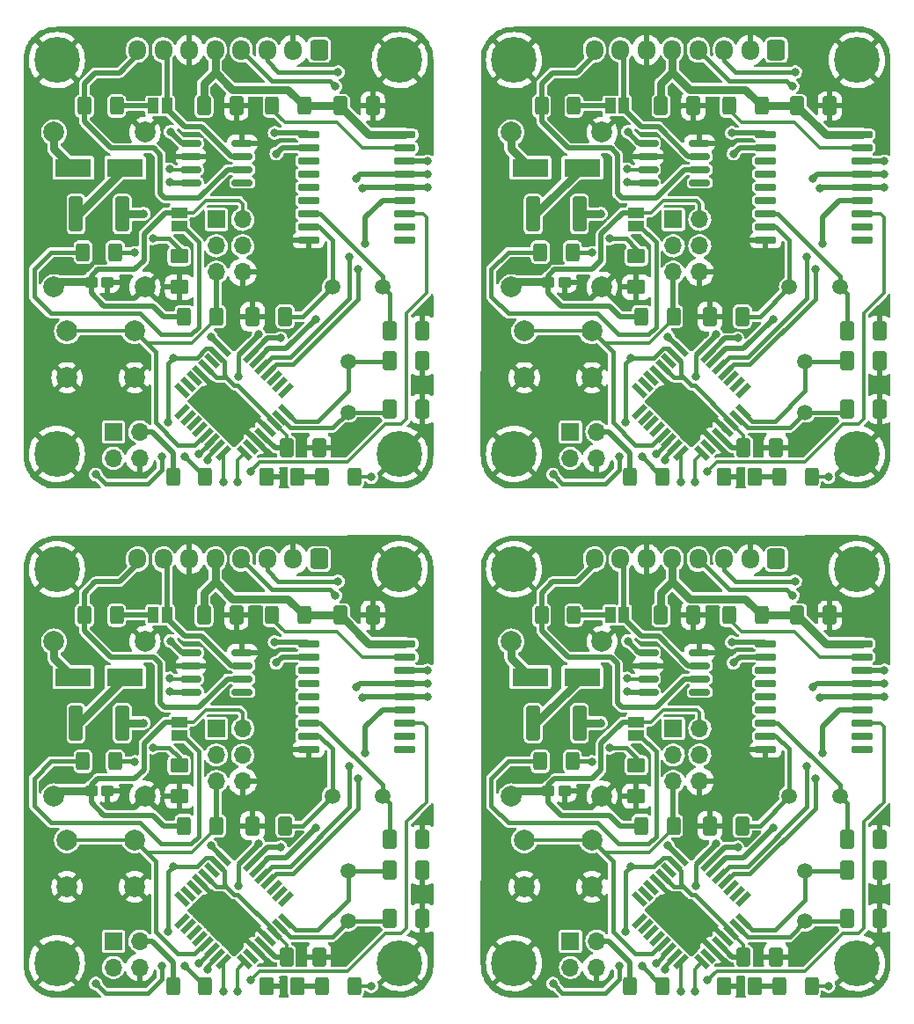
<source format=gtl>
%MOIN*%
%OFA0B0*%
%FSLAX46Y46*%
%IPPOS*%
%LPD*%
%AMRoundRect*
4,1,4,
0.07874015748031496,0.11811023622047245,
0.15748031496062992,0.19685039370078741,
0.23622047244094491,0.27559055118110237,
0.31496062992125984,0.35433070866141736,
0.07874015748031496,0.11811023622047245,
0*
1,1,$1,$2,$3*
1,1,$1,$2,$3*
1,1,$1,$2,$3*
1,1,$1,$2,$3*
20,1,$1,$2,$3,$4,$5,0*
20,1,$1,$2,$3,$4,$5,0*
20,1,$1,$2,$3,$4,$5,0*
20,1,$1,$2,$3,$4,$5,0*%
%AMRotRect*
21,1,$1,$2,0,0,$3*%
%AMCOMP6*
4,1,3,
0.014615396067832187,0.029926763376989712,
-0.029926763376989712,-0.014615396067832182,
-0.014615396067832187,-0.029926763376989712,
0.029926763376989712,0.014615396067832182,
0*%
%AMCOMP7*
4,1,3,
0.029926763376989712,-0.014615396067832187,
-0.014615396067832182,0.029926763376989712,
-0.029926763376989712,0.014615396067832187,
0.014615396067832182,-0.029926763376989712,
0*%
%AMCOMP8*
4,1,3,
-0.032480314960629919,-0.005905511811023622,
0.032480314960629919,-0.005905511811023622,
0.032480314960629919,0.005905511811023622,
-0.032480314960629919,0.005905511811023622,
0*
4,1,19,
-0.032480314960629919,0,
-0.03065541145054165,-0.00028903632109161348,
-0.029009142210871225,-0.0011278523954235389,
-0.027702655545029837,-0.0024343390612649222,
-0.026863839470697915,-0.00408060830093535,
-0.026574803149606297,-0.005905511811023622,
-0.026863839470697912,-0.007730415321111894,
-0.027702655545029837,-0.0093766845607823213,
-0.029009142210871218,-0.010683171226623704,
-0.03065541145054165,-0.011521987300955629,
-0.032480314960629919,-0.011811023622047244,
-0.0343052184707182,-0.011521987300955629,
-0.03595148771038862,-0.010683171226623706,
-0.037257974376230005,-0.0093766845607823231,
-0.038096790450561926,-0.0077304153211118949,
-0.038385826771653545,-0.0059055118110236228,
-0.038096790450561933,-0.0040806083009353507,
-0.037257974376230005,-0.0024343390612649239,
-0.03595148771038862,-0.0011278523954235395,
-0.034305218470718192,-0.00028903632109161348,
0*
4,1,19,
0.032480314960629919,0,
0.034305218470718192,-0.00028903632109161348,
0.03595148771038862,-0.0011278523954235389,
0.037257974376230005,-0.0024343390612649222,
0.038096790450561926,-0.00408060830093535,
0.038385826771653545,-0.005905511811023622,
0.038096790450561933,-0.007730415321111894,
0.037257974376230005,-0.0093766845607823213,
0.03595148771038862,-0.010683171226623704,
0.034305218470718192,-0.011521987300955629,
0.032480314960629919,-0.011811023622047244,
0.030655411450541646,-0.011521987300955629,
0.029009142210871225,-0.010683171226623706,
0.02770265554502984,-0.0093766845607823231,
0.026863839470697915,-0.0077304153211118949,
0.026574803149606297,-0.0059055118110236228,
0.026863839470697912,-0.0040806083009353507,
0.027702655545029837,-0.0024343390612649239,
0.029009142210871218,-0.0011278523954235395,
0.03065541145054165,-0.00028903632109161348,
0*
4,1,19,
0.032480314960629919,0.011811023622047244,
0.034305218470718192,0.011521987300955629,
0.03595148771038862,0.010683171226623704,
0.037257974376230005,0.0093766845607823213,
0.038096790450561926,0.0077304153211118949,
0.038385826771653545,0.005905511811023622,
0.038096790450561933,0.0040806083009353507,
0.037257974376230005,0.002434339061264923,
0.03595148771038862,0.0011278523954235395,
0.034305218470718192,0.00028903632109161348,
0.032480314960629919,0,
0.030655411450541646,0.00028903632109161348,
0.029009142210871225,0.0011278523954235378,
0.02770265554502984,0.0024343390612649217,
0.026863839470697915,0.00408060830093535,
0.026574803149606297,0.0059055118110236211,
0.026863839470697912,0.0077304153211118923,
0.027702655545029837,0.0093766845607823213,
0.029009142210871218,0.010683171226623704,
0.03065541145054165,0.011521987300955629,
0*
4,1,19,
-0.032480314960629919,0.011811023622047244,
-0.03065541145054165,0.011521987300955629,
-0.029009142210871225,0.010683171226623704,
-0.027702655545029837,0.0093766845607823213,
-0.026863839470697915,0.0077304153211118949,
-0.026574803149606297,0.005905511811023622,
-0.026863839470697912,0.0040806083009353507,
-0.027702655545029837,0.002434339061264923,
-0.029009142210871218,0.0011278523954235395,
-0.03065541145054165,0.00028903632109161348,
-0.032480314960629919,0,
-0.0343052184707182,0.00028903632109161348,
-0.03595148771038862,0.0011278523954235378,
-0.037257974376230005,0.0024343390612649217,
-0.038096790450561926,0.00408060830093535,
-0.038385826771653545,0.0059055118110236211,
-0.038096790450561933,0.0077304153211118923,
-0.037257974376230005,0.0093766845607823213,
-0.03595148771038862,0.010683171226623704,
-0.034305218470718192,0.011521987300955629,
0*
4,1,3,
-0.032480314960629919,-0.011811023622047244,
-0.032480314960629919,0,
0.032480314960629919,0,
0.032480314960629919,-0.011811023622047244,
0*
4,1,3,
0.038385826771653545,-0.005905511811023622,
0.026574803149606297,-0.005905511811023622,
0.026574803149606297,0.005905511811023622,
0.038385826771653545,0.005905511811023622,
0*
4,1,3,
0.032480314960629919,0.011811023622047244,
0.032480314960629919,0,
-0.032480314960629919,0,
-0.032480314960629919,0.011811023622047244,
0*
4,1,3,
-0.038385826771653545,0.005905511811023622,
-0.026574803149606297,0.005905511811023622,
-0.026574803149606297,-0.005905511811023622,
-0.038385826771653545,-0.005905511811023622,
0*%
%AMCOMP9*
4,1,3,
-0.034448818897637797,-0.005905511811023622,
0.034448818897637797,-0.005905511811023622,
0.034448818897637797,0.005905511811023622,
-0.034448818897637797,0.005905511811023622,
0*
4,1,19,
-0.034448818897637797,0,
-0.032623915387549524,-0.00028903632109161348,
-0.0309776461478791,-0.0011278523954235389,
-0.029671159482037711,-0.0024343390612649222,
-0.028832343407705789,-0.00408060830093535,
-0.028543307086614175,-0.005905511811023622,
-0.028832343407705786,-0.007730415321111894,
-0.029671159482037711,-0.0093766845607823213,
-0.030977646147879095,-0.010683171226623704,
-0.032623915387549524,-0.011521987300955629,
-0.034448818897637797,-0.011811023622047244,
-0.036273722407726076,-0.011521987300955629,
-0.0379199916473965,-0.010683171226623706,
-0.039226478313237875,-0.0093766845607823231,
-0.040065294387569804,-0.0077304153211118949,
-0.040354330708661415,-0.0059055118110236228,
-0.040065294387569804,-0.0040806083009353507,
-0.039226478313237882,-0.0024343390612649239,
-0.0379199916473965,-0.0011278523954235395,
-0.036273722407726069,-0.00028903632109161348,
0*
4,1,19,
0.034448818897637797,0,
0.036273722407726069,-0.00028903632109161348,
0.0379199916473965,-0.0011278523954235389,
0.039226478313237882,-0.0024343390612649222,
0.040065294387569804,-0.00408060830093535,
0.040354330708661415,-0.005905511811023622,
0.040065294387569804,-0.007730415321111894,
0.039226478313237882,-0.0093766845607823213,
0.0379199916473965,-0.010683171226623704,
0.036273722407726069,-0.011521987300955629,
0.034448818897637797,-0.011811023622047244,
0.032623915387549524,-0.011521987300955629,
0.0309776461478791,-0.010683171226623706,
0.029671159482037718,-0.0093766845607823231,
0.028832343407705789,-0.0077304153211118949,
0.028543307086614175,-0.0059055118110236228,
0.028832343407705786,-0.0040806083009353507,
0.029671159482037711,-0.0024343390612649239,
0.030977646147879095,-0.0011278523954235395,
0.032623915387549524,-0.00028903632109161348,
0*
4,1,19,
0.034448818897637797,0.011811023622047244,
0.036273722407726069,0.011521987300955629,
0.0379199916473965,0.010683171226623704,
0.039226478313237882,0.0093766845607823213,
0.040065294387569804,0.0077304153211118949,
0.040354330708661415,0.005905511811023622,
0.040065294387569804,0.0040806083009353507,
0.039226478313237882,0.002434339061264923,
0.0379199916473965,0.0011278523954235395,
0.036273722407726069,0.00028903632109161348,
0.034448818897637797,0,
0.032623915387549524,0.00028903632109161348,
0.0309776461478791,0.0011278523954235378,
0.029671159482037718,0.0024343390612649217,
0.028832343407705789,0.00408060830093535,
0.028543307086614175,0.0059055118110236211,
0.028832343407705786,0.0077304153211118923,
0.029671159482037711,0.0093766845607823213,
0.030977646147879095,0.010683171226623704,
0.032623915387549524,0.011521987300955629,
0*
4,1,19,
-0.034448818897637797,0.011811023622047244,
-0.032623915387549524,0.011521987300955629,
-0.0309776461478791,0.010683171226623704,
-0.029671159482037711,0.0093766845607823213,
-0.028832343407705789,0.0077304153211118949,
-0.028543307086614175,0.005905511811023622,
-0.028832343407705786,0.0040806083009353507,
-0.029671159482037711,0.002434339061264923,
-0.030977646147879095,0.0011278523954235395,
-0.032623915387549524,0.00028903632109161348,
-0.034448818897637797,0,
-0.036273722407726076,0.00028903632109161348,
-0.0379199916473965,0.0011278523954235378,
-0.039226478313237875,0.0024343390612649217,
-0.040065294387569804,0.00408060830093535,
-0.040354330708661415,0.0059055118110236211,
-0.040065294387569804,0.0077304153211118923,
-0.039226478313237882,0.0093766845607823213,
-0.0379199916473965,0.010683171226623704,
-0.036273722407726069,0.011521987300955629,
0*
4,1,3,
-0.034448818897637797,-0.011811023622047244,
-0.034448818897637797,0,
0.034448818897637797,0,
0.034448818897637797,-0.011811023622047244,
0*
4,1,3,
0.040354330708661415,-0.005905511811023622,
0.028543307086614175,-0.005905511811023622,
0.028543307086614175,0.005905511811023622,
0.040354330708661415,0.005905511811023622,
0*
4,1,3,
0.034448818897637797,0.011811023622047244,
0.034448818897637797,0,
-0.034448818897637797,0,
-0.034448818897637797,0.011811023622047244,
0*
4,1,3,
-0.040354330708661415,0.005905511811023622,
-0.028543307086614175,0.005905511811023622,
-0.028543307086614175,-0.005905511811023622,
-0.040354330708661415,-0.005905511811023622,
0*%
%AMCOMP10*
4,1,3,
-0.015748031496062995,-0.024606299212598427,
0.015748031496062995,-0.024606299212598427,
0.015748031496062995,0.024606299212598427,
-0.015748031496062995,0.024606299212598427,
0*
4,1,19,
-0.015748031496062995,-0.014763779527559057,
-0.012706525645915873,-0.015245506729378409,
-0.0099627435797984935,-0.016643533519931621,
-0.0077852658033961877,-0.018821011296333928,
-0.0063872390128429787,-0.021564793362451307,
-0.0059055118110236228,-0.024606299212598427,
-0.006387239012842977,-0.027647805062745546,
-0.0077852658033961877,-0.030391587128862925,
-0.0099627435797984918,-0.032569064905265233,
-0.012706525645915873,-0.033967091695818442,
-0.015748031496062992,-0.034448818897637797,
-0.018789537346210118,-0.033967091695818442,
-0.02153331941232749,-0.032569064905265233,
-0.0237107971887298,-0.030391587128862928,
-0.025108823979283011,-0.027647805062745546,
-0.025590551181102365,-0.024606299212598427,
-0.025108823979283011,-0.021564793362451307,
-0.0237107971887298,-0.018821011296333928,
-0.021533319412327497,-0.016643533519931621,
-0.018789537346210118,-0.015245506729378409,
0*
4,1,19,
0.015748031496062995,-0.014763779527559057,
0.018789537346210115,-0.015245506729378409,
0.02153331941232749,-0.016643533519931621,
0.0237107971887298,-0.018821011296333928,
0.025108823979283011,-0.021564793362451307,
0.025590551181102365,-0.024606299212598427,
0.025108823979283011,-0.027647805062745546,
0.0237107971887298,-0.030391587128862925,
0.021533319412327497,-0.032569064905265233,
0.018789537346210115,-0.033967091695818442,
0.015748031496062995,-0.034448818897637797,
0.012706525645915871,-0.033967091695818442,
0.009962743579798497,-0.032569064905265233,
0.0077852658033961885,-0.030391587128862928,
0.0063872390128429787,-0.027647805062745546,
0.0059055118110236228,-0.024606299212598427,
0.006387239012842977,-0.021564793362451307,
0.0077852658033961868,-0.018821011296333928,
0.0099627435797984918,-0.016643533519931621,
0.012706525645915871,-0.015245506729378409,
0*
4,1,19,
0.015748031496062995,0.034448818897637797,
0.018789537346210115,0.033967091695818442,
0.02153331941232749,0.032569064905265233,
0.0237107971887298,0.030391587128862928,
0.025108823979283011,0.027647805062745546,
0.025590551181102365,0.024606299212598427,
0.025108823979283011,0.021564793362451307,
0.0237107971887298,0.018821011296333928,
0.021533319412327497,0.016643533519931621,
0.018789537346210115,0.015245506729378409,
0.015748031496062995,0.014763779527559057,
0.012706525645915871,0.015245506729378409,
0.009962743579798497,0.016643533519931621,
0.0077852658033961885,0.018821011296333925,
0.0063872390128429787,0.021564793362451307,
0.0059055118110236228,0.024606299212598427,
0.006387239012842977,0.027647805062745546,
0.0077852658033961868,0.030391587128862925,
0.0099627435797984918,0.032569064905265233,
0.012706525645915871,0.033967091695818442,
0*
4,1,19,
-0.015748031496062995,0.034448818897637797,
-0.012706525645915873,0.033967091695818442,
-0.0099627435797984935,0.032569064905265233,
-0.0077852658033961877,0.030391587128862928,
-0.0063872390128429787,0.027647805062745546,
-0.0059055118110236228,0.024606299212598427,
-0.006387239012842977,0.021564793362451307,
-0.0077852658033961877,0.018821011296333928,
-0.0099627435797984918,0.016643533519931621,
-0.012706525645915873,0.015245506729378409,
-0.015748031496062992,0.014763779527559057,
-0.018789537346210118,0.015245506729378409,
-0.02153331941232749,0.016643533519931621,
-0.0237107971887298,0.018821011296333925,
-0.025108823979283011,0.021564793362451307,
-0.025590551181102365,0.024606299212598427,
-0.025108823979283011,0.027647805062745546,
-0.0237107971887298,0.030391587128862925,
-0.021533319412327497,0.032569064905265233,
-0.018789537346210118,0.033967091695818442,
0*
4,1,3,
-0.015748031496062995,-0.034448818897637797,
-0.015748031496062995,-0.014763779527559057,
0.015748031496062995,-0.014763779527559057,
0.015748031496062995,-0.034448818897637797,
0*
4,1,3,
0.025590551181102365,-0.024606299212598427,
0.0059055118110236228,-0.024606299212598427,
0.0059055118110236228,0.024606299212598427,
0.025590551181102365,0.024606299212598427,
0*
4,1,3,
0.015748031496062995,0.034448818897637797,
0.015748031496062995,0.014763779527559057,
-0.015748031496062995,0.014763779527559057,
-0.015748031496062995,0.034448818897637797,
0*
4,1,3,
-0.025590551181102365,0.024606299212598427,
-0.0059055118110236228,0.024606299212598427,
-0.0059055118110236228,-0.024606299212598427,
-0.025590551181102365,-0.024606299212598427,
0*%
%AMCOMP11*
4,1,3,
0.015748031496062995,0.024606299212598427,
-0.015748031496062995,0.024606299212598427,
-0.015748031496062995,-0.024606299212598427,
0.015748031496062995,-0.024606299212598427,
0*
4,1,19,
0.015748031496062995,0.034448818897637797,
0.018789537346210115,0.033967091695818442,
0.02153331941232749,0.032569064905265233,
0.0237107971887298,0.030391587128862928,
0.025108823979283011,0.027647805062745546,
0.025590551181102365,0.024606299212598427,
0.025108823979283011,0.021564793362451307,
0.0237107971887298,0.018821011296333928,
0.021533319412327497,0.016643533519931621,
0.018789537346210115,0.015245506729378409,
0.015748031496062995,0.014763779527559057,
0.012706525645915871,0.015245506729378409,
0.009962743579798497,0.016643533519931621,
0.0077852658033961885,0.018821011296333925,
0.0063872390128429787,0.021564793362451307,
0.0059055118110236228,0.024606299212598427,
0.006387239012842977,0.027647805062745546,
0.0077852658033961868,0.030391587128862925,
0.0099627435797984918,0.032569064905265233,
0.012706525645915871,0.033967091695818442,
0*
4,1,19,
-0.015748031496062995,0.034448818897637797,
-0.012706525645915873,0.033967091695818442,
-0.0099627435797984935,0.032569064905265233,
-0.0077852658033961877,0.030391587128862928,
-0.0063872390128429787,0.027647805062745546,
-0.0059055118110236228,0.024606299212598427,
-0.006387239012842977,0.021564793362451307,
-0.0077852658033961877,0.018821011296333928,
-0.0099627435797984918,0.016643533519931621,
-0.012706525645915873,0.015245506729378409,
-0.015748031496062992,0.014763779527559057,
-0.018789537346210118,0.015245506729378409,
-0.02153331941232749,0.016643533519931621,
-0.0237107971887298,0.018821011296333925,
-0.025108823979283011,0.021564793362451307,
-0.025590551181102365,0.024606299212598427,
-0.025108823979283011,0.027647805062745546,
-0.0237107971887298,0.030391587128862925,
-0.021533319412327497,0.032569064905265233,
-0.018789537346210118,0.033967091695818442,
0*
4,1,19,
-0.015748031496062995,-0.014763779527559057,
-0.012706525645915873,-0.015245506729378409,
-0.0099627435797984935,-0.016643533519931621,
-0.0077852658033961877,-0.018821011296333928,
-0.0063872390128429787,-0.021564793362451307,
-0.0059055118110236228,-0.024606299212598427,
-0.006387239012842977,-0.027647805062745546,
-0.0077852658033961877,-0.030391587128862925,
-0.0099627435797984918,-0.032569064905265233,
-0.012706525645915873,-0.033967091695818442,
-0.015748031496062992,-0.034448818897637797,
-0.018789537346210118,-0.033967091695818442,
-0.02153331941232749,-0.032569064905265233,
-0.0237107971887298,-0.030391587128862928,
-0.025108823979283011,-0.027647805062745546,
-0.025590551181102365,-0.024606299212598427,
-0.025108823979283011,-0.021564793362451307,
-0.0237107971887298,-0.018821011296333928,
-0.021533319412327497,-0.016643533519931621,
-0.018789537346210118,-0.015245506729378409,
0*
4,1,19,
0.015748031496062995,-0.014763779527559057,
0.018789537346210115,-0.015245506729378409,
0.02153331941232749,-0.016643533519931621,
0.0237107971887298,-0.018821011296333928,
0.025108823979283011,-0.021564793362451307,
0.025590551181102365,-0.024606299212598427,
0.025108823979283011,-0.027647805062745546,
0.0237107971887298,-0.030391587128862925,
0.021533319412327497,-0.032569064905265233,
0.018789537346210115,-0.033967091695818442,
0.015748031496062995,-0.034448818897637797,
0.012706525645915871,-0.033967091695818442,
0.009962743579798497,-0.032569064905265233,
0.0077852658033961885,-0.030391587128862928,
0.0063872390128429787,-0.027647805062745546,
0.0059055118110236228,-0.024606299212598427,
0.006387239012842977,-0.021564793362451307,
0.0077852658033961868,-0.018821011296333928,
0.0099627435797984918,-0.016643533519931621,
0.012706525645915871,-0.015245506729378409,
0*
4,1,3,
0.015748031496062995,0.034448818897637797,
0.015748031496062995,0.014763779527559057,
-0.015748031496062995,0.014763779527559057,
-0.015748031496062995,0.034448818897637797,
0*
4,1,3,
-0.025590551181102365,0.024606299212598427,
-0.0059055118110236228,0.024606299212598427,
-0.0059055118110236228,-0.024606299212598427,
-0.025590551181102365,-0.024606299212598427,
0*
4,1,3,
-0.015748031496062995,-0.034448818897637797,
-0.015748031496062995,-0.014763779527559057,
0.015748031496062995,-0.014763779527559057,
0.015748031496062995,-0.034448818897637797,
0*
4,1,3,
0.025590551181102365,-0.024606299212598427,
0.0059055118110236228,-0.024606299212598427,
0.0059055118110236228,0.024606299212598427,
0.025590551181102365,0.024606299212598427,
0*%
%AMCOMP12*
4,1,3,
0.023622047244094488,0.028543307086614175,
-0.023622047244094488,0.028543307086614175,
-0.023622047244094488,-0.028543307086614175,
0.023622047244094488,-0.028543307086614175,
0*
4,1,19,
0.023622047244094488,0.038385826771653545,
0.026663553094241611,0.03790409956983419,
0.029407335160358986,0.036506072779280981,
0.0315848129367613,0.034328595002878673,
0.032982839727314507,0.0315848129367613,
0.033464566929133861,0.028543307086614175,
0.032982839727314507,0.025501801236467052,
0.0315848129367613,0.022758019170349676,
0.02940733516035899,0.020580541393947369,
0.026663553094241611,0.019182514603394159,
0.023622047244094488,0.018700787401574805,
0.020580541393947365,0.019182514603394159,
0.017836759327829989,0.020580541393947369,
0.015659281551427682,0.022758019170349673,
0.014261254760874472,0.025501801236467052,
0.013779527559055118,0.028543307086614175,
0.014261254760874472,0.03158481293676129,
0.015659281551427682,0.034328595002878673,
0.017836759327829986,0.036506072779280981,
0.020580541393947369,0.03790409956983419,
0*
4,1,19,
-0.023622047244094488,0.038385826771653545,
-0.020580541393947369,0.03790409956983419,
-0.017836759327829989,0.036506072779280981,
-0.015659281551427682,0.034328595002878673,
-0.014261254760874472,0.0315848129367613,
-0.013779527559055118,0.028543307086614175,
-0.014261254760874472,0.025501801236467052,
-0.015659281551427682,0.022758019170349676,
-0.017836759327829986,0.020580541393947369,
-0.020580541393947369,0.019182514603394159,
-0.023622047244094488,0.018700787401574805,
-0.026663553094241614,0.019182514603394159,
-0.029407335160358986,0.020580541393947369,
-0.0315848129367613,0.022758019170349673,
-0.032982839727314507,0.025501801236467052,
-0.033464566929133861,0.028543307086614175,
-0.032982839727314507,0.03158481293676129,
-0.0315848129367613,0.034328595002878673,
-0.02940733516035899,0.036506072779280981,
-0.026663553094241611,0.03790409956983419,
0*
4,1,19,
-0.023622047244094488,-0.018700787401574805,
-0.020580541393947369,-0.019182514603394159,
-0.017836759327829989,-0.020580541393947369,
-0.015659281551427682,-0.022758019170349676,
-0.014261254760874472,-0.025501801236467052,
-0.013779527559055118,-0.028543307086614175,
-0.014261254760874472,-0.0315848129367613,
-0.015659281551427682,-0.034328595002878673,
-0.017836759327829986,-0.036506072779280981,
-0.020580541393947369,-0.03790409956983419,
-0.023622047244094488,-0.038385826771653545,
-0.026663553094241614,-0.03790409956983419,
-0.029407335160358986,-0.036506072779280981,
-0.0315848129367613,-0.034328595002878673,
-0.032982839727314507,-0.0315848129367613,
-0.033464566929133861,-0.028543307086614175,
-0.032982839727314507,-0.025501801236467059,
-0.0315848129367613,-0.022758019170349676,
-0.02940733516035899,-0.020580541393947369,
-0.026663553094241611,-0.019182514603394159,
0*
4,1,19,
0.023622047244094488,-0.018700787401574805,
0.026663553094241611,-0.019182514603394159,
0.029407335160358986,-0.020580541393947369,
0.0315848129367613,-0.022758019170349676,
0.032982839727314507,-0.025501801236467052,
0.033464566929133861,-0.028543307086614175,
0.032982839727314507,-0.0315848129367613,
0.0315848129367613,-0.034328595002878673,
0.02940733516035899,-0.036506072779280981,
0.026663553094241611,-0.03790409956983419,
0.023622047244094488,-0.038385826771653545,
0.020580541393947365,-0.03790409956983419,
0.017836759327829989,-0.036506072779280981,
0.015659281551427682,-0.034328595002878673,
0.014261254760874472,-0.0315848129367613,
0.013779527559055118,-0.028543307086614175,
0.014261254760874472,-0.025501801236467059,
0.015659281551427682,-0.022758019170349676,
0.017836759327829986,-0.020580541393947369,
0.020580541393947369,-0.019182514603394159,
0*
4,1,3,
0.023622047244094488,0.038385826771653545,
0.023622047244094488,0.018700787401574805,
-0.023622047244094488,0.018700787401574805,
-0.023622047244094488,0.038385826771653545,
0*
4,1,3,
-0.033464566929133861,0.028543307086614175,
-0.013779527559055118,0.028543307086614175,
-0.013779527559055118,-0.028543307086614175,
-0.033464566929133861,-0.028543307086614175,
0*
4,1,3,
-0.023622047244094488,-0.038385826771653545,
-0.023622047244094488,-0.018700787401574805,
0.023622047244094488,-0.018700787401574805,
0.023622047244094488,-0.038385826771653545,
0*
4,1,3,
0.033464566929133861,-0.028543307086614175,
0.013779527559055118,-0.028543307086614175,
0.013779527559055118,0.028543307086614175,
0.033464566929133861,0.028543307086614175,
0*%
%AMCOMP13*
4,1,3,
0.015748031496062995,0.057086614173228349,
-0.015748031496062995,0.057086614173228349,
-0.015748031496062995,-0.057086614173228349,
0.015748031496062995,-0.057086614173228349,
0*
4,1,19,
0.015748031496062995,0.066929133858267723,
0.018789537346210115,0.066447406656448368,
0.02153331941232749,0.065049379865895152,
0.0237107971887298,0.062871902089492851,
0.025108823979283011,0.060128120023375468,
0.025590551181102365,0.057086614173228349,
0.025108823979283011,0.05404510832308123,
0.0237107971887298,0.051301326256963847,
0.021533319412327497,0.04912384848056154,
0.018789537346210115,0.04772582169000833,
0.015748031496062995,0.047244094488188976,
0.012706525645915871,0.04772582169000833,
0.009962743579798497,0.04912384848056154,
0.0077852658033961885,0.051301326256963847,
0.0063872390128429787,0.05404510832308123,
0.0059055118110236228,0.057086614173228349,
0.006387239012842977,0.060128120023375468,
0.0077852658033961868,0.062871902089492837,
0.0099627435797984918,0.065049379865895152,
0.012706525645915871,0.066447406656448368,
0*
4,1,19,
-0.015748031496062995,0.066929133858267723,
-0.012706525645915873,0.066447406656448368,
-0.0099627435797984935,0.065049379865895152,
-0.0077852658033961877,0.062871902089492851,
-0.0063872390128429787,0.060128120023375468,
-0.0059055118110236228,0.057086614173228349,
-0.006387239012842977,0.05404510832308123,
-0.0077852658033961877,0.051301326256963847,
-0.0099627435797984918,0.04912384848056154,
-0.012706525645915873,0.04772582169000833,
-0.015748031496062992,0.047244094488188976,
-0.018789537346210118,0.04772582169000833,
-0.02153331941232749,0.04912384848056154,
-0.0237107971887298,0.051301326256963847,
-0.025108823979283011,0.05404510832308123,
-0.025590551181102365,0.057086614173228349,
-0.025108823979283011,0.060128120023375468,
-0.0237107971887298,0.062871902089492837,
-0.021533319412327497,0.065049379865895152,
-0.018789537346210118,0.066447406656448368,
0*
4,1,19,
-0.015748031496062995,-0.047244094488188976,
-0.012706525645915873,-0.04772582169000833,
-0.0099627435797984935,-0.04912384848056154,
-0.0077852658033961877,-0.051301326256963847,
-0.0063872390128429787,-0.05404510832308123,
-0.0059055118110236228,-0.057086614173228349,
-0.006387239012842977,-0.060128120023375468,
-0.0077852658033961877,-0.062871902089492851,
-0.0099627435797984918,-0.065049379865895152,
-0.012706525645915873,-0.066447406656448368,
-0.015748031496062992,-0.066929133858267723,
-0.018789537346210118,-0.066447406656448368,
-0.02153331941232749,-0.065049379865895152,
-0.0237107971887298,-0.062871902089492851,
-0.025108823979283011,-0.060128120023375468,
-0.025590551181102365,-0.057086614173228349,
-0.025108823979283011,-0.05404510832308123,
-0.0237107971887298,-0.051301326256963854,
-0.021533319412327497,-0.04912384848056154,
-0.018789537346210118,-0.04772582169000833,
0*
4,1,19,
0.015748031496062995,-0.047244094488188976,
0.018789537346210115,-0.04772582169000833,
0.02153331941232749,-0.04912384848056154,
0.0237107971887298,-0.051301326256963847,
0.025108823979283011,-0.05404510832308123,
0.025590551181102365,-0.057086614173228349,
0.025108823979283011,-0.060128120023375468,
0.0237107971887298,-0.062871902089492851,
0.021533319412327497,-0.065049379865895152,
0.018789537346210115,-0.066447406656448368,
0.015748031496062995,-0.066929133858267723,
0.012706525645915871,-0.066447406656448368,
0.009962743579798497,-0.065049379865895152,
0.0077852658033961885,-0.062871902089492851,
0.0063872390128429787,-0.060128120023375468,
0.0059055118110236228,-0.057086614173228349,
0.006387239012842977,-0.05404510832308123,
0.0077852658033961868,-0.051301326256963854,
0.0099627435797984918,-0.04912384848056154,
0.012706525645915871,-0.04772582169000833,
0*
4,1,3,
0.015748031496062995,0.066929133858267723,
0.015748031496062995,0.047244094488188976,
-0.015748031496062995,0.047244094488188976,
-0.015748031496062995,0.066929133858267723,
0*
4,1,3,
-0.025590551181102365,0.057086614173228349,
-0.0059055118110236228,0.057086614173228349,
-0.0059055118110236228,-0.057086614173228349,
-0.025590551181102365,-0.057086614173228349,
0*
4,1,3,
-0.015748031496062995,-0.066929133858267723,
-0.015748031496062995,-0.047244094488188976,
0.015748031496062995,-0.047244094488188976,
0.015748031496062995,-0.066929133858267723,
0*
4,1,3,
0.025590551181102365,-0.057086614173228349,
0.0059055118110236228,-0.057086614173228349,
0.0059055118110236228,0.057086614173228349,
0.025590551181102365,0.057086614173228349,
0*%
%AMCOMP14*
4,1,3,
0.024606259842519684,-0.018208622047244095,
0.024606259842519684,0.018208622047244095,
-0.024606259842519684,0.018208622047244095,
-0.024606259842519684,-0.018208622047244095,
0*
4,1,19,
0.024606259842519684,-0.008366062992125986,
0.027647777858690204,-0.008847792120854148,
0.030391570899935851,-0.010245824503514521,
0.03256905738624926,-0.01242331098982793,
0.033967089768909629,-0.015167104031073573,
0.034448818897637797,-0.018208622047244095,
0.033967089768909636,-0.021250140063414615,
0.03256905738624926,-0.023993933104660262,
0.030391570899935851,-0.026171419590973667,
0.027647777858690204,-0.02756945197363404,
0.024606259842519684,-0.028051181102362203,
0.021564741826349161,-0.02756945197363404,
0.018820948785103521,-0.026171419590973674,
0.016643462298790112,-0.023993933104660262,
0.015245429916129739,-0.021250140063414618,
0.014763700787401576,-0.018208622047244098,
0.015245429916129738,-0.015167104031073575,
0.016643462298790108,-0.012423310989827935,
0.018820948785103521,-0.010245824503514522,
0.021564741826349161,-0.008847792120854148,
0*
4,1,19,
0.024606259842519684,0.028051181102362203,
0.027647777858690204,0.02756945197363404,
0.030391570899935851,0.026171419590973667,
0.03256905738624926,0.023993933104660262,
0.033967089768909629,0.021250140063414615,
0.034448818897637797,0.018208622047244095,
0.033967089768909636,0.015167104031073575,
0.03256905738624926,0.012423310989827933,
0.030391570899935851,0.010245824503514522,
0.027647777858690204,0.008847792120854148,
0.024606259842519684,0.008366062992125986,
0.021564741826349161,0.008847792120854148,
0.018820948785103521,0.010245824503514517,
0.016643462298790112,0.01242331098982793,
0.015245429916129739,0.015167104031073573,
0.014763700787401576,0.018208622047244095,
0.015245429916129738,0.021250140063414615,
0.016643462298790108,0.023993933104660255,
0.018820948785103521,0.026171419590973667,
0.021564741826349161,0.02756945197363404,
0*
4,1,19,
-0.024606259842519684,0.028051181102362203,
-0.021564741826349165,0.02756945197363404,
-0.018820948785103521,0.026171419590973667,
-0.016643462298790108,0.023993933104660262,
-0.015245429916129739,0.021250140063414615,
-0.014763700787401576,0.018208622047244095,
-0.015245429916129738,0.015167104031073575,
-0.016643462298790108,0.012423310989827933,
-0.018820948785103521,0.010245824503514522,
-0.021564741826349165,0.008847792120854148,
-0.024606259842519684,0.008366062992125986,
-0.027647777858690208,0.008847792120854148,
-0.030391570899935848,0.010245824503514517,
-0.03256905738624926,0.01242331098982793,
-0.033967089768909629,0.015167104031073573,
-0.034448818897637797,0.018208622047244095,
-0.033967089768909636,0.021250140063414615,
-0.03256905738624926,0.023993933104660255,
-0.030391570899935851,0.026171419590973667,
-0.027647777858690208,0.02756945197363404,
0*
4,1,19,
-0.024606259842519684,-0.008366062992125986,
-0.021564741826349165,-0.008847792120854148,
-0.018820948785103521,-0.010245824503514521,
-0.016643462298790108,-0.01242331098982793,
-0.015245429916129739,-0.015167104031073573,
-0.014763700787401576,-0.018208622047244095,
-0.015245429916129738,-0.021250140063414615,
-0.016643462298790108,-0.023993933104660262,
-0.018820948785103521,-0.026171419590973667,
-0.021564741826349165,-0.02756945197363404,
-0.024606259842519684,-0.028051181102362203,
-0.027647777858690208,-0.02756945197363404,
-0.030391570899935848,-0.026171419590973674,
-0.03256905738624926,-0.023993933104660262,
-0.033967089768909629,-0.021250140063414618,
-0.034448818897637797,-0.018208622047244098,
-0.033967089768909636,-0.015167104031073575,
-0.03256905738624926,-0.012423310989827935,
-0.030391570899935851,-0.010245824503514522,
-0.027647777858690208,-0.008847792120854148,
0*
4,1,3,
0.034448818897637797,-0.018208622047244095,
0.014763700787401576,-0.018208622047244095,
0.014763700787401576,0.018208622047244095,
0.034448818897637797,0.018208622047244095,
0*
4,1,3,
0.024606259842519684,0.028051181102362203,
0.024606259842519684,0.008366062992125986,
-0.024606259842519684,0.008366062992125986,
-0.024606259842519684,0.028051181102362203,
0*
4,1,3,
-0.034448818897637797,0.018208622047244095,
-0.014763700787401576,0.018208622047244095,
-0.014763700787401576,-0.018208622047244095,
-0.034448818897637797,-0.018208622047244095,
0*
4,1,3,
-0.024606259842519684,-0.028051181102362203,
-0.024606259842519684,-0.008366062992125986,
0.024606259842519684,-0.008366062992125986,
0.024606259842519684,-0.028051181102362203,
0*%
%AMCOMP15*
4,1,3,
-0.018208622047244095,-0.024606259842519684,
0.018208622047244095,-0.024606259842519684,
0.018208622047244095,0.024606259842519684,
-0.018208622047244095,0.024606259842519684,
0*
4,1,19,
-0.018208622047244095,-0.014763700787401576,
-0.015167104031073575,-0.015245429916129739,
-0.01242331098982793,-0.016643462298790108,
-0.010245824503514521,-0.018820948785103521,
-0.008847792120854148,-0.021564741826349165,
-0.008366062992125986,-0.024606259842519684,
-0.0088477921208541463,-0.027647777858690204,
-0.010245824503514521,-0.030391570899935848,
-0.01242331098982793,-0.03256905738624926,
-0.015167104031073573,-0.033967089768909629,
-0.018208622047244095,-0.034448818897637797,
-0.021250140063414618,-0.033967089768909629,
-0.023993933104660262,-0.03256905738624926,
-0.026171419590973667,-0.030391570899935851,
-0.02756945197363404,-0.027647777858690208,
-0.028051181102362203,-0.024606259842519684,
-0.02756945197363404,-0.021564741826349165,
-0.026171419590973674,-0.018820948785103524,
-0.023993933104660262,-0.016643462298790112,
-0.021250140063414618,-0.015245429916129739,
0*
4,1,19,
0.018208622047244095,-0.014763700787401576,
0.021250140063414615,-0.015245429916129739,
0.023993933104660262,-0.016643462298790108,
0.026171419590973667,-0.018820948785103521,
0.02756945197363404,-0.021564741826349165,
0.028051181102362203,-0.024606259842519684,
0.02756945197363404,-0.027647777858690204,
0.026171419590973667,-0.030391570899935848,
0.023993933104660262,-0.03256905738624926,
0.021250140063414618,-0.033967089768909629,
0.018208622047244098,-0.034448818897637797,
0.015167104031073571,-0.033967089768909629,
0.012423310989827933,-0.03256905738624926,
0.010245824503514522,-0.030391570899935851,
0.008847792120854148,-0.027647777858690208,
0.008366062992125986,-0.024606259842519684,
0.0088477921208541463,-0.021564741826349165,
0.010245824503514517,-0.018820948785103524,
0.01242331098982793,-0.016643462298790112,
0.015167104031073571,-0.015245429916129739,
0*
4,1,19,
0.018208622047244095,0.034448818897637797,
0.021250140063414615,0.033967089768909629,
0.023993933104660262,0.03256905738624926,
0.026171419590973667,0.030391570899935851,
0.02756945197363404,0.027647777858690204,
0.028051181102362203,0.024606259842519684,
0.02756945197363404,0.021564741826349165,
0.026171419590973667,0.018820948785103521,
0.023993933104660262,0.016643462298790112,
0.021250140063414618,0.015245429916129739,
0.018208622047244098,0.014763700787401576,
0.015167104031073571,0.015245429916129739,
0.012423310989827933,0.016643462298790108,
0.010245824503514522,0.018820948785103521,
0.008847792120854148,0.021564741826349161,
0.008366062992125986,0.024606259842519684,
0.0088477921208541463,0.027647777858690204,
0.010245824503514517,0.030391570899935848,
0.01242331098982793,0.03256905738624926,
0.015167104031073571,0.033967089768909629,
0*
4,1,19,
-0.018208622047244095,0.034448818897637797,
-0.015167104031073575,0.033967089768909629,
-0.01242331098982793,0.03256905738624926,
-0.010245824503514521,0.030391570899935851,
-0.008847792120854148,0.027647777858690204,
-0.008366062992125986,0.024606259842519684,
-0.0088477921208541463,0.021564741826349165,
-0.010245824503514521,0.018820948785103521,
-0.01242331098982793,0.016643462298790112,
-0.015167104031073573,0.015245429916129739,
-0.018208622047244095,0.014763700787401576,
-0.021250140063414618,0.015245429916129739,
-0.023993933104660262,0.016643462298790108,
-0.026171419590973667,0.018820948785103521,
-0.02756945197363404,0.021564741826349161,
-0.028051181102362203,0.024606259842519684,
-0.02756945197363404,0.027647777858690204,
-0.026171419590973674,0.030391570899935848,
-0.023993933104660262,0.03256905738624926,
-0.021250140063414618,0.033967089768909629,
0*
4,1,3,
-0.018208622047244095,-0.034448818897637797,
-0.018208622047244095,-0.014763700787401576,
0.018208622047244095,-0.014763700787401576,
0.018208622047244095,-0.034448818897637797,
0*
4,1,3,
0.028051181102362203,-0.024606259842519684,
0.008366062992125986,-0.024606259842519684,
0.008366062992125986,0.024606259842519684,
0.028051181102362203,0.024606259842519684,
0*
4,1,3,
0.018208622047244095,0.034448818897637797,
0.018208622047244095,0.014763700787401576,
-0.018208622047244095,0.014763700787401576,
-0.018208622047244095,0.034448818897637797,
0*
4,1,3,
-0.028051181102362203,0.024606259842519684,
-0.008366062992125986,0.024606259842519684,
-0.008366062992125986,-0.024606259842519684,
-0.028051181102362203,-0.024606259842519684,
0*%
%AMCOMP16*
4,1,3,
-0.014763779527559057,-0.010826771653543309,
0.014763779527559057,-0.010826771653543309,
0.014763779527559057,0.010826771653543309,
-0.014763779527559057,0.010826771653543309,
0*
4,1,19,
-0.014763779527559057,-0.00098425196850393786,
-0.011722273677411936,-0.0014659791703232931,
-0.0089784916112945565,-0.0028640059608765027,
-0.00680101383489225,-0.0050414837372788086,
-0.00540298704433904,-0.0077852658033961877,
-0.004921259842519685,-0.010826771653543309,
-0.0054029870443390391,-0.01386827750369043,
-0.00680101383489225,-0.016612059569807807,
-0.0089784916112945548,-0.018789537346210115,
-0.011722273677411936,-0.020187564136763324,
-0.014763779527559053,-0.020669291338582679,
-0.017805285377706179,-0.020187564136763324,
-0.020549067443823555,-0.018789537346210115,
-0.022726545220225863,-0.016612059569807811,
-0.024124572010779072,-0.01386827750369043,
-0.024606299212598427,-0.01082677165354331,
-0.024124572010779072,-0.00778526580339619,
-0.022726545220225863,-0.0050414837372788112,
-0.020549067443823558,-0.0028640059608765036,
-0.017805285377706179,-0.0014659791703232931,
0*
4,1,19,
0.014763779527559057,-0.00098425196850393786,
0.017805285377706176,-0.0014659791703232931,
0.020549067443823558,-0.0028640059608765027,
0.022726545220225863,-0.0050414837372788086,
0.024124572010779072,-0.0077852658033961877,
0.024606299212598427,-0.010826771653543309,
0.024124572010779072,-0.01386827750369043,
0.022726545220225863,-0.016612059569807807,
0.020549067443823558,-0.018789537346210115,
0.017805285377706176,-0.020187564136763324,
0.014763779527559058,-0.020669291338582679,
0.011722273677411932,-0.020187564136763324,
0.0089784916112945565,-0.018789537346210115,
0.0068010138348922507,-0.016612059569807811,
0.00540298704433904,-0.01386827750369043,
0.004921259842519685,-0.01082677165354331,
0.0054029870443390391,-0.00778526580339619,
0.0068010138348922489,-0.0050414837372788112,
0.0089784916112945548,-0.0028640059608765036,
0.011722273677411932,-0.0014659791703232931,
0*
4,1,19,
0.014763779527559057,0.020669291338582679,
0.017805285377706176,0.020187564136763324,
0.020549067443823558,0.018789537346210115,
0.022726545220225863,0.016612059569807807,
0.024124572010779072,0.01386827750369043,
0.024606299212598427,0.010826771653543309,
0.024124572010779072,0.0077852658033961885,
0.022726545220225863,0.00504148373727881,
0.020549067443823558,0.0028640059608765036,
0.017805285377706176,0.0014659791703232931,
0.014763779527559058,0.00098425196850393786,
0.011722273677411932,0.0014659791703232931,
0.0089784916112945565,0.0028640059608765014,
0.0068010138348922507,0.0050414837372788077,
0.00540298704433904,0.0077852658033961868,
0.004921259842519685,0.010826771653543307,
0.0054029870443390391,0.013868277503690428,
0.0068010138348922489,0.016612059569807807,
0.0089784916112945548,0.018789537346210115,
0.011722273677411932,0.020187564136763324,
0*
4,1,19,
-0.014763779527559057,0.020669291338582679,
-0.011722273677411936,0.020187564136763324,
-0.0089784916112945565,0.018789537346210115,
-0.00680101383489225,0.016612059569807807,
-0.00540298704433904,0.01386827750369043,
-0.004921259842519685,0.010826771653543309,
-0.0054029870443390391,0.0077852658033961885,
-0.00680101383489225,0.00504148373727881,
-0.0089784916112945548,0.0028640059608765036,
-0.011722273677411936,0.0014659791703232931,
-0.014763779527559053,0.00098425196850393786,
-0.017805285377706179,0.0014659791703232931,
-0.020549067443823555,0.0028640059608765014,
-0.022726545220225863,0.0050414837372788077,
-0.024124572010779072,0.0077852658033961868,
-0.024606299212598427,0.010826771653543307,
-0.024124572010779072,0.013868277503690428,
-0.022726545220225863,0.016612059569807807,
-0.020549067443823558,0.018789537346210115,
-0.017805285377706179,0.020187564136763324,
0*
4,1,3,
-0.014763779527559057,-0.020669291338582679,
-0.014763779527559057,-0.00098425196850393786,
0.014763779527559057,-0.00098425196850393786,
0.014763779527559057,-0.020669291338582679,
0*
4,1,3,
0.024606299212598427,-0.010826771653543309,
0.004921259842519685,-0.010826771653543309,
0.004921259842519685,0.010826771653543309,
0.024606299212598427,0.010826771653543309,
0*
4,1,3,
0.014763779527559057,0.020669291338582679,
0.014763779527559057,0.00098425196850393786,
-0.014763779527559057,0.00098425196850393786,
-0.014763779527559057,0.020669291338582679,
0*
4,1,3,
-0.024606299212598427,0.010826771653543309,
-0.004921259842519685,0.010826771653543309,
-0.004921259842519685,-0.010826771653543309,
-0.024606299212598427,-0.010826771653543309,
0*%
%AMCOMP17*
4,1,3,
-0.01624015748031496,-0.025590551181102365,
0.01624015748031496,-0.025590551181102365,
0.01624015748031496,0.025590551181102365,
-0.01624015748031496,0.025590551181102365,
0*
4,1,19,
-0.01624015748031496,-0.015748031496062995,
-0.01319865163016784,-0.01622975869788235,
-0.010454869564050461,-0.017627785488435559,
-0.0082773917876481553,-0.019805263264837867,
-0.0068793649970949455,-0.022549045330955243,
-0.0063976377952755905,-0.025590551181102365,
-0.0068793649970949437,-0.028632057031249485,
-0.0082773917876481553,-0.03137583909736686,
-0.010454869564050459,-0.033553316873769168,
-0.01319865163016784,-0.034951343664322385,
-0.01624015748031496,-0.035433070866141732,
-0.019281663330462082,-0.034951343664322385,
-0.022025445396579458,-0.033553316873769168,
-0.024202923172981766,-0.031375839097366867,
-0.025600949963534979,-0.028632057031249485,
-0.026082677165354333,-0.025590551181102365,
-0.025600949963534979,-0.02254904533095525,
-0.024202923172981766,-0.019805263264837867,
-0.022025445396579461,-0.017627785488435559,
-0.019281663330462082,-0.01622975869788235,
0*
4,1,19,
0.01624015748031496,-0.015748031496062995,
0.019281663330462082,-0.01622975869788235,
0.022025445396579458,-0.017627785488435559,
0.024202923172981766,-0.019805263264837867,
0.025600949963534979,-0.022549045330955243,
0.026082677165354333,-0.025590551181102365,
0.025600949963534979,-0.028632057031249485,
0.024202923172981766,-0.03137583909736686,
0.022025445396579461,-0.033553316873769168,
0.019281663330462082,-0.034951343664322385,
0.016240157480314963,-0.035433070866141732,
0.013198651630167839,-0.034951343664322385,
0.010454869564050463,-0.033553316873769168,
0.0082773917876481553,-0.031375839097366867,
0.0068793649970949455,-0.028632057031249485,
0.0063976377952755905,-0.025590551181102365,
0.0068793649970949437,-0.02254904533095525,
0.0082773917876481536,-0.019805263264837867,
0.010454869564050459,-0.017627785488435559,
0.013198651630167839,-0.01622975869788235,
0*
4,1,19,
0.01624015748031496,0.035433070866141732,
0.019281663330462082,0.034951343664322385,
0.022025445396579458,0.033553316873769168,
0.024202923172981766,0.03137583909736686,
0.025600949963534979,0.028632057031249485,
0.026082677165354333,0.025590551181102365,
0.025600949963534979,0.022549045330955243,
0.024202923172981766,0.019805263264837867,
0.022025445396579461,0.017627785488435559,
0.019281663330462082,0.01622975869788235,
0.016240157480314963,0.015748031496062995,
0.013198651630167839,0.01622975869788235,
0.010454869564050463,0.017627785488435559,
0.0082773917876481553,0.019805263264837863,
0.0068793649970949455,0.022549045330955243,
0.0063976377952755905,0.025590551181102365,
0.0068793649970949437,0.028632057031249481,
0.0082773917876481536,0.03137583909736686,
0.010454869564050459,0.033553316873769168,
0.013198651630167839,0.034951343664322385,
0*
4,1,19,
-0.01624015748031496,0.035433070866141732,
-0.01319865163016784,0.034951343664322385,
-0.010454869564050461,0.033553316873769168,
-0.0082773917876481553,0.03137583909736686,
-0.0068793649970949455,0.028632057031249485,
-0.0063976377952755905,0.025590551181102365,
-0.0068793649970949437,0.022549045330955243,
-0.0082773917876481553,0.019805263264837867,
-0.010454869564050459,0.017627785488435559,
-0.01319865163016784,0.01622975869788235,
-0.01624015748031496,0.015748031496062995,
-0.019281663330462082,0.01622975869788235,
-0.022025445396579458,0.017627785488435559,
-0.024202923172981766,0.019805263264837863,
-0.025600949963534979,0.022549045330955243,
-0.026082677165354333,0.025590551181102365,
-0.025600949963534979,0.028632057031249481,
-0.024202923172981766,0.03137583909736686,
-0.022025445396579461,0.033553316873769168,
-0.019281663330462082,0.034951343664322385,
0*
4,1,3,
-0.01624015748031496,-0.035433070866141732,
-0.01624015748031496,-0.015748031496062995,
0.01624015748031496,-0.015748031496062995,
0.01624015748031496,-0.035433070866141732,
0*
4,1,3,
0.026082677165354333,-0.025590551181102365,
0.0063976377952755905,-0.025590551181102365,
0.0063976377952755905,0.025590551181102365,
0.026082677165354333,0.025590551181102365,
0*
4,1,3,
0.01624015748031496,0.035433070866141732,
0.01624015748031496,0.015748031496062995,
-0.01624015748031496,0.015748031496062995,
-0.01624015748031496,0.035433070866141732,
0*
4,1,3,
-0.026082677165354333,0.025590551181102365,
-0.0063976377952755905,0.025590551181102365,
-0.0063976377952755905,-0.025590551181102365,
-0.026082677165354333,-0.025590551181102365,
0*%
%AMCOMP18*
4,1,3,
0.01624015748031496,0.025590551181102365,
-0.01624015748031496,0.025590551181102365,
-0.01624015748031496,-0.025590551181102365,
0.01624015748031496,-0.025590551181102365,
0*
4,1,19,
0.01624015748031496,0.035433070866141732,
0.019281663330462082,0.034951343664322385,
0.022025445396579458,0.033553316873769168,
0.024202923172981766,0.03137583909736686,
0.025600949963534979,0.028632057031249485,
0.026082677165354333,0.025590551181102365,
0.025600949963534979,0.022549045330955243,
0.024202923172981766,0.019805263264837867,
0.022025445396579461,0.017627785488435559,
0.019281663330462082,0.01622975869788235,
0.016240157480314963,0.015748031496062995,
0.013198651630167839,0.01622975869788235,
0.010454869564050463,0.017627785488435559,
0.0082773917876481553,0.019805263264837863,
0.0068793649970949455,0.022549045330955243,
0.0063976377952755905,0.025590551181102365,
0.0068793649970949437,0.028632057031249481,
0.0082773917876481536,0.03137583909736686,
0.010454869564050459,0.033553316873769168,
0.013198651630167839,0.034951343664322385,
0*
4,1,19,
-0.01624015748031496,0.035433070866141732,
-0.01319865163016784,0.034951343664322385,
-0.010454869564050461,0.033553316873769168,
-0.0082773917876481553,0.03137583909736686,
-0.0068793649970949455,0.028632057031249485,
-0.0063976377952755905,0.025590551181102365,
-0.0068793649970949437,0.022549045330955243,
-0.0082773917876481553,0.019805263264837867,
-0.010454869564050459,0.017627785488435559,
-0.01319865163016784,0.01622975869788235,
-0.01624015748031496,0.015748031496062995,
-0.019281663330462082,0.01622975869788235,
-0.022025445396579458,0.017627785488435559,
-0.024202923172981766,0.019805263264837863,
-0.025600949963534979,0.022549045330955243,
-0.026082677165354333,0.025590551181102365,
-0.025600949963534979,0.028632057031249481,
-0.024202923172981766,0.03137583909736686,
-0.022025445396579461,0.033553316873769168,
-0.019281663330462082,0.034951343664322385,
0*
4,1,19,
-0.01624015748031496,-0.015748031496062995,
-0.01319865163016784,-0.01622975869788235,
-0.010454869564050461,-0.017627785488435559,
-0.0082773917876481553,-0.019805263264837867,
-0.0068793649970949455,-0.022549045330955243,
-0.0063976377952755905,-0.025590551181102365,
-0.0068793649970949437,-0.028632057031249485,
-0.0082773917876481553,-0.03137583909736686,
-0.010454869564050459,-0.033553316873769168,
-0.01319865163016784,-0.034951343664322385,
-0.01624015748031496,-0.035433070866141732,
-0.019281663330462082,-0.034951343664322385,
-0.022025445396579458,-0.033553316873769168,
-0.024202923172981766,-0.031375839097366867,
-0.025600949963534979,-0.028632057031249485,
-0.026082677165354333,-0.025590551181102365,
-0.025600949963534979,-0.02254904533095525,
-0.024202923172981766,-0.019805263264837867,
-0.022025445396579461,-0.017627785488435559,
-0.019281663330462082,-0.01622975869788235,
0*
4,1,19,
0.01624015748031496,-0.015748031496062995,
0.019281663330462082,-0.01622975869788235,
0.022025445396579458,-0.017627785488435559,
0.024202923172981766,-0.019805263264837867,
0.025600949963534979,-0.022549045330955243,
0.026082677165354333,-0.025590551181102365,
0.025600949963534979,-0.028632057031249485,
0.024202923172981766,-0.03137583909736686,
0.022025445396579461,-0.033553316873769168,
0.019281663330462082,-0.034951343664322385,
0.016240157480314963,-0.035433070866141732,
0.013198651630167839,-0.034951343664322385,
0.010454869564050463,-0.033553316873769168,
0.0082773917876481553,-0.031375839097366867,
0.0068793649970949455,-0.028632057031249485,
0.0063976377952755905,-0.025590551181102365,
0.0068793649970949437,-0.02254904533095525,
0.0082773917876481536,-0.019805263264837867,
0.010454869564050459,-0.017627785488435559,
0.013198651630167839,-0.01622975869788235,
0*
4,1,3,
0.01624015748031496,0.035433070866141732,
0.01624015748031496,0.015748031496062995,
-0.01624015748031496,0.015748031496062995,
-0.01624015748031496,0.035433070866141732,
0*
4,1,3,
-0.026082677165354333,0.025590551181102365,
-0.0063976377952755905,0.025590551181102365,
-0.0063976377952755905,-0.025590551181102365,
-0.026082677165354333,-0.025590551181102365,
0*
4,1,3,
-0.01624015748031496,-0.035433070866141732,
-0.01624015748031496,-0.015748031496062995,
0.01624015748031496,-0.015748031496062995,
0.01624015748031496,-0.035433070866141732,
0*
4,1,3,
0.026082677165354333,-0.025590551181102365,
0.0063976377952755905,-0.025590551181102365,
0.0063976377952755905,0.025590551181102365,
0.026082677165354333,0.025590551181102365,
0*%
%AMRoundRect0*
4,1,4,
0.07874015748031496,0.11811023622047245,
0.15748031496062992,0.19685039370078741,
0.23622047244094491,0.27559055118110237,
0.31496062992125984,0.35433070866141736,
0.07874015748031496,0.11811023622047245,
0*
1,1,$1,$2,$3*
1,1,$1,$2,$3*
1,1,$1,$2,$3*
1,1,$1,$2,$3*
20,1,$1,$2,$3,$4,$5,0*
20,1,$1,$2,$3,$4,$5,0*
20,1,$1,$2,$3,$4,$5,0*
20,1,$1,$2,$3,$4,$5,0*%
%AMRotRect0*
21,1,$1,$2,0,0,$3*%
%AMCOMP530*
4,1,3,
0.014615396067832187,0.029926763376989712,
-0.029926763376989712,-0.014615396067832182,
-0.014615396067832187,-0.029926763376989712,
0.029926763376989712,0.014615396067832182,
0*%
%AMCOMP540*
4,1,3,
0.029926763376989712,-0.014615396067832187,
-0.014615396067832182,0.029926763376989712,
-0.029926763376989712,0.014615396067832187,
0.014615396067832182,-0.029926763376989712,
0*%
%AMCOMP550*
4,1,3,
-0.032480314960629919,-0.005905511811023622,
0.032480314960629919,-0.005905511811023622,
0.032480314960629919,0.005905511811023622,
-0.032480314960629919,0.005905511811023622,
0*
4,1,19,
-0.032480314960629919,0,
-0.03065541145054165,-0.00028903632109161348,
-0.029009142210871225,-0.0011278523954235389,
-0.027702655545029837,-0.0024343390612649222,
-0.026863839470697915,-0.00408060830093535,
-0.026574803149606297,-0.005905511811023622,
-0.026863839470697912,-0.007730415321111894,
-0.027702655545029837,-0.0093766845607823213,
-0.029009142210871218,-0.010683171226623704,
-0.03065541145054165,-0.011521987300955629,
-0.032480314960629919,-0.011811023622047244,
-0.0343052184707182,-0.011521987300955629,
-0.03595148771038862,-0.010683171226623706,
-0.037257974376230005,-0.0093766845607823231,
-0.038096790450561926,-0.0077304153211118949,
-0.038385826771653545,-0.0059055118110236228,
-0.038096790450561933,-0.0040806083009353507,
-0.037257974376230005,-0.0024343390612649239,
-0.03595148771038862,-0.0011278523954235395,
-0.034305218470718192,-0.00028903632109161348,
0*
4,1,19,
0.032480314960629919,0,
0.034305218470718192,-0.00028903632109161348,
0.03595148771038862,-0.0011278523954235389,
0.037257974376230005,-0.0024343390612649222,
0.038096790450561926,-0.00408060830093535,
0.038385826771653545,-0.005905511811023622,
0.038096790450561933,-0.007730415321111894,
0.037257974376230005,-0.0093766845607823213,
0.03595148771038862,-0.010683171226623704,
0.034305218470718192,-0.011521987300955629,
0.032480314960629919,-0.011811023622047244,
0.030655411450541646,-0.011521987300955629,
0.029009142210871225,-0.010683171226623706,
0.02770265554502984,-0.0093766845607823231,
0.026863839470697915,-0.0077304153211118949,
0.026574803149606297,-0.0059055118110236228,
0.026863839470697912,-0.0040806083009353507,
0.027702655545029837,-0.0024343390612649239,
0.029009142210871218,-0.0011278523954235395,
0.03065541145054165,-0.00028903632109161348,
0*
4,1,19,
0.032480314960629919,0.011811023622047244,
0.034305218470718192,0.011521987300955629,
0.03595148771038862,0.010683171226623704,
0.037257974376230005,0.0093766845607823213,
0.038096790450561926,0.0077304153211118949,
0.038385826771653545,0.005905511811023622,
0.038096790450561933,0.0040806083009353507,
0.037257974376230005,0.002434339061264923,
0.03595148771038862,0.0011278523954235395,
0.034305218470718192,0.00028903632109161348,
0.032480314960629919,0,
0.030655411450541646,0.00028903632109161348,
0.029009142210871225,0.0011278523954235378,
0.02770265554502984,0.0024343390612649217,
0.026863839470697915,0.00408060830093535,
0.026574803149606297,0.0059055118110236211,
0.026863839470697912,0.0077304153211118923,
0.027702655545029837,0.0093766845607823213,
0.029009142210871218,0.010683171226623704,
0.03065541145054165,0.011521987300955629,
0*
4,1,19,
-0.032480314960629919,0.011811023622047244,
-0.03065541145054165,0.011521987300955629,
-0.029009142210871225,0.010683171226623704,
-0.027702655545029837,0.0093766845607823213,
-0.026863839470697915,0.0077304153211118949,
-0.026574803149606297,0.005905511811023622,
-0.026863839470697912,0.0040806083009353507,
-0.027702655545029837,0.002434339061264923,
-0.029009142210871218,0.0011278523954235395,
-0.03065541145054165,0.00028903632109161348,
-0.032480314960629919,0,
-0.0343052184707182,0.00028903632109161348,
-0.03595148771038862,0.0011278523954235378,
-0.037257974376230005,0.0024343390612649217,
-0.038096790450561926,0.00408060830093535,
-0.038385826771653545,0.0059055118110236211,
-0.038096790450561933,0.0077304153211118923,
-0.037257974376230005,0.0093766845607823213,
-0.03595148771038862,0.010683171226623704,
-0.034305218470718192,0.011521987300955629,
0*
4,1,3,
-0.032480314960629919,-0.011811023622047244,
-0.032480314960629919,0,
0.032480314960629919,0,
0.032480314960629919,-0.011811023622047244,
0*
4,1,3,
0.038385826771653545,-0.005905511811023622,
0.026574803149606297,-0.005905511811023622,
0.026574803149606297,0.005905511811023622,
0.038385826771653545,0.005905511811023622,
0*
4,1,3,
0.032480314960629919,0.011811023622047244,
0.032480314960629919,0,
-0.032480314960629919,0,
-0.032480314960629919,0.011811023622047244,
0*
4,1,3,
-0.038385826771653545,0.005905511811023622,
-0.026574803149606297,0.005905511811023622,
-0.026574803149606297,-0.005905511811023622,
-0.038385826771653545,-0.005905511811023622,
0*%
%AMCOMP560*
4,1,3,
-0.034448818897637797,-0.005905511811023622,
0.034448818897637797,-0.005905511811023622,
0.034448818897637797,0.005905511811023622,
-0.034448818897637797,0.005905511811023622,
0*
4,1,19,
-0.034448818897637797,0,
-0.032623915387549524,-0.00028903632109161348,
-0.0309776461478791,-0.0011278523954235389,
-0.029671159482037711,-0.0024343390612649222,
-0.028832343407705789,-0.00408060830093535,
-0.028543307086614175,-0.005905511811023622,
-0.028832343407705786,-0.007730415321111894,
-0.029671159482037711,-0.0093766845607823213,
-0.030977646147879095,-0.010683171226623704,
-0.032623915387549524,-0.011521987300955629,
-0.034448818897637797,-0.011811023622047244,
-0.036273722407726076,-0.011521987300955629,
-0.0379199916473965,-0.010683171226623706,
-0.039226478313237875,-0.0093766845607823231,
-0.040065294387569804,-0.0077304153211118949,
-0.040354330708661415,-0.0059055118110236228,
-0.040065294387569804,-0.0040806083009353507,
-0.039226478313237882,-0.0024343390612649239,
-0.0379199916473965,-0.0011278523954235395,
-0.036273722407726069,-0.00028903632109161348,
0*
4,1,19,
0.034448818897637797,0,
0.036273722407726069,-0.00028903632109161348,
0.0379199916473965,-0.0011278523954235389,
0.039226478313237882,-0.0024343390612649222,
0.040065294387569804,-0.00408060830093535,
0.040354330708661415,-0.005905511811023622,
0.040065294387569804,-0.007730415321111894,
0.039226478313237882,-0.0093766845607823213,
0.0379199916473965,-0.010683171226623704,
0.036273722407726069,-0.011521987300955629,
0.034448818897637797,-0.011811023622047244,
0.032623915387549524,-0.011521987300955629,
0.0309776461478791,-0.010683171226623706,
0.029671159482037718,-0.0093766845607823231,
0.028832343407705789,-0.0077304153211118949,
0.028543307086614175,-0.0059055118110236228,
0.028832343407705786,-0.0040806083009353507,
0.029671159482037711,-0.0024343390612649239,
0.030977646147879095,-0.0011278523954235395,
0.032623915387549524,-0.00028903632109161348,
0*
4,1,19,
0.034448818897637797,0.011811023622047244,
0.036273722407726069,0.011521987300955629,
0.0379199916473965,0.010683171226623704,
0.039226478313237882,0.0093766845607823213,
0.040065294387569804,0.0077304153211118949,
0.040354330708661415,0.005905511811023622,
0.040065294387569804,0.0040806083009353507,
0.039226478313237882,0.002434339061264923,
0.0379199916473965,0.0011278523954235395,
0.036273722407726069,0.00028903632109161348,
0.034448818897637797,0,
0.032623915387549524,0.00028903632109161348,
0.0309776461478791,0.0011278523954235378,
0.029671159482037718,0.0024343390612649217,
0.028832343407705789,0.00408060830093535,
0.028543307086614175,0.0059055118110236211,
0.028832343407705786,0.0077304153211118923,
0.029671159482037711,0.0093766845607823213,
0.030977646147879095,0.010683171226623704,
0.032623915387549524,0.011521987300955629,
0*
4,1,19,
-0.034448818897637797,0.011811023622047244,
-0.032623915387549524,0.011521987300955629,
-0.0309776461478791,0.010683171226623704,
-0.029671159482037711,0.0093766845607823213,
-0.028832343407705789,0.0077304153211118949,
-0.028543307086614175,0.005905511811023622,
-0.028832343407705786,0.0040806083009353507,
-0.029671159482037711,0.002434339061264923,
-0.030977646147879095,0.0011278523954235395,
-0.032623915387549524,0.00028903632109161348,
-0.034448818897637797,0,
-0.036273722407726076,0.00028903632109161348,
-0.0379199916473965,0.0011278523954235378,
-0.039226478313237875,0.0024343390612649217,
-0.040065294387569804,0.00408060830093535,
-0.040354330708661415,0.0059055118110236211,
-0.040065294387569804,0.0077304153211118923,
-0.039226478313237882,0.0093766845607823213,
-0.0379199916473965,0.010683171226623704,
-0.036273722407726069,0.011521987300955629,
0*
4,1,3,
-0.034448818897637797,-0.011811023622047244,
-0.034448818897637797,0,
0.034448818897637797,0,
0.034448818897637797,-0.011811023622047244,
0*
4,1,3,
0.040354330708661415,-0.005905511811023622,
0.028543307086614175,-0.005905511811023622,
0.028543307086614175,0.005905511811023622,
0.040354330708661415,0.005905511811023622,
0*
4,1,3,
0.034448818897637797,0.011811023622047244,
0.034448818897637797,0,
-0.034448818897637797,0,
-0.034448818897637797,0.011811023622047244,
0*
4,1,3,
-0.040354330708661415,0.005905511811023622,
-0.028543307086614175,0.005905511811023622,
-0.028543307086614175,-0.005905511811023622,
-0.040354330708661415,-0.005905511811023622,
0*%
%AMCOMP570*
4,1,3,
-0.015748031496062995,-0.024606299212598427,
0.015748031496062995,-0.024606299212598427,
0.015748031496062995,0.024606299212598427,
-0.015748031496062995,0.024606299212598427,
0*
4,1,19,
-0.015748031496062995,-0.014763779527559057,
-0.012706525645915873,-0.015245506729378409,
-0.0099627435797984935,-0.016643533519931621,
-0.0077852658033961877,-0.018821011296333928,
-0.0063872390128429787,-0.021564793362451307,
-0.0059055118110236228,-0.024606299212598427,
-0.006387239012842977,-0.027647805062745546,
-0.0077852658033961877,-0.030391587128862925,
-0.0099627435797984918,-0.032569064905265233,
-0.012706525645915873,-0.033967091695818442,
-0.015748031496062992,-0.034448818897637797,
-0.018789537346210118,-0.033967091695818442,
-0.02153331941232749,-0.032569064905265233,
-0.0237107971887298,-0.030391587128862928,
-0.025108823979283011,-0.027647805062745546,
-0.025590551181102365,-0.024606299212598427,
-0.025108823979283011,-0.021564793362451307,
-0.0237107971887298,-0.018821011296333928,
-0.021533319412327497,-0.016643533519931621,
-0.018789537346210118,-0.015245506729378409,
0*
4,1,19,
0.015748031496062995,-0.014763779527559057,
0.018789537346210115,-0.015245506729378409,
0.02153331941232749,-0.016643533519931621,
0.0237107971887298,-0.018821011296333928,
0.025108823979283011,-0.021564793362451307,
0.025590551181102365,-0.024606299212598427,
0.025108823979283011,-0.027647805062745546,
0.0237107971887298,-0.030391587128862925,
0.021533319412327497,-0.032569064905265233,
0.018789537346210115,-0.033967091695818442,
0.015748031496062995,-0.034448818897637797,
0.012706525645915871,-0.033967091695818442,
0.009962743579798497,-0.032569064905265233,
0.0077852658033961885,-0.030391587128862928,
0.0063872390128429787,-0.027647805062745546,
0.0059055118110236228,-0.024606299212598427,
0.006387239012842977,-0.021564793362451307,
0.0077852658033961868,-0.018821011296333928,
0.0099627435797984918,-0.016643533519931621,
0.012706525645915871,-0.015245506729378409,
0*
4,1,19,
0.015748031496062995,0.034448818897637797,
0.018789537346210115,0.033967091695818442,
0.02153331941232749,0.032569064905265233,
0.0237107971887298,0.030391587128862928,
0.025108823979283011,0.027647805062745546,
0.025590551181102365,0.024606299212598427,
0.025108823979283011,0.021564793362451307,
0.0237107971887298,0.018821011296333928,
0.021533319412327497,0.016643533519931621,
0.018789537346210115,0.015245506729378409,
0.015748031496062995,0.014763779527559057,
0.012706525645915871,0.015245506729378409,
0.009962743579798497,0.016643533519931621,
0.0077852658033961885,0.018821011296333925,
0.0063872390128429787,0.021564793362451307,
0.0059055118110236228,0.024606299212598427,
0.006387239012842977,0.027647805062745546,
0.0077852658033961868,0.030391587128862925,
0.0099627435797984918,0.032569064905265233,
0.012706525645915871,0.033967091695818442,
0*
4,1,19,
-0.015748031496062995,0.034448818897637797,
-0.012706525645915873,0.033967091695818442,
-0.0099627435797984935,0.032569064905265233,
-0.0077852658033961877,0.030391587128862928,
-0.0063872390128429787,0.027647805062745546,
-0.0059055118110236228,0.024606299212598427,
-0.006387239012842977,0.021564793362451307,
-0.0077852658033961877,0.018821011296333928,
-0.0099627435797984918,0.016643533519931621,
-0.012706525645915873,0.015245506729378409,
-0.015748031496062992,0.014763779527559057,
-0.018789537346210118,0.015245506729378409,
-0.02153331941232749,0.016643533519931621,
-0.0237107971887298,0.018821011296333925,
-0.025108823979283011,0.021564793362451307,
-0.025590551181102365,0.024606299212598427,
-0.025108823979283011,0.027647805062745546,
-0.0237107971887298,0.030391587128862925,
-0.021533319412327497,0.032569064905265233,
-0.018789537346210118,0.033967091695818442,
0*
4,1,3,
-0.015748031496062995,-0.034448818897637797,
-0.015748031496062995,-0.014763779527559057,
0.015748031496062995,-0.014763779527559057,
0.015748031496062995,-0.034448818897637797,
0*
4,1,3,
0.025590551181102365,-0.024606299212598427,
0.0059055118110236228,-0.024606299212598427,
0.0059055118110236228,0.024606299212598427,
0.025590551181102365,0.024606299212598427,
0*
4,1,3,
0.015748031496062995,0.034448818897637797,
0.015748031496062995,0.014763779527559057,
-0.015748031496062995,0.014763779527559057,
-0.015748031496062995,0.034448818897637797,
0*
4,1,3,
-0.025590551181102365,0.024606299212598427,
-0.0059055118110236228,0.024606299212598427,
-0.0059055118110236228,-0.024606299212598427,
-0.025590551181102365,-0.024606299212598427,
0*%
%AMCOMP580*
4,1,3,
0.015748031496062995,0.024606299212598427,
-0.015748031496062995,0.024606299212598427,
-0.015748031496062995,-0.024606299212598427,
0.015748031496062995,-0.024606299212598427,
0*
4,1,19,
0.015748031496062995,0.034448818897637797,
0.018789537346210115,0.033967091695818442,
0.02153331941232749,0.032569064905265233,
0.0237107971887298,0.030391587128862928,
0.025108823979283011,0.027647805062745546,
0.025590551181102365,0.024606299212598427,
0.025108823979283011,0.021564793362451307,
0.0237107971887298,0.018821011296333928,
0.021533319412327497,0.016643533519931621,
0.018789537346210115,0.015245506729378409,
0.015748031496062995,0.014763779527559057,
0.012706525645915871,0.015245506729378409,
0.009962743579798497,0.016643533519931621,
0.0077852658033961885,0.018821011296333925,
0.0063872390128429787,0.021564793362451307,
0.0059055118110236228,0.024606299212598427,
0.006387239012842977,0.027647805062745546,
0.0077852658033961868,0.030391587128862925,
0.0099627435797984918,0.032569064905265233,
0.012706525645915871,0.033967091695818442,
0*
4,1,19,
-0.015748031496062995,0.034448818897637797,
-0.012706525645915873,0.033967091695818442,
-0.0099627435797984935,0.032569064905265233,
-0.0077852658033961877,0.030391587128862928,
-0.0063872390128429787,0.027647805062745546,
-0.0059055118110236228,0.024606299212598427,
-0.006387239012842977,0.021564793362451307,
-0.0077852658033961877,0.018821011296333928,
-0.0099627435797984918,0.016643533519931621,
-0.012706525645915873,0.015245506729378409,
-0.015748031496062992,0.014763779527559057,
-0.018789537346210118,0.015245506729378409,
-0.02153331941232749,0.016643533519931621,
-0.0237107971887298,0.018821011296333925,
-0.025108823979283011,0.021564793362451307,
-0.025590551181102365,0.024606299212598427,
-0.025108823979283011,0.027647805062745546,
-0.0237107971887298,0.030391587128862925,
-0.021533319412327497,0.032569064905265233,
-0.018789537346210118,0.033967091695818442,
0*
4,1,19,
-0.015748031496062995,-0.014763779527559057,
-0.012706525645915873,-0.015245506729378409,
-0.0099627435797984935,-0.016643533519931621,
-0.0077852658033961877,-0.018821011296333928,
-0.0063872390128429787,-0.021564793362451307,
-0.0059055118110236228,-0.024606299212598427,
-0.006387239012842977,-0.027647805062745546,
-0.0077852658033961877,-0.030391587128862925,
-0.0099627435797984918,-0.032569064905265233,
-0.012706525645915873,-0.033967091695818442,
-0.015748031496062992,-0.034448818897637797,
-0.018789537346210118,-0.033967091695818442,
-0.02153331941232749,-0.032569064905265233,
-0.0237107971887298,-0.030391587128862928,
-0.025108823979283011,-0.027647805062745546,
-0.025590551181102365,-0.024606299212598427,
-0.025108823979283011,-0.021564793362451307,
-0.0237107971887298,-0.018821011296333928,
-0.021533319412327497,-0.016643533519931621,
-0.018789537346210118,-0.015245506729378409,
0*
4,1,19,
0.015748031496062995,-0.014763779527559057,
0.018789537346210115,-0.015245506729378409,
0.02153331941232749,-0.016643533519931621,
0.0237107971887298,-0.018821011296333928,
0.025108823979283011,-0.021564793362451307,
0.025590551181102365,-0.024606299212598427,
0.025108823979283011,-0.027647805062745546,
0.0237107971887298,-0.030391587128862925,
0.021533319412327497,-0.032569064905265233,
0.018789537346210115,-0.033967091695818442,
0.015748031496062995,-0.034448818897637797,
0.012706525645915871,-0.033967091695818442,
0.009962743579798497,-0.032569064905265233,
0.0077852658033961885,-0.030391587128862928,
0.0063872390128429787,-0.027647805062745546,
0.0059055118110236228,-0.024606299212598427,
0.006387239012842977,-0.021564793362451307,
0.0077852658033961868,-0.018821011296333928,
0.0099627435797984918,-0.016643533519931621,
0.012706525645915871,-0.015245506729378409,
0*
4,1,3,
0.015748031496062995,0.034448818897637797,
0.015748031496062995,0.014763779527559057,
-0.015748031496062995,0.014763779527559057,
-0.015748031496062995,0.034448818897637797,
0*
4,1,3,
-0.025590551181102365,0.024606299212598427,
-0.0059055118110236228,0.024606299212598427,
-0.0059055118110236228,-0.024606299212598427,
-0.025590551181102365,-0.024606299212598427,
0*
4,1,3,
-0.015748031496062995,-0.034448818897637797,
-0.015748031496062995,-0.014763779527559057,
0.015748031496062995,-0.014763779527559057,
0.015748031496062995,-0.034448818897637797,
0*
4,1,3,
0.025590551181102365,-0.024606299212598427,
0.0059055118110236228,-0.024606299212598427,
0.0059055118110236228,0.024606299212598427,
0.025590551181102365,0.024606299212598427,
0*%
%AMCOMP590*
4,1,3,
0.023622047244094488,0.028543307086614175,
-0.023622047244094488,0.028543307086614175,
-0.023622047244094488,-0.028543307086614175,
0.023622047244094488,-0.028543307086614175,
0*
4,1,19,
0.023622047244094488,0.038385826771653545,
0.026663553094241611,0.03790409956983419,
0.029407335160358986,0.036506072779280981,
0.0315848129367613,0.034328595002878673,
0.032982839727314507,0.0315848129367613,
0.033464566929133861,0.028543307086614175,
0.032982839727314507,0.025501801236467052,
0.0315848129367613,0.022758019170349676,
0.02940733516035899,0.020580541393947369,
0.026663553094241611,0.019182514603394159,
0.023622047244094488,0.018700787401574805,
0.020580541393947365,0.019182514603394159,
0.017836759327829989,0.020580541393947369,
0.015659281551427682,0.022758019170349673,
0.014261254760874472,0.025501801236467052,
0.013779527559055118,0.028543307086614175,
0.014261254760874472,0.03158481293676129,
0.015659281551427682,0.034328595002878673,
0.017836759327829986,0.036506072779280981,
0.020580541393947369,0.03790409956983419,
0*
4,1,19,
-0.023622047244094488,0.038385826771653545,
-0.020580541393947369,0.03790409956983419,
-0.017836759327829989,0.036506072779280981,
-0.015659281551427682,0.034328595002878673,
-0.014261254760874472,0.0315848129367613,
-0.013779527559055118,0.028543307086614175,
-0.014261254760874472,0.025501801236467052,
-0.015659281551427682,0.022758019170349676,
-0.017836759327829986,0.020580541393947369,
-0.020580541393947369,0.019182514603394159,
-0.023622047244094488,0.018700787401574805,
-0.026663553094241614,0.019182514603394159,
-0.029407335160358986,0.020580541393947369,
-0.0315848129367613,0.022758019170349673,
-0.032982839727314507,0.025501801236467052,
-0.033464566929133861,0.028543307086614175,
-0.032982839727314507,0.03158481293676129,
-0.0315848129367613,0.034328595002878673,
-0.02940733516035899,0.036506072779280981,
-0.026663553094241611,0.03790409956983419,
0*
4,1,19,
-0.023622047244094488,-0.018700787401574805,
-0.020580541393947369,-0.019182514603394159,
-0.017836759327829989,-0.020580541393947369,
-0.015659281551427682,-0.022758019170349676,
-0.014261254760874472,-0.025501801236467052,
-0.013779527559055118,-0.028543307086614175,
-0.014261254760874472,-0.0315848129367613,
-0.015659281551427682,-0.034328595002878673,
-0.017836759327829986,-0.036506072779280981,
-0.020580541393947369,-0.03790409956983419,
-0.023622047244094488,-0.038385826771653545,
-0.026663553094241614,-0.03790409956983419,
-0.029407335160358986,-0.036506072779280981,
-0.0315848129367613,-0.034328595002878673,
-0.032982839727314507,-0.0315848129367613,
-0.033464566929133861,-0.028543307086614175,
-0.032982839727314507,-0.025501801236467059,
-0.0315848129367613,-0.022758019170349676,
-0.02940733516035899,-0.020580541393947369,
-0.026663553094241611,-0.019182514603394159,
0*
4,1,19,
0.023622047244094488,-0.018700787401574805,
0.026663553094241611,-0.019182514603394159,
0.029407335160358986,-0.020580541393947369,
0.0315848129367613,-0.022758019170349676,
0.032982839727314507,-0.025501801236467052,
0.033464566929133861,-0.028543307086614175,
0.032982839727314507,-0.0315848129367613,
0.0315848129367613,-0.034328595002878673,
0.02940733516035899,-0.036506072779280981,
0.026663553094241611,-0.03790409956983419,
0.023622047244094488,-0.038385826771653545,
0.020580541393947365,-0.03790409956983419,
0.017836759327829989,-0.036506072779280981,
0.015659281551427682,-0.034328595002878673,
0.014261254760874472,-0.0315848129367613,
0.013779527559055118,-0.028543307086614175,
0.014261254760874472,-0.025501801236467059,
0.015659281551427682,-0.022758019170349676,
0.017836759327829986,-0.020580541393947369,
0.020580541393947369,-0.019182514603394159,
0*
4,1,3,
0.023622047244094488,0.038385826771653545,
0.023622047244094488,0.018700787401574805,
-0.023622047244094488,0.018700787401574805,
-0.023622047244094488,0.038385826771653545,
0*
4,1,3,
-0.033464566929133861,0.028543307086614175,
-0.013779527559055118,0.028543307086614175,
-0.013779527559055118,-0.028543307086614175,
-0.033464566929133861,-0.028543307086614175,
0*
4,1,3,
-0.023622047244094488,-0.038385826771653545,
-0.023622047244094488,-0.018700787401574805,
0.023622047244094488,-0.018700787401574805,
0.023622047244094488,-0.038385826771653545,
0*
4,1,3,
0.033464566929133861,-0.028543307086614175,
0.013779527559055118,-0.028543307086614175,
0.013779527559055118,0.028543307086614175,
0.033464566929133861,0.028543307086614175,
0*%
%AMCOMP600*
4,1,3,
0.015748031496062995,0.057086614173228349,
-0.015748031496062995,0.057086614173228349,
-0.015748031496062995,-0.057086614173228349,
0.015748031496062995,-0.057086614173228349,
0*
4,1,19,
0.015748031496062995,0.066929133858267723,
0.018789537346210115,0.066447406656448368,
0.02153331941232749,0.065049379865895152,
0.0237107971887298,0.062871902089492851,
0.025108823979283011,0.060128120023375468,
0.025590551181102365,0.057086614173228349,
0.025108823979283011,0.05404510832308123,
0.0237107971887298,0.051301326256963847,
0.021533319412327497,0.04912384848056154,
0.018789537346210115,0.04772582169000833,
0.015748031496062995,0.047244094488188976,
0.012706525645915871,0.04772582169000833,
0.009962743579798497,0.04912384848056154,
0.0077852658033961885,0.051301326256963847,
0.0063872390128429787,0.05404510832308123,
0.0059055118110236228,0.057086614173228349,
0.006387239012842977,0.060128120023375468,
0.0077852658033961868,0.062871902089492837,
0.0099627435797984918,0.065049379865895152,
0.012706525645915871,0.066447406656448368,
0*
4,1,19,
-0.015748031496062995,0.066929133858267723,
-0.012706525645915873,0.066447406656448368,
-0.0099627435797984935,0.065049379865895152,
-0.0077852658033961877,0.062871902089492851,
-0.0063872390128429787,0.060128120023375468,
-0.0059055118110236228,0.057086614173228349,
-0.006387239012842977,0.05404510832308123,
-0.0077852658033961877,0.051301326256963847,
-0.0099627435797984918,0.04912384848056154,
-0.012706525645915873,0.04772582169000833,
-0.015748031496062992,0.047244094488188976,
-0.018789537346210118,0.04772582169000833,
-0.02153331941232749,0.04912384848056154,
-0.0237107971887298,0.051301326256963847,
-0.025108823979283011,0.05404510832308123,
-0.025590551181102365,0.057086614173228349,
-0.025108823979283011,0.060128120023375468,
-0.0237107971887298,0.062871902089492837,
-0.021533319412327497,0.065049379865895152,
-0.018789537346210118,0.066447406656448368,
0*
4,1,19,
-0.015748031496062995,-0.047244094488188976,
-0.012706525645915873,-0.04772582169000833,
-0.0099627435797984935,-0.04912384848056154,
-0.0077852658033961877,-0.051301326256963847,
-0.0063872390128429787,-0.05404510832308123,
-0.0059055118110236228,-0.057086614173228349,
-0.006387239012842977,-0.060128120023375468,
-0.0077852658033961877,-0.062871902089492851,
-0.0099627435797984918,-0.065049379865895152,
-0.012706525645915873,-0.066447406656448368,
-0.015748031496062992,-0.066929133858267723,
-0.018789537346210118,-0.066447406656448368,
-0.02153331941232749,-0.065049379865895152,
-0.0237107971887298,-0.062871902089492851,
-0.025108823979283011,-0.060128120023375468,
-0.025590551181102365,-0.057086614173228349,
-0.025108823979283011,-0.05404510832308123,
-0.0237107971887298,-0.051301326256963854,
-0.021533319412327497,-0.04912384848056154,
-0.018789537346210118,-0.04772582169000833,
0*
4,1,19,
0.015748031496062995,-0.047244094488188976,
0.018789537346210115,-0.04772582169000833,
0.02153331941232749,-0.04912384848056154,
0.0237107971887298,-0.051301326256963847,
0.025108823979283011,-0.05404510832308123,
0.025590551181102365,-0.057086614173228349,
0.025108823979283011,-0.060128120023375468,
0.0237107971887298,-0.062871902089492851,
0.021533319412327497,-0.065049379865895152,
0.018789537346210115,-0.066447406656448368,
0.015748031496062995,-0.066929133858267723,
0.012706525645915871,-0.066447406656448368,
0.009962743579798497,-0.065049379865895152,
0.0077852658033961885,-0.062871902089492851,
0.0063872390128429787,-0.060128120023375468,
0.0059055118110236228,-0.057086614173228349,
0.006387239012842977,-0.05404510832308123,
0.0077852658033961868,-0.051301326256963854,
0.0099627435797984918,-0.04912384848056154,
0.012706525645915871,-0.04772582169000833,
0*
4,1,3,
0.015748031496062995,0.066929133858267723,
0.015748031496062995,0.047244094488188976,
-0.015748031496062995,0.047244094488188976,
-0.015748031496062995,0.066929133858267723,
0*
4,1,3,
-0.025590551181102365,0.057086614173228349,
-0.0059055118110236228,0.057086614173228349,
-0.0059055118110236228,-0.057086614173228349,
-0.025590551181102365,-0.057086614173228349,
0*
4,1,3,
-0.015748031496062995,-0.066929133858267723,
-0.015748031496062995,-0.047244094488188976,
0.015748031496062995,-0.047244094488188976,
0.015748031496062995,-0.066929133858267723,
0*
4,1,3,
0.025590551181102365,-0.057086614173228349,
0.0059055118110236228,-0.057086614173228349,
0.0059055118110236228,0.057086614173228349,
0.025590551181102365,0.057086614173228349,
0*%
%AMCOMP610*
4,1,3,
0.024606259842519684,-0.018208622047244095,
0.024606259842519684,0.018208622047244095,
-0.024606259842519684,0.018208622047244095,
-0.024606259842519684,-0.018208622047244095,
0*
4,1,19,
0.024606259842519684,-0.008366062992125986,
0.027647777858690204,-0.008847792120854148,
0.030391570899935851,-0.010245824503514521,
0.03256905738624926,-0.01242331098982793,
0.033967089768909629,-0.015167104031073573,
0.034448818897637797,-0.018208622047244095,
0.033967089768909636,-0.021250140063414615,
0.03256905738624926,-0.023993933104660262,
0.030391570899935851,-0.026171419590973667,
0.027647777858690204,-0.02756945197363404,
0.024606259842519684,-0.028051181102362203,
0.021564741826349161,-0.02756945197363404,
0.018820948785103521,-0.026171419590973674,
0.016643462298790112,-0.023993933104660262,
0.015245429916129739,-0.021250140063414618,
0.014763700787401576,-0.018208622047244098,
0.015245429916129738,-0.015167104031073575,
0.016643462298790108,-0.012423310989827935,
0.018820948785103521,-0.010245824503514522,
0.021564741826349161,-0.008847792120854148,
0*
4,1,19,
0.024606259842519684,0.028051181102362203,
0.027647777858690204,0.02756945197363404,
0.030391570899935851,0.026171419590973667,
0.03256905738624926,0.023993933104660262,
0.033967089768909629,0.021250140063414615,
0.034448818897637797,0.018208622047244095,
0.033967089768909636,0.015167104031073575,
0.03256905738624926,0.012423310989827933,
0.030391570899935851,0.010245824503514522,
0.027647777858690204,0.008847792120854148,
0.024606259842519684,0.008366062992125986,
0.021564741826349161,0.008847792120854148,
0.018820948785103521,0.010245824503514517,
0.016643462298790112,0.01242331098982793,
0.015245429916129739,0.015167104031073573,
0.014763700787401576,0.018208622047244095,
0.015245429916129738,0.021250140063414615,
0.016643462298790108,0.023993933104660255,
0.018820948785103521,0.026171419590973667,
0.021564741826349161,0.02756945197363404,
0*
4,1,19,
-0.024606259842519684,0.028051181102362203,
-0.021564741826349165,0.02756945197363404,
-0.018820948785103521,0.026171419590973667,
-0.016643462298790108,0.023993933104660262,
-0.015245429916129739,0.021250140063414615,
-0.014763700787401576,0.018208622047244095,
-0.015245429916129738,0.015167104031073575,
-0.016643462298790108,0.012423310989827933,
-0.018820948785103521,0.010245824503514522,
-0.021564741826349165,0.008847792120854148,
-0.024606259842519684,0.008366062992125986,
-0.027647777858690208,0.008847792120854148,
-0.030391570899935848,0.010245824503514517,
-0.03256905738624926,0.01242331098982793,
-0.033967089768909629,0.015167104031073573,
-0.034448818897637797,0.018208622047244095,
-0.033967089768909636,0.021250140063414615,
-0.03256905738624926,0.023993933104660255,
-0.030391570899935851,0.026171419590973667,
-0.027647777858690208,0.02756945197363404,
0*
4,1,19,
-0.024606259842519684,-0.008366062992125986,
-0.021564741826349165,-0.008847792120854148,
-0.018820948785103521,-0.010245824503514521,
-0.016643462298790108,-0.01242331098982793,
-0.015245429916129739,-0.015167104031073573,
-0.014763700787401576,-0.018208622047244095,
-0.015245429916129738,-0.021250140063414615,
-0.016643462298790108,-0.023993933104660262,
-0.018820948785103521,-0.026171419590973667,
-0.021564741826349165,-0.02756945197363404,
-0.024606259842519684,-0.028051181102362203,
-0.027647777858690208,-0.02756945197363404,
-0.030391570899935848,-0.026171419590973674,
-0.03256905738624926,-0.023993933104660262,
-0.033967089768909629,-0.021250140063414618,
-0.034448818897637797,-0.018208622047244098,
-0.033967089768909636,-0.015167104031073575,
-0.03256905738624926,-0.012423310989827935,
-0.030391570899935851,-0.010245824503514522,
-0.027647777858690208,-0.008847792120854148,
0*
4,1,3,
0.034448818897637797,-0.018208622047244095,
0.014763700787401576,-0.018208622047244095,
0.014763700787401576,0.018208622047244095,
0.034448818897637797,0.018208622047244095,
0*
4,1,3,
0.024606259842519684,0.028051181102362203,
0.024606259842519684,0.008366062992125986,
-0.024606259842519684,0.008366062992125986,
-0.024606259842519684,0.028051181102362203,
0*
4,1,3,
-0.034448818897637797,0.018208622047244095,
-0.014763700787401576,0.018208622047244095,
-0.014763700787401576,-0.018208622047244095,
-0.034448818897637797,-0.018208622047244095,
0*
4,1,3,
-0.024606259842519684,-0.028051181102362203,
-0.024606259842519684,-0.008366062992125986,
0.024606259842519684,-0.008366062992125986,
0.024606259842519684,-0.028051181102362203,
0*%
%AMCOMP620*
4,1,3,
-0.018208622047244095,-0.024606259842519684,
0.018208622047244095,-0.024606259842519684,
0.018208622047244095,0.024606259842519684,
-0.018208622047244095,0.024606259842519684,
0*
4,1,19,
-0.018208622047244095,-0.014763700787401576,
-0.015167104031073575,-0.015245429916129739,
-0.01242331098982793,-0.016643462298790108,
-0.010245824503514521,-0.018820948785103521,
-0.008847792120854148,-0.021564741826349165,
-0.008366062992125986,-0.024606259842519684,
-0.0088477921208541463,-0.027647777858690204,
-0.010245824503514521,-0.030391570899935848,
-0.01242331098982793,-0.03256905738624926,
-0.015167104031073573,-0.033967089768909629,
-0.018208622047244095,-0.034448818897637797,
-0.021250140063414618,-0.033967089768909629,
-0.023993933104660262,-0.03256905738624926,
-0.026171419590973667,-0.030391570899935851,
-0.02756945197363404,-0.027647777858690208,
-0.028051181102362203,-0.024606259842519684,
-0.02756945197363404,-0.021564741826349165,
-0.026171419590973674,-0.018820948785103524,
-0.023993933104660262,-0.016643462298790112,
-0.021250140063414618,-0.015245429916129739,
0*
4,1,19,
0.018208622047244095,-0.014763700787401576,
0.021250140063414615,-0.015245429916129739,
0.023993933104660262,-0.016643462298790108,
0.026171419590973667,-0.018820948785103521,
0.02756945197363404,-0.021564741826349165,
0.028051181102362203,-0.024606259842519684,
0.02756945197363404,-0.027647777858690204,
0.026171419590973667,-0.030391570899935848,
0.023993933104660262,-0.03256905738624926,
0.021250140063414618,-0.033967089768909629,
0.018208622047244098,-0.034448818897637797,
0.015167104031073571,-0.033967089768909629,
0.012423310989827933,-0.03256905738624926,
0.010245824503514522,-0.030391570899935851,
0.008847792120854148,-0.027647777858690208,
0.008366062992125986,-0.024606259842519684,
0.0088477921208541463,-0.021564741826349165,
0.010245824503514517,-0.018820948785103524,
0.01242331098982793,-0.016643462298790112,
0.015167104031073571,-0.015245429916129739,
0*
4,1,19,
0.018208622047244095,0.034448818897637797,
0.021250140063414615,0.033967089768909629,
0.023993933104660262,0.03256905738624926,
0.026171419590973667,0.030391570899935851,
0.02756945197363404,0.027647777858690204,
0.028051181102362203,0.024606259842519684,
0.02756945197363404,0.021564741826349165,
0.026171419590973667,0.018820948785103521,
0.023993933104660262,0.016643462298790112,
0.021250140063414618,0.015245429916129739,
0.018208622047244098,0.014763700787401576,
0.015167104031073571,0.015245429916129739,
0.012423310989827933,0.016643462298790108,
0.010245824503514522,0.018820948785103521,
0.008847792120854148,0.021564741826349161,
0.008366062992125986,0.024606259842519684,
0.0088477921208541463,0.027647777858690204,
0.010245824503514517,0.030391570899935848,
0.01242331098982793,0.03256905738624926,
0.015167104031073571,0.033967089768909629,
0*
4,1,19,
-0.018208622047244095,0.034448818897637797,
-0.015167104031073575,0.033967089768909629,
-0.01242331098982793,0.03256905738624926,
-0.010245824503514521,0.030391570899935851,
-0.008847792120854148,0.027647777858690204,
-0.008366062992125986,0.024606259842519684,
-0.0088477921208541463,0.021564741826349165,
-0.010245824503514521,0.018820948785103521,
-0.01242331098982793,0.016643462298790112,
-0.015167104031073573,0.015245429916129739,
-0.018208622047244095,0.014763700787401576,
-0.021250140063414618,0.015245429916129739,
-0.023993933104660262,0.016643462298790108,
-0.026171419590973667,0.018820948785103521,
-0.02756945197363404,0.021564741826349161,
-0.028051181102362203,0.024606259842519684,
-0.02756945197363404,0.027647777858690204,
-0.026171419590973674,0.030391570899935848,
-0.023993933104660262,0.03256905738624926,
-0.021250140063414618,0.033967089768909629,
0*
4,1,3,
-0.018208622047244095,-0.034448818897637797,
-0.018208622047244095,-0.014763700787401576,
0.018208622047244095,-0.014763700787401576,
0.018208622047244095,-0.034448818897637797,
0*
4,1,3,
0.028051181102362203,-0.024606259842519684,
0.008366062992125986,-0.024606259842519684,
0.008366062992125986,0.024606259842519684,
0.028051181102362203,0.024606259842519684,
0*
4,1,3,
0.018208622047244095,0.034448818897637797,
0.018208622047244095,0.014763700787401576,
-0.018208622047244095,0.014763700787401576,
-0.018208622047244095,0.034448818897637797,
0*
4,1,3,
-0.028051181102362203,0.024606259842519684,
-0.008366062992125986,0.024606259842519684,
-0.008366062992125986,-0.024606259842519684,
-0.028051181102362203,-0.024606259842519684,
0*%
%AMCOMP630*
4,1,3,
-0.014763779527559057,-0.010826771653543309,
0.014763779527559057,-0.010826771653543309,
0.014763779527559057,0.010826771653543309,
-0.014763779527559057,0.010826771653543309,
0*
4,1,19,
-0.014763779527559057,-0.00098425196850393786,
-0.011722273677411936,-0.0014659791703232931,
-0.0089784916112945565,-0.0028640059608765027,
-0.00680101383489225,-0.0050414837372788086,
-0.00540298704433904,-0.0077852658033961877,
-0.004921259842519685,-0.010826771653543309,
-0.0054029870443390391,-0.01386827750369043,
-0.00680101383489225,-0.016612059569807807,
-0.0089784916112945548,-0.018789537346210115,
-0.011722273677411936,-0.020187564136763324,
-0.014763779527559053,-0.020669291338582679,
-0.017805285377706179,-0.020187564136763324,
-0.020549067443823555,-0.018789537346210115,
-0.022726545220225863,-0.016612059569807811,
-0.024124572010779072,-0.01386827750369043,
-0.024606299212598427,-0.01082677165354331,
-0.024124572010779072,-0.00778526580339619,
-0.022726545220225863,-0.0050414837372788112,
-0.020549067443823558,-0.0028640059608765036,
-0.017805285377706179,-0.0014659791703232931,
0*
4,1,19,
0.014763779527559057,-0.00098425196850393786,
0.017805285377706176,-0.0014659791703232931,
0.020549067443823558,-0.0028640059608765027,
0.022726545220225863,-0.0050414837372788086,
0.024124572010779072,-0.0077852658033961877,
0.024606299212598427,-0.010826771653543309,
0.024124572010779072,-0.01386827750369043,
0.022726545220225863,-0.016612059569807807,
0.020549067443823558,-0.018789537346210115,
0.017805285377706176,-0.020187564136763324,
0.014763779527559058,-0.020669291338582679,
0.011722273677411932,-0.020187564136763324,
0.0089784916112945565,-0.018789537346210115,
0.0068010138348922507,-0.016612059569807811,
0.00540298704433904,-0.01386827750369043,
0.004921259842519685,-0.01082677165354331,
0.0054029870443390391,-0.00778526580339619,
0.0068010138348922489,-0.0050414837372788112,
0.0089784916112945548,-0.0028640059608765036,
0.011722273677411932,-0.0014659791703232931,
0*
4,1,19,
0.014763779527559057,0.020669291338582679,
0.017805285377706176,0.020187564136763324,
0.020549067443823558,0.018789537346210115,
0.022726545220225863,0.016612059569807807,
0.024124572010779072,0.01386827750369043,
0.024606299212598427,0.010826771653543309,
0.024124572010779072,0.0077852658033961885,
0.022726545220225863,0.00504148373727881,
0.020549067443823558,0.0028640059608765036,
0.017805285377706176,0.0014659791703232931,
0.014763779527559058,0.00098425196850393786,
0.011722273677411932,0.0014659791703232931,
0.0089784916112945565,0.0028640059608765014,
0.0068010138348922507,0.0050414837372788077,
0.00540298704433904,0.0077852658033961868,
0.004921259842519685,0.010826771653543307,
0.0054029870443390391,0.013868277503690428,
0.0068010138348922489,0.016612059569807807,
0.0089784916112945548,0.018789537346210115,
0.011722273677411932,0.020187564136763324,
0*
4,1,19,
-0.014763779527559057,0.020669291338582679,
-0.011722273677411936,0.020187564136763324,
-0.0089784916112945565,0.018789537346210115,
-0.00680101383489225,0.016612059569807807,
-0.00540298704433904,0.01386827750369043,
-0.004921259842519685,0.010826771653543309,
-0.0054029870443390391,0.0077852658033961885,
-0.00680101383489225,0.00504148373727881,
-0.0089784916112945548,0.0028640059608765036,
-0.011722273677411936,0.0014659791703232931,
-0.014763779527559053,0.00098425196850393786,
-0.017805285377706179,0.0014659791703232931,
-0.020549067443823555,0.0028640059608765014,
-0.022726545220225863,0.0050414837372788077,
-0.024124572010779072,0.0077852658033961868,
-0.024606299212598427,0.010826771653543307,
-0.024124572010779072,0.013868277503690428,
-0.022726545220225863,0.016612059569807807,
-0.020549067443823558,0.018789537346210115,
-0.017805285377706179,0.020187564136763324,
0*
4,1,3,
-0.014763779527559057,-0.020669291338582679,
-0.014763779527559057,-0.00098425196850393786,
0.014763779527559057,-0.00098425196850393786,
0.014763779527559057,-0.020669291338582679,
0*
4,1,3,
0.024606299212598427,-0.010826771653543309,
0.004921259842519685,-0.010826771653543309,
0.004921259842519685,0.010826771653543309,
0.024606299212598427,0.010826771653543309,
0*
4,1,3,
0.014763779527559057,0.020669291338582679,
0.014763779527559057,0.00098425196850393786,
-0.014763779527559057,0.00098425196850393786,
-0.014763779527559057,0.020669291338582679,
0*
4,1,3,
-0.024606299212598427,0.010826771653543309,
-0.004921259842519685,0.010826771653543309,
-0.004921259842519685,-0.010826771653543309,
-0.024606299212598427,-0.010826771653543309,
0*%
%AMCOMP640*
4,1,3,
-0.01624015748031496,-0.025590551181102365,
0.01624015748031496,-0.025590551181102365,
0.01624015748031496,0.025590551181102365,
-0.01624015748031496,0.025590551181102365,
0*
4,1,19,
-0.01624015748031496,-0.015748031496062995,
-0.01319865163016784,-0.01622975869788235,
-0.010454869564050461,-0.017627785488435559,
-0.0082773917876481553,-0.019805263264837867,
-0.0068793649970949455,-0.022549045330955243,
-0.0063976377952755905,-0.025590551181102365,
-0.0068793649970949437,-0.028632057031249485,
-0.0082773917876481553,-0.03137583909736686,
-0.010454869564050459,-0.033553316873769168,
-0.01319865163016784,-0.034951343664322385,
-0.01624015748031496,-0.035433070866141732,
-0.019281663330462082,-0.034951343664322385,
-0.022025445396579458,-0.033553316873769168,
-0.024202923172981766,-0.031375839097366867,
-0.025600949963534979,-0.028632057031249485,
-0.026082677165354333,-0.025590551181102365,
-0.025600949963534979,-0.02254904533095525,
-0.024202923172981766,-0.019805263264837867,
-0.022025445396579461,-0.017627785488435559,
-0.019281663330462082,-0.01622975869788235,
0*
4,1,19,
0.01624015748031496,-0.015748031496062995,
0.019281663330462082,-0.01622975869788235,
0.022025445396579458,-0.017627785488435559,
0.024202923172981766,-0.019805263264837867,
0.025600949963534979,-0.022549045330955243,
0.026082677165354333,-0.025590551181102365,
0.025600949963534979,-0.028632057031249485,
0.024202923172981766,-0.03137583909736686,
0.022025445396579461,-0.033553316873769168,
0.019281663330462082,-0.034951343664322385,
0.016240157480314963,-0.035433070866141732,
0.013198651630167839,-0.034951343664322385,
0.010454869564050463,-0.033553316873769168,
0.0082773917876481553,-0.031375839097366867,
0.0068793649970949455,-0.028632057031249485,
0.0063976377952755905,-0.025590551181102365,
0.0068793649970949437,-0.02254904533095525,
0.0082773917876481536,-0.019805263264837867,
0.010454869564050459,-0.017627785488435559,
0.013198651630167839,-0.01622975869788235,
0*
4,1,19,
0.01624015748031496,0.035433070866141732,
0.019281663330462082,0.034951343664322385,
0.022025445396579458,0.033553316873769168,
0.024202923172981766,0.03137583909736686,
0.025600949963534979,0.028632057031249485,
0.026082677165354333,0.025590551181102365,
0.025600949963534979,0.022549045330955243,
0.024202923172981766,0.019805263264837867,
0.022025445396579461,0.017627785488435559,
0.019281663330462082,0.01622975869788235,
0.016240157480314963,0.015748031496062995,
0.013198651630167839,0.01622975869788235,
0.010454869564050463,0.017627785488435559,
0.0082773917876481553,0.019805263264837863,
0.0068793649970949455,0.022549045330955243,
0.0063976377952755905,0.025590551181102365,
0.0068793649970949437,0.028632057031249481,
0.0082773917876481536,0.03137583909736686,
0.010454869564050459,0.033553316873769168,
0.013198651630167839,0.034951343664322385,
0*
4,1,19,
-0.01624015748031496,0.035433070866141732,
-0.01319865163016784,0.034951343664322385,
-0.010454869564050461,0.033553316873769168,
-0.0082773917876481553,0.03137583909736686,
-0.0068793649970949455,0.028632057031249485,
-0.0063976377952755905,0.025590551181102365,
-0.0068793649970949437,0.022549045330955243,
-0.0082773917876481553,0.019805263264837867,
-0.010454869564050459,0.017627785488435559,
-0.01319865163016784,0.01622975869788235,
-0.01624015748031496,0.015748031496062995,
-0.019281663330462082,0.01622975869788235,
-0.022025445396579458,0.017627785488435559,
-0.024202923172981766,0.019805263264837863,
-0.025600949963534979,0.022549045330955243,
-0.026082677165354333,0.025590551181102365,
-0.025600949963534979,0.028632057031249481,
-0.024202923172981766,0.03137583909736686,
-0.022025445396579461,0.033553316873769168,
-0.019281663330462082,0.034951343664322385,
0*
4,1,3,
-0.01624015748031496,-0.035433070866141732,
-0.01624015748031496,-0.015748031496062995,
0.01624015748031496,-0.015748031496062995,
0.01624015748031496,-0.035433070866141732,
0*
4,1,3,
0.026082677165354333,-0.025590551181102365,
0.0063976377952755905,-0.025590551181102365,
0.0063976377952755905,0.025590551181102365,
0.026082677165354333,0.025590551181102365,
0*
4,1,3,
0.01624015748031496,0.035433070866141732,
0.01624015748031496,0.015748031496062995,
-0.01624015748031496,0.015748031496062995,
-0.01624015748031496,0.035433070866141732,
0*
4,1,3,
-0.026082677165354333,0.025590551181102365,
-0.0063976377952755905,0.025590551181102365,
-0.0063976377952755905,-0.025590551181102365,
-0.026082677165354333,-0.025590551181102365,
0*%
%AMCOMP650*
4,1,3,
0.01624015748031496,0.025590551181102365,
-0.01624015748031496,0.025590551181102365,
-0.01624015748031496,-0.025590551181102365,
0.01624015748031496,-0.025590551181102365,
0*
4,1,19,
0.01624015748031496,0.035433070866141732,
0.019281663330462082,0.034951343664322385,
0.022025445396579458,0.033553316873769168,
0.024202923172981766,0.03137583909736686,
0.025600949963534979,0.028632057031249485,
0.026082677165354333,0.025590551181102365,
0.025600949963534979,0.022549045330955243,
0.024202923172981766,0.019805263264837867,
0.022025445396579461,0.017627785488435559,
0.019281663330462082,0.01622975869788235,
0.016240157480314963,0.015748031496062995,
0.013198651630167839,0.01622975869788235,
0.010454869564050463,0.017627785488435559,
0.0082773917876481553,0.019805263264837863,
0.0068793649970949455,0.022549045330955243,
0.0063976377952755905,0.025590551181102365,
0.0068793649970949437,0.028632057031249481,
0.0082773917876481536,0.03137583909736686,
0.010454869564050459,0.033553316873769168,
0.013198651630167839,0.034951343664322385,
0*
4,1,19,
-0.01624015748031496,0.035433070866141732,
-0.01319865163016784,0.034951343664322385,
-0.010454869564050461,0.033553316873769168,
-0.0082773917876481553,0.03137583909736686,
-0.0068793649970949455,0.028632057031249485,
-0.0063976377952755905,0.025590551181102365,
-0.0068793649970949437,0.022549045330955243,
-0.0082773917876481553,0.019805263264837867,
-0.010454869564050459,0.017627785488435559,
-0.01319865163016784,0.01622975869788235,
-0.01624015748031496,0.015748031496062995,
-0.019281663330462082,0.01622975869788235,
-0.022025445396579458,0.017627785488435559,
-0.024202923172981766,0.019805263264837863,
-0.025600949963534979,0.022549045330955243,
-0.026082677165354333,0.025590551181102365,
-0.025600949963534979,0.028632057031249481,
-0.024202923172981766,0.03137583909736686,
-0.022025445396579461,0.033553316873769168,
-0.019281663330462082,0.034951343664322385,
0*
4,1,19,
-0.01624015748031496,-0.015748031496062995,
-0.01319865163016784,-0.01622975869788235,
-0.010454869564050461,-0.017627785488435559,
-0.0082773917876481553,-0.019805263264837867,
-0.0068793649970949455,-0.022549045330955243,
-0.0063976377952755905,-0.025590551181102365,
-0.0068793649970949437,-0.028632057031249485,
-0.0082773917876481553,-0.03137583909736686,
-0.010454869564050459,-0.033553316873769168,
-0.01319865163016784,-0.034951343664322385,
-0.01624015748031496,-0.035433070866141732,
-0.019281663330462082,-0.034951343664322385,
-0.022025445396579458,-0.033553316873769168,
-0.024202923172981766,-0.031375839097366867,
-0.025600949963534979,-0.028632057031249485,
-0.026082677165354333,-0.025590551181102365,
-0.025600949963534979,-0.02254904533095525,
-0.024202923172981766,-0.019805263264837867,
-0.022025445396579461,-0.017627785488435559,
-0.019281663330462082,-0.01622975869788235,
0*
4,1,19,
0.01624015748031496,-0.015748031496062995,
0.019281663330462082,-0.01622975869788235,
0.022025445396579458,-0.017627785488435559,
0.024202923172981766,-0.019805263264837867,
0.025600949963534979,-0.022549045330955243,
0.026082677165354333,-0.025590551181102365,
0.025600949963534979,-0.028632057031249485,
0.024202923172981766,-0.03137583909736686,
0.022025445396579461,-0.033553316873769168,
0.019281663330462082,-0.034951343664322385,
0.016240157480314963,-0.035433070866141732,
0.013198651630167839,-0.034951343664322385,
0.010454869564050463,-0.033553316873769168,
0.0082773917876481553,-0.031375839097366867,
0.0068793649970949455,-0.028632057031249485,
0.0063976377952755905,-0.025590551181102365,
0.0068793649970949437,-0.02254904533095525,
0.0082773917876481536,-0.019805263264837867,
0.010454869564050459,-0.017627785488435559,
0.013198651630167839,-0.01622975869788235,
0*
4,1,3,
0.01624015748031496,0.035433070866141732,
0.01624015748031496,0.015748031496062995,
-0.01624015748031496,0.015748031496062995,
-0.01624015748031496,0.035433070866141732,
0*
4,1,3,
-0.026082677165354333,0.025590551181102365,
-0.0063976377952755905,0.025590551181102365,
-0.0063976377952755905,-0.025590551181102365,
-0.026082677165354333,-0.025590551181102365,
0*
4,1,3,
-0.01624015748031496,-0.035433070866141732,
-0.01624015748031496,-0.015748031496062995,
0.01624015748031496,-0.015748031496062995,
0.01624015748031496,-0.035433070866141732,
0*
4,1,3,
0.026082677165354333,-0.025590551181102365,
0.0063976377952755905,-0.025590551181102365,
0.0063976377952755905,0.025590551181102365,
0.026082677165354333,0.025590551181102365,
0*%
%AMRoundRect1*
4,1,4,
0.07874015748031496,0.11811023622047245,
0.15748031496062992,0.19685039370078741,
0.23622047244094491,0.27559055118110237,
0.31496062992125984,0.35433070866141736,
0.07874015748031496,0.11811023622047245,
0*
1,1,$1,$2,$3*
1,1,$1,$2,$3*
1,1,$1,$2,$3*
1,1,$1,$2,$3*
20,1,$1,$2,$3,$4,$5,0*
20,1,$1,$2,$3,$4,$5,0*
20,1,$1,$2,$3,$4,$5,0*
20,1,$1,$2,$3,$4,$5,0*%
%AMRotRect1*
21,1,$1,$2,0,0,$3*%
%AMCOMP1000*
4,1,3,
0.014615396067832187,0.029926763376989712,
-0.029926763376989712,-0.014615396067832182,
-0.014615396067832187,-0.029926763376989712,
0.029926763376989712,0.014615396067832182,
0*%
%AMCOMP1010*
4,1,3,
0.029926763376989712,-0.014615396067832187,
-0.014615396067832182,0.029926763376989712,
-0.029926763376989712,0.014615396067832187,
0.014615396067832182,-0.029926763376989712,
0*%
%AMCOMP1020*
4,1,3,
-0.032480314960629919,-0.005905511811023622,
0.032480314960629919,-0.005905511811023622,
0.032480314960629919,0.005905511811023622,
-0.032480314960629919,0.005905511811023622,
0*
4,1,19,
-0.032480314960629919,0,
-0.03065541145054165,-0.00028903632109161348,
-0.029009142210871225,-0.0011278523954235389,
-0.027702655545029837,-0.0024343390612649222,
-0.026863839470697915,-0.00408060830093535,
-0.026574803149606297,-0.005905511811023622,
-0.026863839470697912,-0.007730415321111894,
-0.027702655545029837,-0.0093766845607823213,
-0.029009142210871218,-0.010683171226623704,
-0.03065541145054165,-0.011521987300955629,
-0.032480314960629919,-0.011811023622047244,
-0.0343052184707182,-0.011521987300955629,
-0.03595148771038862,-0.010683171226623706,
-0.037257974376230005,-0.0093766845607823231,
-0.038096790450561926,-0.0077304153211118949,
-0.038385826771653545,-0.0059055118110236228,
-0.038096790450561933,-0.0040806083009353507,
-0.037257974376230005,-0.0024343390612649239,
-0.03595148771038862,-0.0011278523954235395,
-0.034305218470718192,-0.00028903632109161348,
0*
4,1,19,
0.032480314960629919,0,
0.034305218470718192,-0.00028903632109161348,
0.03595148771038862,-0.0011278523954235389,
0.037257974376230005,-0.0024343390612649222,
0.038096790450561926,-0.00408060830093535,
0.038385826771653545,-0.005905511811023622,
0.038096790450561933,-0.007730415321111894,
0.037257974376230005,-0.0093766845607823213,
0.03595148771038862,-0.010683171226623704,
0.034305218470718192,-0.011521987300955629,
0.032480314960629919,-0.011811023622047244,
0.030655411450541646,-0.011521987300955629,
0.029009142210871225,-0.010683171226623706,
0.02770265554502984,-0.0093766845607823231,
0.026863839470697915,-0.0077304153211118949,
0.026574803149606297,-0.0059055118110236228,
0.026863839470697912,-0.0040806083009353507,
0.027702655545029837,-0.0024343390612649239,
0.029009142210871218,-0.0011278523954235395,
0.03065541145054165,-0.00028903632109161348,
0*
4,1,19,
0.032480314960629919,0.011811023622047244,
0.034305218470718192,0.011521987300955629,
0.03595148771038862,0.010683171226623704,
0.037257974376230005,0.0093766845607823213,
0.038096790450561926,0.0077304153211118949,
0.038385826771653545,0.005905511811023622,
0.038096790450561933,0.0040806083009353507,
0.037257974376230005,0.002434339061264923,
0.03595148771038862,0.0011278523954235395,
0.034305218470718192,0.00028903632109161348,
0.032480314960629919,0,
0.030655411450541646,0.00028903632109161348,
0.029009142210871225,0.0011278523954235378,
0.02770265554502984,0.0024343390612649217,
0.026863839470697915,0.00408060830093535,
0.026574803149606297,0.0059055118110236211,
0.026863839470697912,0.0077304153211118923,
0.027702655545029837,0.0093766845607823213,
0.029009142210871218,0.010683171226623704,
0.03065541145054165,0.011521987300955629,
0*
4,1,19,
-0.032480314960629919,0.011811023622047244,
-0.03065541145054165,0.011521987300955629,
-0.029009142210871225,0.010683171226623704,
-0.027702655545029837,0.0093766845607823213,
-0.026863839470697915,0.0077304153211118949,
-0.026574803149606297,0.005905511811023622,
-0.026863839470697912,0.0040806083009353507,
-0.027702655545029837,0.002434339061264923,
-0.029009142210871218,0.0011278523954235395,
-0.03065541145054165,0.00028903632109161348,
-0.032480314960629919,0,
-0.0343052184707182,0.00028903632109161348,
-0.03595148771038862,0.0011278523954235378,
-0.037257974376230005,0.0024343390612649217,
-0.038096790450561926,0.00408060830093535,
-0.038385826771653545,0.0059055118110236211,
-0.038096790450561933,0.0077304153211118923,
-0.037257974376230005,0.0093766845607823213,
-0.03595148771038862,0.010683171226623704,
-0.034305218470718192,0.011521987300955629,
0*
4,1,3,
-0.032480314960629919,-0.011811023622047244,
-0.032480314960629919,0,
0.032480314960629919,0,
0.032480314960629919,-0.011811023622047244,
0*
4,1,3,
0.038385826771653545,-0.005905511811023622,
0.026574803149606297,-0.005905511811023622,
0.026574803149606297,0.005905511811023622,
0.038385826771653545,0.005905511811023622,
0*
4,1,3,
0.032480314960629919,0.011811023622047244,
0.032480314960629919,0,
-0.032480314960629919,0,
-0.032480314960629919,0.011811023622047244,
0*
4,1,3,
-0.038385826771653545,0.005905511811023622,
-0.026574803149606297,0.005905511811023622,
-0.026574803149606297,-0.005905511811023622,
-0.038385826771653545,-0.005905511811023622,
0*%
%AMCOMP1030*
4,1,3,
-0.034448818897637797,-0.005905511811023622,
0.034448818897637797,-0.005905511811023622,
0.034448818897637797,0.005905511811023622,
-0.034448818897637797,0.005905511811023622,
0*
4,1,19,
-0.034448818897637797,0,
-0.032623915387549524,-0.00028903632109161348,
-0.0309776461478791,-0.0011278523954235389,
-0.029671159482037711,-0.0024343390612649222,
-0.028832343407705789,-0.00408060830093535,
-0.028543307086614175,-0.005905511811023622,
-0.028832343407705786,-0.007730415321111894,
-0.029671159482037711,-0.0093766845607823213,
-0.030977646147879095,-0.010683171226623704,
-0.032623915387549524,-0.011521987300955629,
-0.034448818897637797,-0.011811023622047244,
-0.036273722407726076,-0.011521987300955629,
-0.0379199916473965,-0.010683171226623706,
-0.039226478313237875,-0.0093766845607823231,
-0.040065294387569804,-0.0077304153211118949,
-0.040354330708661415,-0.0059055118110236228,
-0.040065294387569804,-0.0040806083009353507,
-0.039226478313237882,-0.0024343390612649239,
-0.0379199916473965,-0.0011278523954235395,
-0.036273722407726069,-0.00028903632109161348,
0*
4,1,19,
0.034448818897637797,0,
0.036273722407726069,-0.00028903632109161348,
0.0379199916473965,-0.0011278523954235389,
0.039226478313237882,-0.0024343390612649222,
0.040065294387569804,-0.00408060830093535,
0.040354330708661415,-0.005905511811023622,
0.040065294387569804,-0.007730415321111894,
0.039226478313237882,-0.0093766845607823213,
0.0379199916473965,-0.010683171226623704,
0.036273722407726069,-0.011521987300955629,
0.034448818897637797,-0.011811023622047244,
0.032623915387549524,-0.011521987300955629,
0.0309776461478791,-0.010683171226623706,
0.029671159482037718,-0.0093766845607823231,
0.028832343407705789,-0.0077304153211118949,
0.028543307086614175,-0.0059055118110236228,
0.028832343407705786,-0.0040806083009353507,
0.029671159482037711,-0.0024343390612649239,
0.030977646147879095,-0.0011278523954235395,
0.032623915387549524,-0.00028903632109161348,
0*
4,1,19,
0.034448818897637797,0.011811023622047244,
0.036273722407726069,0.011521987300955629,
0.0379199916473965,0.010683171226623704,
0.039226478313237882,0.0093766845607823213,
0.040065294387569804,0.0077304153211118949,
0.040354330708661415,0.005905511811023622,
0.040065294387569804,0.0040806083009353507,
0.039226478313237882,0.002434339061264923,
0.0379199916473965,0.0011278523954235395,
0.036273722407726069,0.00028903632109161348,
0.034448818897637797,0,
0.032623915387549524,0.00028903632109161348,
0.0309776461478791,0.0011278523954235378,
0.029671159482037718,0.0024343390612649217,
0.028832343407705789,0.00408060830093535,
0.028543307086614175,0.0059055118110236211,
0.028832343407705786,0.0077304153211118923,
0.029671159482037711,0.0093766845607823213,
0.030977646147879095,0.010683171226623704,
0.032623915387549524,0.011521987300955629,
0*
4,1,19,
-0.034448818897637797,0.011811023622047244,
-0.032623915387549524,0.011521987300955629,
-0.0309776461478791,0.010683171226623704,
-0.029671159482037711,0.0093766845607823213,
-0.028832343407705789,0.0077304153211118949,
-0.028543307086614175,0.005905511811023622,
-0.028832343407705786,0.0040806083009353507,
-0.029671159482037711,0.002434339061264923,
-0.030977646147879095,0.0011278523954235395,
-0.032623915387549524,0.00028903632109161348,
-0.034448818897637797,0,
-0.036273722407726076,0.00028903632109161348,
-0.0379199916473965,0.0011278523954235378,
-0.039226478313237875,0.0024343390612649217,
-0.040065294387569804,0.00408060830093535,
-0.040354330708661415,0.0059055118110236211,
-0.040065294387569804,0.0077304153211118923,
-0.039226478313237882,0.0093766845607823213,
-0.0379199916473965,0.010683171226623704,
-0.036273722407726069,0.011521987300955629,
0*
4,1,3,
-0.034448818897637797,-0.011811023622047244,
-0.034448818897637797,0,
0.034448818897637797,0,
0.034448818897637797,-0.011811023622047244,
0*
4,1,3,
0.040354330708661415,-0.005905511811023622,
0.028543307086614175,-0.005905511811023622,
0.028543307086614175,0.005905511811023622,
0.040354330708661415,0.005905511811023622,
0*
4,1,3,
0.034448818897637797,0.011811023622047244,
0.034448818897637797,0,
-0.034448818897637797,0,
-0.034448818897637797,0.011811023622047244,
0*
4,1,3,
-0.040354330708661415,0.005905511811023622,
-0.028543307086614175,0.005905511811023622,
-0.028543307086614175,-0.005905511811023622,
-0.040354330708661415,-0.005905511811023622,
0*%
%AMCOMP1040*
4,1,3,
-0.015748031496062995,-0.024606299212598427,
0.015748031496062995,-0.024606299212598427,
0.015748031496062995,0.024606299212598427,
-0.015748031496062995,0.024606299212598427,
0*
4,1,19,
-0.015748031496062995,-0.014763779527559057,
-0.012706525645915873,-0.015245506729378409,
-0.0099627435797984935,-0.016643533519931621,
-0.0077852658033961877,-0.018821011296333928,
-0.0063872390128429787,-0.021564793362451307,
-0.0059055118110236228,-0.024606299212598427,
-0.006387239012842977,-0.027647805062745546,
-0.0077852658033961877,-0.030391587128862925,
-0.0099627435797984918,-0.032569064905265233,
-0.012706525645915873,-0.033967091695818442,
-0.015748031496062992,-0.034448818897637797,
-0.018789537346210118,-0.033967091695818442,
-0.02153331941232749,-0.032569064905265233,
-0.0237107971887298,-0.030391587128862928,
-0.025108823979283011,-0.027647805062745546,
-0.025590551181102365,-0.024606299212598427,
-0.025108823979283011,-0.021564793362451307,
-0.0237107971887298,-0.018821011296333928,
-0.021533319412327497,-0.016643533519931621,
-0.018789537346210118,-0.015245506729378409,
0*
4,1,19,
0.015748031496062995,-0.014763779527559057,
0.018789537346210115,-0.015245506729378409,
0.02153331941232749,-0.016643533519931621,
0.0237107971887298,-0.018821011296333928,
0.025108823979283011,-0.021564793362451307,
0.025590551181102365,-0.024606299212598427,
0.025108823979283011,-0.027647805062745546,
0.0237107971887298,-0.030391587128862925,
0.021533319412327497,-0.032569064905265233,
0.018789537346210115,-0.033967091695818442,
0.015748031496062995,-0.034448818897637797,
0.012706525645915871,-0.033967091695818442,
0.009962743579798497,-0.032569064905265233,
0.0077852658033961885,-0.030391587128862928,
0.0063872390128429787,-0.027647805062745546,
0.0059055118110236228,-0.024606299212598427,
0.006387239012842977,-0.021564793362451307,
0.0077852658033961868,-0.018821011296333928,
0.0099627435797984918,-0.016643533519931621,
0.012706525645915871,-0.015245506729378409,
0*
4,1,19,
0.015748031496062995,0.034448818897637797,
0.018789537346210115,0.033967091695818442,
0.02153331941232749,0.032569064905265233,
0.0237107971887298,0.030391587128862928,
0.025108823979283011,0.027647805062745546,
0.025590551181102365,0.024606299212598427,
0.025108823979283011,0.021564793362451307,
0.0237107971887298,0.018821011296333928,
0.021533319412327497,0.016643533519931621,
0.018789537346210115,0.015245506729378409,
0.015748031496062995,0.014763779527559057,
0.012706525645915871,0.015245506729378409,
0.009962743579798497,0.016643533519931621,
0.0077852658033961885,0.018821011296333925,
0.0063872390128429787,0.021564793362451307,
0.0059055118110236228,0.024606299212598427,
0.006387239012842977,0.027647805062745546,
0.0077852658033961868,0.030391587128862925,
0.0099627435797984918,0.032569064905265233,
0.012706525645915871,0.033967091695818442,
0*
4,1,19,
-0.015748031496062995,0.034448818897637797,
-0.012706525645915873,0.033967091695818442,
-0.0099627435797984935,0.032569064905265233,
-0.0077852658033961877,0.030391587128862928,
-0.0063872390128429787,0.027647805062745546,
-0.0059055118110236228,0.024606299212598427,
-0.006387239012842977,0.021564793362451307,
-0.0077852658033961877,0.018821011296333928,
-0.0099627435797984918,0.016643533519931621,
-0.012706525645915873,0.015245506729378409,
-0.015748031496062992,0.014763779527559057,
-0.018789537346210118,0.015245506729378409,
-0.02153331941232749,0.016643533519931621,
-0.0237107971887298,0.018821011296333925,
-0.025108823979283011,0.021564793362451307,
-0.025590551181102365,0.024606299212598427,
-0.025108823979283011,0.027647805062745546,
-0.0237107971887298,0.030391587128862925,
-0.021533319412327497,0.032569064905265233,
-0.018789537346210118,0.033967091695818442,
0*
4,1,3,
-0.015748031496062995,-0.034448818897637797,
-0.015748031496062995,-0.014763779527559057,
0.015748031496062995,-0.014763779527559057,
0.015748031496062995,-0.034448818897637797,
0*
4,1,3,
0.025590551181102365,-0.024606299212598427,
0.0059055118110236228,-0.024606299212598427,
0.0059055118110236228,0.024606299212598427,
0.025590551181102365,0.024606299212598427,
0*
4,1,3,
0.015748031496062995,0.034448818897637797,
0.015748031496062995,0.014763779527559057,
-0.015748031496062995,0.014763779527559057,
-0.015748031496062995,0.034448818897637797,
0*
4,1,3,
-0.025590551181102365,0.024606299212598427,
-0.0059055118110236228,0.024606299212598427,
-0.0059055118110236228,-0.024606299212598427,
-0.025590551181102365,-0.024606299212598427,
0*%
%AMCOMP1050*
4,1,3,
0.015748031496062995,0.024606299212598427,
-0.015748031496062995,0.024606299212598427,
-0.015748031496062995,-0.024606299212598427,
0.015748031496062995,-0.024606299212598427,
0*
4,1,19,
0.015748031496062995,0.034448818897637797,
0.018789537346210115,0.033967091695818442,
0.02153331941232749,0.032569064905265233,
0.0237107971887298,0.030391587128862928,
0.025108823979283011,0.027647805062745546,
0.025590551181102365,0.024606299212598427,
0.025108823979283011,0.021564793362451307,
0.0237107971887298,0.018821011296333928,
0.021533319412327497,0.016643533519931621,
0.018789537346210115,0.015245506729378409,
0.015748031496062995,0.014763779527559057,
0.012706525645915871,0.015245506729378409,
0.009962743579798497,0.016643533519931621,
0.0077852658033961885,0.018821011296333925,
0.0063872390128429787,0.021564793362451307,
0.0059055118110236228,0.024606299212598427,
0.006387239012842977,0.027647805062745546,
0.0077852658033961868,0.030391587128862925,
0.0099627435797984918,0.032569064905265233,
0.012706525645915871,0.033967091695818442,
0*
4,1,19,
-0.015748031496062995,0.034448818897637797,
-0.012706525645915873,0.033967091695818442,
-0.0099627435797984935,0.032569064905265233,
-0.0077852658033961877,0.030391587128862928,
-0.0063872390128429787,0.027647805062745546,
-0.0059055118110236228,0.024606299212598427,
-0.006387239012842977,0.021564793362451307,
-0.0077852658033961877,0.018821011296333928,
-0.0099627435797984918,0.016643533519931621,
-0.012706525645915873,0.015245506729378409,
-0.015748031496062992,0.014763779527559057,
-0.018789537346210118,0.015245506729378409,
-0.02153331941232749,0.016643533519931621,
-0.0237107971887298,0.018821011296333925,
-0.025108823979283011,0.021564793362451307,
-0.025590551181102365,0.024606299212598427,
-0.025108823979283011,0.027647805062745546,
-0.0237107971887298,0.030391587128862925,
-0.021533319412327497,0.032569064905265233,
-0.018789537346210118,0.033967091695818442,
0*
4,1,19,
-0.015748031496062995,-0.014763779527559057,
-0.012706525645915873,-0.015245506729378409,
-0.0099627435797984935,-0.016643533519931621,
-0.0077852658033961877,-0.018821011296333928,
-0.0063872390128429787,-0.021564793362451307,
-0.0059055118110236228,-0.024606299212598427,
-0.006387239012842977,-0.027647805062745546,
-0.0077852658033961877,-0.030391587128862925,
-0.0099627435797984918,-0.032569064905265233,
-0.012706525645915873,-0.033967091695818442,
-0.015748031496062992,-0.034448818897637797,
-0.018789537346210118,-0.033967091695818442,
-0.02153331941232749,-0.032569064905265233,
-0.0237107971887298,-0.030391587128862928,
-0.025108823979283011,-0.027647805062745546,
-0.025590551181102365,-0.024606299212598427,
-0.025108823979283011,-0.021564793362451307,
-0.0237107971887298,-0.018821011296333928,
-0.021533319412327497,-0.016643533519931621,
-0.018789537346210118,-0.015245506729378409,
0*
4,1,19,
0.015748031496062995,-0.014763779527559057,
0.018789537346210115,-0.015245506729378409,
0.02153331941232749,-0.016643533519931621,
0.0237107971887298,-0.018821011296333928,
0.025108823979283011,-0.021564793362451307,
0.025590551181102365,-0.024606299212598427,
0.025108823979283011,-0.027647805062745546,
0.0237107971887298,-0.030391587128862925,
0.021533319412327497,-0.032569064905265233,
0.018789537346210115,-0.033967091695818442,
0.015748031496062995,-0.034448818897637797,
0.012706525645915871,-0.033967091695818442,
0.009962743579798497,-0.032569064905265233,
0.0077852658033961885,-0.030391587128862928,
0.0063872390128429787,-0.027647805062745546,
0.0059055118110236228,-0.024606299212598427,
0.006387239012842977,-0.021564793362451307,
0.0077852658033961868,-0.018821011296333928,
0.0099627435797984918,-0.016643533519931621,
0.012706525645915871,-0.015245506729378409,
0*
4,1,3,
0.015748031496062995,0.034448818897637797,
0.015748031496062995,0.014763779527559057,
-0.015748031496062995,0.014763779527559057,
-0.015748031496062995,0.034448818897637797,
0*
4,1,3,
-0.025590551181102365,0.024606299212598427,
-0.0059055118110236228,0.024606299212598427,
-0.0059055118110236228,-0.024606299212598427,
-0.025590551181102365,-0.024606299212598427,
0*
4,1,3,
-0.015748031496062995,-0.034448818897637797,
-0.015748031496062995,-0.014763779527559057,
0.015748031496062995,-0.014763779527559057,
0.015748031496062995,-0.034448818897637797,
0*
4,1,3,
0.025590551181102365,-0.024606299212598427,
0.0059055118110236228,-0.024606299212598427,
0.0059055118110236228,0.024606299212598427,
0.025590551181102365,0.024606299212598427,
0*%
%AMCOMP1060*
4,1,3,
0.023622047244094488,0.028543307086614175,
-0.023622047244094488,0.028543307086614175,
-0.023622047244094488,-0.028543307086614175,
0.023622047244094488,-0.028543307086614175,
0*
4,1,19,
0.023622047244094488,0.038385826771653545,
0.026663553094241611,0.03790409956983419,
0.029407335160358986,0.036506072779280981,
0.0315848129367613,0.034328595002878673,
0.032982839727314507,0.0315848129367613,
0.033464566929133861,0.028543307086614175,
0.032982839727314507,0.025501801236467052,
0.0315848129367613,0.022758019170349676,
0.02940733516035899,0.020580541393947369,
0.026663553094241611,0.019182514603394159,
0.023622047244094488,0.018700787401574805,
0.020580541393947365,0.019182514603394159,
0.017836759327829989,0.020580541393947369,
0.015659281551427682,0.022758019170349673,
0.014261254760874472,0.025501801236467052,
0.013779527559055118,0.028543307086614175,
0.014261254760874472,0.03158481293676129,
0.015659281551427682,0.034328595002878673,
0.017836759327829986,0.036506072779280981,
0.020580541393947369,0.03790409956983419,
0*
4,1,19,
-0.023622047244094488,0.038385826771653545,
-0.020580541393947369,0.03790409956983419,
-0.017836759327829989,0.036506072779280981,
-0.015659281551427682,0.034328595002878673,
-0.014261254760874472,0.0315848129367613,
-0.013779527559055118,0.028543307086614175,
-0.014261254760874472,0.025501801236467052,
-0.015659281551427682,0.022758019170349676,
-0.017836759327829986,0.020580541393947369,
-0.020580541393947369,0.019182514603394159,
-0.023622047244094488,0.018700787401574805,
-0.026663553094241614,0.019182514603394159,
-0.029407335160358986,0.020580541393947369,
-0.0315848129367613,0.022758019170349673,
-0.032982839727314507,0.025501801236467052,
-0.033464566929133861,0.028543307086614175,
-0.032982839727314507,0.03158481293676129,
-0.0315848129367613,0.034328595002878673,
-0.02940733516035899,0.036506072779280981,
-0.026663553094241611,0.03790409956983419,
0*
4,1,19,
-0.023622047244094488,-0.018700787401574805,
-0.020580541393947369,-0.019182514603394159,
-0.017836759327829989,-0.020580541393947369,
-0.015659281551427682,-0.022758019170349676,
-0.014261254760874472,-0.025501801236467052,
-0.013779527559055118,-0.028543307086614175,
-0.014261254760874472,-0.0315848129367613,
-0.015659281551427682,-0.034328595002878673,
-0.017836759327829986,-0.036506072779280981,
-0.020580541393947369,-0.03790409956983419,
-0.023622047244094488,-0.038385826771653545,
-0.026663553094241614,-0.03790409956983419,
-0.029407335160358986,-0.036506072779280981,
-0.0315848129367613,-0.034328595002878673,
-0.032982839727314507,-0.0315848129367613,
-0.033464566929133861,-0.028543307086614175,
-0.032982839727314507,-0.025501801236467059,
-0.0315848129367613,-0.022758019170349676,
-0.02940733516035899,-0.020580541393947369,
-0.026663553094241611,-0.019182514603394159,
0*
4,1,19,
0.023622047244094488,-0.018700787401574805,
0.026663553094241611,-0.019182514603394159,
0.029407335160358986,-0.020580541393947369,
0.0315848129367613,-0.022758019170349676,
0.032982839727314507,-0.025501801236467052,
0.033464566929133861,-0.028543307086614175,
0.032982839727314507,-0.0315848129367613,
0.0315848129367613,-0.034328595002878673,
0.02940733516035899,-0.036506072779280981,
0.026663553094241611,-0.03790409956983419,
0.023622047244094488,-0.038385826771653545,
0.020580541393947365,-0.03790409956983419,
0.017836759327829989,-0.036506072779280981,
0.015659281551427682,-0.034328595002878673,
0.014261254760874472,-0.0315848129367613,
0.013779527559055118,-0.028543307086614175,
0.014261254760874472,-0.025501801236467059,
0.015659281551427682,-0.022758019170349676,
0.017836759327829986,-0.020580541393947369,
0.020580541393947369,-0.019182514603394159,
0*
4,1,3,
0.023622047244094488,0.038385826771653545,
0.023622047244094488,0.018700787401574805,
-0.023622047244094488,0.018700787401574805,
-0.023622047244094488,0.038385826771653545,
0*
4,1,3,
-0.033464566929133861,0.028543307086614175,
-0.013779527559055118,0.028543307086614175,
-0.013779527559055118,-0.028543307086614175,
-0.033464566929133861,-0.028543307086614175,
0*
4,1,3,
-0.023622047244094488,-0.038385826771653545,
-0.023622047244094488,-0.018700787401574805,
0.023622047244094488,-0.018700787401574805,
0.023622047244094488,-0.038385826771653545,
0*
4,1,3,
0.033464566929133861,-0.028543307086614175,
0.013779527559055118,-0.028543307086614175,
0.013779527559055118,0.028543307086614175,
0.033464566929133861,0.028543307086614175,
0*%
%AMCOMP1070*
4,1,3,
0.015748031496062995,0.057086614173228349,
-0.015748031496062995,0.057086614173228349,
-0.015748031496062995,-0.057086614173228349,
0.015748031496062995,-0.057086614173228349,
0*
4,1,19,
0.015748031496062995,0.066929133858267723,
0.018789537346210115,0.066447406656448368,
0.02153331941232749,0.065049379865895152,
0.0237107971887298,0.062871902089492851,
0.025108823979283011,0.060128120023375468,
0.025590551181102365,0.057086614173228349,
0.025108823979283011,0.05404510832308123,
0.0237107971887298,0.051301326256963847,
0.021533319412327497,0.04912384848056154,
0.018789537346210115,0.04772582169000833,
0.015748031496062995,0.047244094488188976,
0.012706525645915871,0.04772582169000833,
0.009962743579798497,0.04912384848056154,
0.0077852658033961885,0.051301326256963847,
0.0063872390128429787,0.05404510832308123,
0.0059055118110236228,0.057086614173228349,
0.006387239012842977,0.060128120023375468,
0.0077852658033961868,0.062871902089492837,
0.0099627435797984918,0.065049379865895152,
0.012706525645915871,0.066447406656448368,
0*
4,1,19,
-0.015748031496062995,0.066929133858267723,
-0.012706525645915873,0.066447406656448368,
-0.0099627435797984935,0.065049379865895152,
-0.0077852658033961877,0.062871902089492851,
-0.0063872390128429787,0.060128120023375468,
-0.0059055118110236228,0.057086614173228349,
-0.006387239012842977,0.05404510832308123,
-0.0077852658033961877,0.051301326256963847,
-0.0099627435797984918,0.04912384848056154,
-0.012706525645915873,0.04772582169000833,
-0.015748031496062992,0.047244094488188976,
-0.018789537346210118,0.04772582169000833,
-0.02153331941232749,0.04912384848056154,
-0.0237107971887298,0.051301326256963847,
-0.025108823979283011,0.05404510832308123,
-0.025590551181102365,0.057086614173228349,
-0.025108823979283011,0.060128120023375468,
-0.0237107971887298,0.062871902089492837,
-0.021533319412327497,0.065049379865895152,
-0.018789537346210118,0.066447406656448368,
0*
4,1,19,
-0.015748031496062995,-0.047244094488188976,
-0.012706525645915873,-0.04772582169000833,
-0.0099627435797984935,-0.04912384848056154,
-0.0077852658033961877,-0.051301326256963847,
-0.0063872390128429787,-0.05404510832308123,
-0.0059055118110236228,-0.057086614173228349,
-0.006387239012842977,-0.060128120023375468,
-0.0077852658033961877,-0.062871902089492851,
-0.0099627435797984918,-0.065049379865895152,
-0.012706525645915873,-0.066447406656448368,
-0.015748031496062992,-0.066929133858267723,
-0.018789537346210118,-0.066447406656448368,
-0.02153331941232749,-0.065049379865895152,
-0.0237107971887298,-0.062871902089492851,
-0.025108823979283011,-0.060128120023375468,
-0.025590551181102365,-0.057086614173228349,
-0.025108823979283011,-0.05404510832308123,
-0.0237107971887298,-0.051301326256963854,
-0.021533319412327497,-0.04912384848056154,
-0.018789537346210118,-0.04772582169000833,
0*
4,1,19,
0.015748031496062995,-0.047244094488188976,
0.018789537346210115,-0.04772582169000833,
0.02153331941232749,-0.04912384848056154,
0.0237107971887298,-0.051301326256963847,
0.025108823979283011,-0.05404510832308123,
0.025590551181102365,-0.057086614173228349,
0.025108823979283011,-0.060128120023375468,
0.0237107971887298,-0.062871902089492851,
0.021533319412327497,-0.065049379865895152,
0.018789537346210115,-0.066447406656448368,
0.015748031496062995,-0.066929133858267723,
0.012706525645915871,-0.066447406656448368,
0.009962743579798497,-0.065049379865895152,
0.0077852658033961885,-0.062871902089492851,
0.0063872390128429787,-0.060128120023375468,
0.0059055118110236228,-0.057086614173228349,
0.006387239012842977,-0.05404510832308123,
0.0077852658033961868,-0.051301326256963854,
0.0099627435797984918,-0.04912384848056154,
0.012706525645915871,-0.04772582169000833,
0*
4,1,3,
0.015748031496062995,0.066929133858267723,
0.015748031496062995,0.047244094488188976,
-0.015748031496062995,0.047244094488188976,
-0.015748031496062995,0.066929133858267723,
0*
4,1,3,
-0.025590551181102365,0.057086614173228349,
-0.0059055118110236228,0.057086614173228349,
-0.0059055118110236228,-0.057086614173228349,
-0.025590551181102365,-0.057086614173228349,
0*
4,1,3,
-0.015748031496062995,-0.066929133858267723,
-0.015748031496062995,-0.047244094488188976,
0.015748031496062995,-0.047244094488188976,
0.015748031496062995,-0.066929133858267723,
0*
4,1,3,
0.025590551181102365,-0.057086614173228349,
0.0059055118110236228,-0.057086614173228349,
0.0059055118110236228,0.057086614173228349,
0.025590551181102365,0.057086614173228349,
0*%
%AMCOMP1080*
4,1,3,
0.024606259842519684,-0.018208622047244095,
0.024606259842519684,0.018208622047244095,
-0.024606259842519684,0.018208622047244095,
-0.024606259842519684,-0.018208622047244095,
0*
4,1,19,
0.024606259842519684,-0.008366062992125986,
0.027647777858690204,-0.008847792120854148,
0.030391570899935851,-0.010245824503514521,
0.03256905738624926,-0.01242331098982793,
0.033967089768909629,-0.015167104031073573,
0.034448818897637797,-0.018208622047244095,
0.033967089768909636,-0.021250140063414615,
0.03256905738624926,-0.023993933104660262,
0.030391570899935851,-0.026171419590973667,
0.027647777858690204,-0.02756945197363404,
0.024606259842519684,-0.028051181102362203,
0.021564741826349161,-0.02756945197363404,
0.018820948785103521,-0.026171419590973674,
0.016643462298790112,-0.023993933104660262,
0.015245429916129739,-0.021250140063414618,
0.014763700787401576,-0.018208622047244098,
0.015245429916129738,-0.015167104031073575,
0.016643462298790108,-0.012423310989827935,
0.018820948785103521,-0.010245824503514522,
0.021564741826349161,-0.008847792120854148,
0*
4,1,19,
0.024606259842519684,0.028051181102362203,
0.027647777858690204,0.02756945197363404,
0.030391570899935851,0.026171419590973667,
0.03256905738624926,0.023993933104660262,
0.033967089768909629,0.021250140063414615,
0.034448818897637797,0.018208622047244095,
0.033967089768909636,0.015167104031073575,
0.03256905738624926,0.012423310989827933,
0.030391570899935851,0.010245824503514522,
0.027647777858690204,0.008847792120854148,
0.024606259842519684,0.008366062992125986,
0.021564741826349161,0.008847792120854148,
0.018820948785103521,0.010245824503514517,
0.016643462298790112,0.01242331098982793,
0.015245429916129739,0.015167104031073573,
0.014763700787401576,0.018208622047244095,
0.015245429916129738,0.021250140063414615,
0.016643462298790108,0.023993933104660255,
0.018820948785103521,0.026171419590973667,
0.021564741826349161,0.02756945197363404,
0*
4,1,19,
-0.024606259842519684,0.028051181102362203,
-0.021564741826349165,0.02756945197363404,
-0.018820948785103521,0.026171419590973667,
-0.016643462298790108,0.023993933104660262,
-0.015245429916129739,0.021250140063414615,
-0.014763700787401576,0.018208622047244095,
-0.015245429916129738,0.015167104031073575,
-0.016643462298790108,0.012423310989827933,
-0.018820948785103521,0.010245824503514522,
-0.021564741826349165,0.008847792120854148,
-0.024606259842519684,0.008366062992125986,
-0.027647777858690208,0.008847792120854148,
-0.030391570899935848,0.010245824503514517,
-0.03256905738624926,0.01242331098982793,
-0.033967089768909629,0.015167104031073573,
-0.034448818897637797,0.018208622047244095,
-0.033967089768909636,0.021250140063414615,
-0.03256905738624926,0.023993933104660255,
-0.030391570899935851,0.026171419590973667,
-0.027647777858690208,0.02756945197363404,
0*
4,1,19,
-0.024606259842519684,-0.008366062992125986,
-0.021564741826349165,-0.008847792120854148,
-0.018820948785103521,-0.010245824503514521,
-0.016643462298790108,-0.01242331098982793,
-0.015245429916129739,-0.015167104031073573,
-0.014763700787401576,-0.018208622047244095,
-0.015245429916129738,-0.021250140063414615,
-0.016643462298790108,-0.023993933104660262,
-0.018820948785103521,-0.026171419590973667,
-0.021564741826349165,-0.02756945197363404,
-0.024606259842519684,-0.028051181102362203,
-0.027647777858690208,-0.02756945197363404,
-0.030391570899935848,-0.026171419590973674,
-0.03256905738624926,-0.023993933104660262,
-0.033967089768909629,-0.021250140063414618,
-0.034448818897637797,-0.018208622047244098,
-0.033967089768909636,-0.015167104031073575,
-0.03256905738624926,-0.012423310989827935,
-0.030391570899935851,-0.010245824503514522,
-0.027647777858690208,-0.008847792120854148,
0*
4,1,3,
0.034448818897637797,-0.018208622047244095,
0.014763700787401576,-0.018208622047244095,
0.014763700787401576,0.018208622047244095,
0.034448818897637797,0.018208622047244095,
0*
4,1,3,
0.024606259842519684,0.028051181102362203,
0.024606259842519684,0.008366062992125986,
-0.024606259842519684,0.008366062992125986,
-0.024606259842519684,0.028051181102362203,
0*
4,1,3,
-0.034448818897637797,0.018208622047244095,
-0.014763700787401576,0.018208622047244095,
-0.014763700787401576,-0.018208622047244095,
-0.034448818897637797,-0.018208622047244095,
0*
4,1,3,
-0.024606259842519684,-0.028051181102362203,
-0.024606259842519684,-0.008366062992125986,
0.024606259842519684,-0.008366062992125986,
0.024606259842519684,-0.028051181102362203,
0*%
%AMCOMP1090*
4,1,3,
-0.018208622047244095,-0.024606259842519684,
0.018208622047244095,-0.024606259842519684,
0.018208622047244095,0.024606259842519684,
-0.018208622047244095,0.024606259842519684,
0*
4,1,19,
-0.018208622047244095,-0.014763700787401576,
-0.015167104031073575,-0.015245429916129739,
-0.01242331098982793,-0.016643462298790108,
-0.010245824503514521,-0.018820948785103521,
-0.008847792120854148,-0.021564741826349165,
-0.008366062992125986,-0.024606259842519684,
-0.0088477921208541463,-0.027647777858690204,
-0.010245824503514521,-0.030391570899935848,
-0.01242331098982793,-0.03256905738624926,
-0.015167104031073573,-0.033967089768909629,
-0.018208622047244095,-0.034448818897637797,
-0.021250140063414618,-0.033967089768909629,
-0.023993933104660262,-0.03256905738624926,
-0.026171419590973667,-0.030391570899935851,
-0.02756945197363404,-0.027647777858690208,
-0.028051181102362203,-0.024606259842519684,
-0.02756945197363404,-0.021564741826349165,
-0.026171419590973674,-0.018820948785103524,
-0.023993933104660262,-0.016643462298790112,
-0.021250140063414618,-0.015245429916129739,
0*
4,1,19,
0.018208622047244095,-0.014763700787401576,
0.021250140063414615,-0.015245429916129739,
0.023993933104660262,-0.016643462298790108,
0.026171419590973667,-0.018820948785103521,
0.02756945197363404,-0.021564741826349165,
0.028051181102362203,-0.024606259842519684,
0.02756945197363404,-0.027647777858690204,
0.026171419590973667,-0.030391570899935848,
0.023993933104660262,-0.03256905738624926,
0.021250140063414618,-0.033967089768909629,
0.018208622047244098,-0.034448818897637797,
0.015167104031073571,-0.033967089768909629,
0.012423310989827933,-0.03256905738624926,
0.010245824503514522,-0.030391570899935851,
0.008847792120854148,-0.027647777858690208,
0.008366062992125986,-0.024606259842519684,
0.0088477921208541463,-0.021564741826349165,
0.010245824503514517,-0.018820948785103524,
0.01242331098982793,-0.016643462298790112,
0.015167104031073571,-0.015245429916129739,
0*
4,1,19,
0.018208622047244095,0.034448818897637797,
0.021250140063414615,0.033967089768909629,
0.023993933104660262,0.03256905738624926,
0.026171419590973667,0.030391570899935851,
0.02756945197363404,0.027647777858690204,
0.028051181102362203,0.024606259842519684,
0.02756945197363404,0.021564741826349165,
0.026171419590973667,0.018820948785103521,
0.023993933104660262,0.016643462298790112,
0.021250140063414618,0.015245429916129739,
0.018208622047244098,0.014763700787401576,
0.015167104031073571,0.015245429916129739,
0.012423310989827933,0.016643462298790108,
0.010245824503514522,0.018820948785103521,
0.008847792120854148,0.021564741826349161,
0.008366062992125986,0.024606259842519684,
0.0088477921208541463,0.027647777858690204,
0.010245824503514517,0.030391570899935848,
0.01242331098982793,0.03256905738624926,
0.015167104031073571,0.033967089768909629,
0*
4,1,19,
-0.018208622047244095,0.034448818897637797,
-0.015167104031073575,0.033967089768909629,
-0.01242331098982793,0.03256905738624926,
-0.010245824503514521,0.030391570899935851,
-0.008847792120854148,0.027647777858690204,
-0.008366062992125986,0.024606259842519684,
-0.0088477921208541463,0.021564741826349165,
-0.010245824503514521,0.018820948785103521,
-0.01242331098982793,0.016643462298790112,
-0.015167104031073573,0.015245429916129739,
-0.018208622047244095,0.014763700787401576,
-0.021250140063414618,0.015245429916129739,
-0.023993933104660262,0.016643462298790108,
-0.026171419590973667,0.018820948785103521,
-0.02756945197363404,0.021564741826349161,
-0.028051181102362203,0.024606259842519684,
-0.02756945197363404,0.027647777858690204,
-0.026171419590973674,0.030391570899935848,
-0.023993933104660262,0.03256905738624926,
-0.021250140063414618,0.033967089768909629,
0*
4,1,3,
-0.018208622047244095,-0.034448818897637797,
-0.018208622047244095,-0.014763700787401576,
0.018208622047244095,-0.014763700787401576,
0.018208622047244095,-0.034448818897637797,
0*
4,1,3,
0.028051181102362203,-0.024606259842519684,
0.008366062992125986,-0.024606259842519684,
0.008366062992125986,0.024606259842519684,
0.028051181102362203,0.024606259842519684,
0*
4,1,3,
0.018208622047244095,0.034448818897637797,
0.018208622047244095,0.014763700787401576,
-0.018208622047244095,0.014763700787401576,
-0.018208622047244095,0.034448818897637797,
0*
4,1,3,
-0.028051181102362203,0.024606259842519684,
-0.008366062992125986,0.024606259842519684,
-0.008366062992125986,-0.024606259842519684,
-0.028051181102362203,-0.024606259842519684,
0*%
%AMCOMP1100*
4,1,3,
-0.014763779527559057,-0.010826771653543309,
0.014763779527559057,-0.010826771653543309,
0.014763779527559057,0.010826771653543309,
-0.014763779527559057,0.010826771653543309,
0*
4,1,19,
-0.014763779527559057,-0.00098425196850393786,
-0.011722273677411936,-0.0014659791703232931,
-0.0089784916112945565,-0.0028640059608765027,
-0.00680101383489225,-0.0050414837372788086,
-0.00540298704433904,-0.0077852658033961877,
-0.004921259842519685,-0.010826771653543309,
-0.0054029870443390391,-0.01386827750369043,
-0.00680101383489225,-0.016612059569807807,
-0.0089784916112945548,-0.018789537346210115,
-0.011722273677411936,-0.020187564136763324,
-0.014763779527559053,-0.020669291338582679,
-0.017805285377706179,-0.020187564136763324,
-0.020549067443823555,-0.018789537346210115,
-0.022726545220225863,-0.016612059569807811,
-0.024124572010779072,-0.01386827750369043,
-0.024606299212598427,-0.01082677165354331,
-0.024124572010779072,-0.00778526580339619,
-0.022726545220225863,-0.0050414837372788112,
-0.020549067443823558,-0.0028640059608765036,
-0.017805285377706179,-0.0014659791703232931,
0*
4,1,19,
0.014763779527559057,-0.00098425196850393786,
0.017805285377706176,-0.0014659791703232931,
0.020549067443823558,-0.0028640059608765027,
0.022726545220225863,-0.0050414837372788086,
0.024124572010779072,-0.0077852658033961877,
0.024606299212598427,-0.010826771653543309,
0.024124572010779072,-0.01386827750369043,
0.022726545220225863,-0.016612059569807807,
0.020549067443823558,-0.018789537346210115,
0.017805285377706176,-0.020187564136763324,
0.014763779527559058,-0.020669291338582679,
0.011722273677411932,-0.020187564136763324,
0.0089784916112945565,-0.018789537346210115,
0.0068010138348922507,-0.016612059569807811,
0.00540298704433904,-0.01386827750369043,
0.004921259842519685,-0.01082677165354331,
0.0054029870443390391,-0.00778526580339619,
0.0068010138348922489,-0.0050414837372788112,
0.0089784916112945548,-0.0028640059608765036,
0.011722273677411932,-0.0014659791703232931,
0*
4,1,19,
0.014763779527559057,0.020669291338582679,
0.017805285377706176,0.020187564136763324,
0.020549067443823558,0.018789537346210115,
0.022726545220225863,0.016612059569807807,
0.024124572010779072,0.01386827750369043,
0.024606299212598427,0.010826771653543309,
0.024124572010779072,0.0077852658033961885,
0.022726545220225863,0.00504148373727881,
0.020549067443823558,0.0028640059608765036,
0.017805285377706176,0.0014659791703232931,
0.014763779527559058,0.00098425196850393786,
0.011722273677411932,0.0014659791703232931,
0.0089784916112945565,0.0028640059608765014,
0.0068010138348922507,0.0050414837372788077,
0.00540298704433904,0.0077852658033961868,
0.004921259842519685,0.010826771653543307,
0.0054029870443390391,0.013868277503690428,
0.0068010138348922489,0.016612059569807807,
0.0089784916112945548,0.018789537346210115,
0.011722273677411932,0.020187564136763324,
0*
4,1,19,
-0.014763779527559057,0.020669291338582679,
-0.011722273677411936,0.020187564136763324,
-0.0089784916112945565,0.018789537346210115,
-0.00680101383489225,0.016612059569807807,
-0.00540298704433904,0.01386827750369043,
-0.004921259842519685,0.010826771653543309,
-0.0054029870443390391,0.0077852658033961885,
-0.00680101383489225,0.00504148373727881,
-0.0089784916112945548,0.0028640059608765036,
-0.011722273677411936,0.0014659791703232931,
-0.014763779527559053,0.00098425196850393786,
-0.017805285377706179,0.0014659791703232931,
-0.020549067443823555,0.0028640059608765014,
-0.022726545220225863,0.0050414837372788077,
-0.024124572010779072,0.0077852658033961868,
-0.024606299212598427,0.010826771653543307,
-0.024124572010779072,0.013868277503690428,
-0.022726545220225863,0.016612059569807807,
-0.020549067443823558,0.018789537346210115,
-0.017805285377706179,0.020187564136763324,
0*
4,1,3,
-0.014763779527559057,-0.020669291338582679,
-0.014763779527559057,-0.00098425196850393786,
0.014763779527559057,-0.00098425196850393786,
0.014763779527559057,-0.020669291338582679,
0*
4,1,3,
0.024606299212598427,-0.010826771653543309,
0.004921259842519685,-0.010826771653543309,
0.004921259842519685,0.010826771653543309,
0.024606299212598427,0.010826771653543309,
0*
4,1,3,
0.014763779527559057,0.020669291338582679,
0.014763779527559057,0.00098425196850393786,
-0.014763779527559057,0.00098425196850393786,
-0.014763779527559057,0.020669291338582679,
0*
4,1,3,
-0.024606299212598427,0.010826771653543309,
-0.004921259842519685,0.010826771653543309,
-0.004921259842519685,-0.010826771653543309,
-0.024606299212598427,-0.010826771653543309,
0*%
%AMCOMP1110*
4,1,3,
-0.01624015748031496,-0.025590551181102365,
0.01624015748031496,-0.025590551181102365,
0.01624015748031496,0.025590551181102365,
-0.01624015748031496,0.025590551181102365,
0*
4,1,19,
-0.01624015748031496,-0.015748031496062995,
-0.01319865163016784,-0.01622975869788235,
-0.010454869564050461,-0.017627785488435559,
-0.0082773917876481553,-0.019805263264837867,
-0.0068793649970949455,-0.022549045330955243,
-0.0063976377952755905,-0.025590551181102365,
-0.0068793649970949437,-0.028632057031249485,
-0.0082773917876481553,-0.03137583909736686,
-0.010454869564050459,-0.033553316873769168,
-0.01319865163016784,-0.034951343664322385,
-0.01624015748031496,-0.035433070866141732,
-0.019281663330462082,-0.034951343664322385,
-0.022025445396579458,-0.033553316873769168,
-0.024202923172981766,-0.031375839097366867,
-0.025600949963534979,-0.028632057031249485,
-0.026082677165354333,-0.025590551181102365,
-0.025600949963534979,-0.02254904533095525,
-0.024202923172981766,-0.019805263264837867,
-0.022025445396579461,-0.017627785488435559,
-0.019281663330462082,-0.01622975869788235,
0*
4,1,19,
0.01624015748031496,-0.015748031496062995,
0.019281663330462082,-0.01622975869788235,
0.022025445396579458,-0.017627785488435559,
0.024202923172981766,-0.019805263264837867,
0.025600949963534979,-0.022549045330955243,
0.026082677165354333,-0.025590551181102365,
0.025600949963534979,-0.028632057031249485,
0.024202923172981766,-0.03137583909736686,
0.022025445396579461,-0.033553316873769168,
0.019281663330462082,-0.034951343664322385,
0.016240157480314963,-0.035433070866141732,
0.013198651630167839,-0.034951343664322385,
0.010454869564050463,-0.033553316873769168,
0.0082773917876481553,-0.031375839097366867,
0.0068793649970949455,-0.028632057031249485,
0.0063976377952755905,-0.025590551181102365,
0.0068793649970949437,-0.02254904533095525,
0.0082773917876481536,-0.019805263264837867,
0.010454869564050459,-0.017627785488435559,
0.013198651630167839,-0.01622975869788235,
0*
4,1,19,
0.01624015748031496,0.035433070866141732,
0.019281663330462082,0.034951343664322385,
0.022025445396579458,0.033553316873769168,
0.024202923172981766,0.03137583909736686,
0.025600949963534979,0.028632057031249485,
0.026082677165354333,0.025590551181102365,
0.025600949963534979,0.022549045330955243,
0.024202923172981766,0.019805263264837867,
0.022025445396579461,0.017627785488435559,
0.019281663330462082,0.01622975869788235,
0.016240157480314963,0.015748031496062995,
0.013198651630167839,0.01622975869788235,
0.010454869564050463,0.017627785488435559,
0.0082773917876481553,0.019805263264837863,
0.0068793649970949455,0.022549045330955243,
0.0063976377952755905,0.025590551181102365,
0.0068793649970949437,0.028632057031249481,
0.0082773917876481536,0.03137583909736686,
0.010454869564050459,0.033553316873769168,
0.013198651630167839,0.034951343664322385,
0*
4,1,19,
-0.01624015748031496,0.035433070866141732,
-0.01319865163016784,0.034951343664322385,
-0.010454869564050461,0.033553316873769168,
-0.0082773917876481553,0.03137583909736686,
-0.0068793649970949455,0.028632057031249485,
-0.0063976377952755905,0.025590551181102365,
-0.0068793649970949437,0.022549045330955243,
-0.0082773917876481553,0.019805263264837867,
-0.010454869564050459,0.017627785488435559,
-0.01319865163016784,0.01622975869788235,
-0.01624015748031496,0.015748031496062995,
-0.019281663330462082,0.01622975869788235,
-0.022025445396579458,0.017627785488435559,
-0.024202923172981766,0.019805263264837863,
-0.025600949963534979,0.022549045330955243,
-0.026082677165354333,0.025590551181102365,
-0.025600949963534979,0.028632057031249481,
-0.024202923172981766,0.03137583909736686,
-0.022025445396579461,0.033553316873769168,
-0.019281663330462082,0.034951343664322385,
0*
4,1,3,
-0.01624015748031496,-0.035433070866141732,
-0.01624015748031496,-0.015748031496062995,
0.01624015748031496,-0.015748031496062995,
0.01624015748031496,-0.035433070866141732,
0*
4,1,3,
0.026082677165354333,-0.025590551181102365,
0.0063976377952755905,-0.025590551181102365,
0.0063976377952755905,0.025590551181102365,
0.026082677165354333,0.025590551181102365,
0*
4,1,3,
0.01624015748031496,0.035433070866141732,
0.01624015748031496,0.015748031496062995,
-0.01624015748031496,0.015748031496062995,
-0.01624015748031496,0.035433070866141732,
0*
4,1,3,
-0.026082677165354333,0.025590551181102365,
-0.0063976377952755905,0.025590551181102365,
-0.0063976377952755905,-0.025590551181102365,
-0.026082677165354333,-0.025590551181102365,
0*%
%AMCOMP1120*
4,1,3,
0.01624015748031496,0.025590551181102365,
-0.01624015748031496,0.025590551181102365,
-0.01624015748031496,-0.025590551181102365,
0.01624015748031496,-0.025590551181102365,
0*
4,1,19,
0.01624015748031496,0.035433070866141732,
0.019281663330462082,0.034951343664322385,
0.022025445396579458,0.033553316873769168,
0.024202923172981766,0.03137583909736686,
0.025600949963534979,0.028632057031249485,
0.026082677165354333,0.025590551181102365,
0.025600949963534979,0.022549045330955243,
0.024202923172981766,0.019805263264837867,
0.022025445396579461,0.017627785488435559,
0.019281663330462082,0.01622975869788235,
0.016240157480314963,0.015748031496062995,
0.013198651630167839,0.01622975869788235,
0.010454869564050463,0.017627785488435559,
0.0082773917876481553,0.019805263264837863,
0.0068793649970949455,0.022549045330955243,
0.0063976377952755905,0.025590551181102365,
0.0068793649970949437,0.028632057031249481,
0.0082773917876481536,0.03137583909736686,
0.010454869564050459,0.033553316873769168,
0.013198651630167839,0.034951343664322385,
0*
4,1,19,
-0.01624015748031496,0.035433070866141732,
-0.01319865163016784,0.034951343664322385,
-0.010454869564050461,0.033553316873769168,
-0.0082773917876481553,0.03137583909736686,
-0.0068793649970949455,0.028632057031249485,
-0.0063976377952755905,0.025590551181102365,
-0.0068793649970949437,0.022549045330955243,
-0.0082773917876481553,0.019805263264837867,
-0.010454869564050459,0.017627785488435559,
-0.01319865163016784,0.01622975869788235,
-0.01624015748031496,0.015748031496062995,
-0.019281663330462082,0.01622975869788235,
-0.022025445396579458,0.017627785488435559,
-0.024202923172981766,0.019805263264837863,
-0.025600949963534979,0.022549045330955243,
-0.026082677165354333,0.025590551181102365,
-0.025600949963534979,0.028632057031249481,
-0.024202923172981766,0.03137583909736686,
-0.022025445396579461,0.033553316873769168,
-0.019281663330462082,0.034951343664322385,
0*
4,1,19,
-0.01624015748031496,-0.015748031496062995,
-0.01319865163016784,-0.01622975869788235,
-0.010454869564050461,-0.017627785488435559,
-0.0082773917876481553,-0.019805263264837867,
-0.0068793649970949455,-0.022549045330955243,
-0.0063976377952755905,-0.025590551181102365,
-0.0068793649970949437,-0.028632057031249485,
-0.0082773917876481553,-0.03137583909736686,
-0.010454869564050459,-0.033553316873769168,
-0.01319865163016784,-0.034951343664322385,
-0.01624015748031496,-0.035433070866141732,
-0.019281663330462082,-0.034951343664322385,
-0.022025445396579458,-0.033553316873769168,
-0.024202923172981766,-0.031375839097366867,
-0.025600949963534979,-0.028632057031249485,
-0.026082677165354333,-0.025590551181102365,
-0.025600949963534979,-0.02254904533095525,
-0.024202923172981766,-0.019805263264837867,
-0.022025445396579461,-0.017627785488435559,
-0.019281663330462082,-0.01622975869788235,
0*
4,1,19,
0.01624015748031496,-0.015748031496062995,
0.019281663330462082,-0.01622975869788235,
0.022025445396579458,-0.017627785488435559,
0.024202923172981766,-0.019805263264837867,
0.025600949963534979,-0.022549045330955243,
0.026082677165354333,-0.025590551181102365,
0.025600949963534979,-0.028632057031249485,
0.024202923172981766,-0.03137583909736686,
0.022025445396579461,-0.033553316873769168,
0.019281663330462082,-0.034951343664322385,
0.016240157480314963,-0.035433070866141732,
0.013198651630167839,-0.034951343664322385,
0.010454869564050463,-0.033553316873769168,
0.0082773917876481553,-0.031375839097366867,
0.0068793649970949455,-0.028632057031249485,
0.0063976377952755905,-0.025590551181102365,
0.0068793649970949437,-0.02254904533095525,
0.0082773917876481536,-0.019805263264837867,
0.010454869564050459,-0.017627785488435559,
0.013198651630167839,-0.01622975869788235,
0*
4,1,3,
0.01624015748031496,0.035433070866141732,
0.01624015748031496,0.015748031496062995,
-0.01624015748031496,0.015748031496062995,
-0.01624015748031496,0.035433070866141732,
0*
4,1,3,
-0.026082677165354333,0.025590551181102365,
-0.0063976377952755905,0.025590551181102365,
-0.0063976377952755905,-0.025590551181102365,
-0.026082677165354333,-0.025590551181102365,
0*
4,1,3,
-0.01624015748031496,-0.035433070866141732,
-0.01624015748031496,-0.015748031496062995,
0.01624015748031496,-0.015748031496062995,
0.01624015748031496,-0.035433070866141732,
0*
4,1,3,
0.026082677165354333,-0.025590551181102365,
0.0063976377952755905,-0.025590551181102365,
0.0063976377952755905,0.025590551181102365,
0.026082677165354333,0.025590551181102365,
0*%
%AMRoundRect0*
4,1,4,
0.07874015748031496,0.11811023622047245,
0.15748031496062992,0.19685039370078741,
0.23622047244094491,0.27559055118110237,
0.31496062992125984,0.35433070866141736,
0.07874015748031496,0.11811023622047245,
0*
1,1,$1,$2,$3*
1,1,$1,$2,$3*
1,1,$1,$2,$3*
1,1,$1,$2,$3*
20,1,$1,$2,$3,$4,$5,0*
20,1,$1,$2,$3,$4,$5,0*
20,1,$1,$2,$3,$4,$5,0*
20,1,$1,$2,$3,$4,$5,0*%
%AMRotRect0*
21,1,$1,$2,0,0,$3*%
%AMCOMP1470*
4,1,3,
0.014615396067832187,0.029926763376989712,
-0.029926763376989712,-0.014615396067832182,
-0.014615396067832187,-0.029926763376989712,
0.029926763376989712,0.014615396067832182,
0*%
%AMCOMP1480*
4,1,3,
0.029926763376989712,-0.014615396067832187,
-0.014615396067832182,0.029926763376989712,
-0.029926763376989712,0.014615396067832187,
0.014615396067832182,-0.029926763376989712,
0*%
%AMCOMP1490*
4,1,3,
-0.032480314960629919,-0.005905511811023622,
0.032480314960629919,-0.005905511811023622,
0.032480314960629919,0.005905511811023622,
-0.032480314960629919,0.005905511811023622,
0*
4,1,19,
-0.032480314960629919,0,
-0.03065541145054165,-0.00028903632109161348,
-0.029009142210871225,-0.0011278523954235389,
-0.027702655545029837,-0.0024343390612649222,
-0.026863839470697915,-0.00408060830093535,
-0.026574803149606297,-0.005905511811023622,
-0.026863839470697912,-0.007730415321111894,
-0.027702655545029837,-0.0093766845607823213,
-0.029009142210871218,-0.010683171226623704,
-0.03065541145054165,-0.011521987300955629,
-0.032480314960629919,-0.011811023622047244,
-0.0343052184707182,-0.011521987300955629,
-0.03595148771038862,-0.010683171226623706,
-0.037257974376230005,-0.0093766845607823231,
-0.038096790450561926,-0.0077304153211118949,
-0.038385826771653545,-0.0059055118110236228,
-0.038096790450561933,-0.0040806083009353507,
-0.037257974376230005,-0.0024343390612649239,
-0.03595148771038862,-0.0011278523954235395,
-0.034305218470718192,-0.00028903632109161348,
0*
4,1,19,
0.032480314960629919,0,
0.034305218470718192,-0.00028903632109161348,
0.03595148771038862,-0.0011278523954235389,
0.037257974376230005,-0.0024343390612649222,
0.038096790450561926,-0.00408060830093535,
0.038385826771653545,-0.005905511811023622,
0.038096790450561933,-0.007730415321111894,
0.037257974376230005,-0.0093766845607823213,
0.03595148771038862,-0.010683171226623704,
0.034305218470718192,-0.011521987300955629,
0.032480314960629919,-0.011811023622047244,
0.030655411450541646,-0.011521987300955629,
0.029009142210871225,-0.010683171226623706,
0.02770265554502984,-0.0093766845607823231,
0.026863839470697915,-0.0077304153211118949,
0.026574803149606297,-0.0059055118110236228,
0.026863839470697912,-0.0040806083009353507,
0.027702655545029837,-0.0024343390612649239,
0.029009142210871218,-0.0011278523954235395,
0.03065541145054165,-0.00028903632109161348,
0*
4,1,19,
0.032480314960629919,0.011811023622047244,
0.034305218470718192,0.011521987300955629,
0.03595148771038862,0.010683171226623704,
0.037257974376230005,0.0093766845607823213,
0.038096790450561926,0.0077304153211118949,
0.038385826771653545,0.005905511811023622,
0.038096790450561933,0.0040806083009353507,
0.037257974376230005,0.002434339061264923,
0.03595148771038862,0.0011278523954235395,
0.034305218470718192,0.00028903632109161348,
0.032480314960629919,0,
0.030655411450541646,0.00028903632109161348,
0.029009142210871225,0.0011278523954235378,
0.02770265554502984,0.0024343390612649217,
0.026863839470697915,0.00408060830093535,
0.026574803149606297,0.0059055118110236211,
0.026863839470697912,0.0077304153211118923,
0.027702655545029837,0.0093766845607823213,
0.029009142210871218,0.010683171226623704,
0.03065541145054165,0.011521987300955629,
0*
4,1,19,
-0.032480314960629919,0.011811023622047244,
-0.03065541145054165,0.011521987300955629,
-0.029009142210871225,0.010683171226623704,
-0.027702655545029837,0.0093766845607823213,
-0.026863839470697915,0.0077304153211118949,
-0.026574803149606297,0.005905511811023622,
-0.026863839470697912,0.0040806083009353507,
-0.027702655545029837,0.002434339061264923,
-0.029009142210871218,0.0011278523954235395,
-0.03065541145054165,0.00028903632109161348,
-0.032480314960629919,0,
-0.0343052184707182,0.00028903632109161348,
-0.03595148771038862,0.0011278523954235378,
-0.037257974376230005,0.0024343390612649217,
-0.038096790450561926,0.00408060830093535,
-0.038385826771653545,0.0059055118110236211,
-0.038096790450561933,0.0077304153211118923,
-0.037257974376230005,0.0093766845607823213,
-0.03595148771038862,0.010683171226623704,
-0.034305218470718192,0.011521987300955629,
0*
4,1,3,
-0.032480314960629919,-0.011811023622047244,
-0.032480314960629919,0,
0.032480314960629919,0,
0.032480314960629919,-0.011811023622047244,
0*
4,1,3,
0.038385826771653545,-0.005905511811023622,
0.026574803149606297,-0.005905511811023622,
0.026574803149606297,0.005905511811023622,
0.038385826771653545,0.005905511811023622,
0*
4,1,3,
0.032480314960629919,0.011811023622047244,
0.032480314960629919,0,
-0.032480314960629919,0,
-0.032480314960629919,0.011811023622047244,
0*
4,1,3,
-0.038385826771653545,0.005905511811023622,
-0.026574803149606297,0.005905511811023622,
-0.026574803149606297,-0.005905511811023622,
-0.038385826771653545,-0.005905511811023622,
0*%
%AMCOMP1500*
4,1,3,
-0.034448818897637797,-0.005905511811023622,
0.034448818897637797,-0.005905511811023622,
0.034448818897637797,0.005905511811023622,
-0.034448818897637797,0.005905511811023622,
0*
4,1,19,
-0.034448818897637797,0,
-0.032623915387549524,-0.00028903632109161348,
-0.0309776461478791,-0.0011278523954235389,
-0.029671159482037711,-0.0024343390612649222,
-0.028832343407705789,-0.00408060830093535,
-0.028543307086614175,-0.005905511811023622,
-0.028832343407705786,-0.007730415321111894,
-0.029671159482037711,-0.0093766845607823213,
-0.030977646147879095,-0.010683171226623704,
-0.032623915387549524,-0.011521987300955629,
-0.034448818897637797,-0.011811023622047244,
-0.036273722407726076,-0.011521987300955629,
-0.0379199916473965,-0.010683171226623706,
-0.039226478313237875,-0.0093766845607823231,
-0.040065294387569804,-0.0077304153211118949,
-0.040354330708661415,-0.0059055118110236228,
-0.040065294387569804,-0.0040806083009353507,
-0.039226478313237882,-0.0024343390612649239,
-0.0379199916473965,-0.0011278523954235395,
-0.036273722407726069,-0.00028903632109161348,
0*
4,1,19,
0.034448818897637797,0,
0.036273722407726069,-0.00028903632109161348,
0.0379199916473965,-0.0011278523954235389,
0.039226478313237882,-0.0024343390612649222,
0.040065294387569804,-0.00408060830093535,
0.040354330708661415,-0.005905511811023622,
0.040065294387569804,-0.007730415321111894,
0.039226478313237882,-0.0093766845607823213,
0.0379199916473965,-0.010683171226623704,
0.036273722407726069,-0.011521987300955629,
0.034448818897637797,-0.011811023622047244,
0.032623915387549524,-0.011521987300955629,
0.0309776461478791,-0.010683171226623706,
0.029671159482037718,-0.0093766845607823231,
0.028832343407705789,-0.0077304153211118949,
0.028543307086614175,-0.0059055118110236228,
0.028832343407705786,-0.0040806083009353507,
0.029671159482037711,-0.0024343390612649239,
0.030977646147879095,-0.0011278523954235395,
0.032623915387549524,-0.00028903632109161348,
0*
4,1,19,
0.034448818897637797,0.011811023622047244,
0.036273722407726069,0.011521987300955629,
0.0379199916473965,0.010683171226623704,
0.039226478313237882,0.0093766845607823213,
0.040065294387569804,0.0077304153211118949,
0.040354330708661415,0.005905511811023622,
0.040065294387569804,0.0040806083009353507,
0.039226478313237882,0.002434339061264923,
0.0379199916473965,0.0011278523954235395,
0.036273722407726069,0.00028903632109161348,
0.034448818897637797,0,
0.032623915387549524,0.00028903632109161348,
0.0309776461478791,0.0011278523954235378,
0.029671159482037718,0.0024343390612649217,
0.028832343407705789,0.00408060830093535,
0.028543307086614175,0.0059055118110236211,
0.028832343407705786,0.0077304153211118923,
0.029671159482037711,0.0093766845607823213,
0.030977646147879095,0.010683171226623704,
0.032623915387549524,0.011521987300955629,
0*
4,1,19,
-0.034448818897637797,0.011811023622047244,
-0.032623915387549524,0.011521987300955629,
-0.0309776461478791,0.010683171226623704,
-0.029671159482037711,0.0093766845607823213,
-0.028832343407705789,0.0077304153211118949,
-0.028543307086614175,0.005905511811023622,
-0.028832343407705786,0.0040806083009353507,
-0.029671159482037711,0.002434339061264923,
-0.030977646147879095,0.0011278523954235395,
-0.032623915387549524,0.00028903632109161348,
-0.034448818897637797,0,
-0.036273722407726076,0.00028903632109161348,
-0.0379199916473965,0.0011278523954235378,
-0.039226478313237875,0.0024343390612649217,
-0.040065294387569804,0.00408060830093535,
-0.040354330708661415,0.0059055118110236211,
-0.040065294387569804,0.0077304153211118923,
-0.039226478313237882,0.0093766845607823213,
-0.0379199916473965,0.010683171226623704,
-0.036273722407726069,0.011521987300955629,
0*
4,1,3,
-0.034448818897637797,-0.011811023622047244,
-0.034448818897637797,0,
0.034448818897637797,0,
0.034448818897637797,-0.011811023622047244,
0*
4,1,3,
0.040354330708661415,-0.005905511811023622,
0.028543307086614175,-0.005905511811023622,
0.028543307086614175,0.005905511811023622,
0.040354330708661415,0.005905511811023622,
0*
4,1,3,
0.034448818897637797,0.011811023622047244,
0.034448818897637797,0,
-0.034448818897637797,0,
-0.034448818897637797,0.011811023622047244,
0*
4,1,3,
-0.040354330708661415,0.005905511811023622,
-0.028543307086614175,0.005905511811023622,
-0.028543307086614175,-0.005905511811023622,
-0.040354330708661415,-0.005905511811023622,
0*%
%AMCOMP1510*
4,1,3,
-0.015748031496062995,-0.024606299212598427,
0.015748031496062995,-0.024606299212598427,
0.015748031496062995,0.024606299212598427,
-0.015748031496062995,0.024606299212598427,
0*
4,1,19,
-0.015748031496062995,-0.014763779527559057,
-0.012706525645915873,-0.015245506729378409,
-0.0099627435797984935,-0.016643533519931621,
-0.0077852658033961877,-0.018821011296333928,
-0.0063872390128429787,-0.021564793362451307,
-0.0059055118110236228,-0.024606299212598427,
-0.006387239012842977,-0.027647805062745546,
-0.0077852658033961877,-0.030391587128862925,
-0.0099627435797984918,-0.032569064905265233,
-0.012706525645915873,-0.033967091695818442,
-0.015748031496062992,-0.034448818897637797,
-0.018789537346210118,-0.033967091695818442,
-0.02153331941232749,-0.032569064905265233,
-0.0237107971887298,-0.030391587128862928,
-0.025108823979283011,-0.027647805062745546,
-0.025590551181102365,-0.024606299212598427,
-0.025108823979283011,-0.021564793362451307,
-0.0237107971887298,-0.018821011296333928,
-0.021533319412327497,-0.016643533519931621,
-0.018789537346210118,-0.015245506729378409,
0*
4,1,19,
0.015748031496062995,-0.014763779527559057,
0.018789537346210115,-0.015245506729378409,
0.02153331941232749,-0.016643533519931621,
0.0237107971887298,-0.018821011296333928,
0.025108823979283011,-0.021564793362451307,
0.025590551181102365,-0.024606299212598427,
0.025108823979283011,-0.027647805062745546,
0.0237107971887298,-0.030391587128862925,
0.021533319412327497,-0.032569064905265233,
0.018789537346210115,-0.033967091695818442,
0.015748031496062995,-0.034448818897637797,
0.012706525645915871,-0.033967091695818442,
0.009962743579798497,-0.032569064905265233,
0.0077852658033961885,-0.030391587128862928,
0.0063872390128429787,-0.027647805062745546,
0.0059055118110236228,-0.024606299212598427,
0.006387239012842977,-0.021564793362451307,
0.0077852658033961868,-0.018821011296333928,
0.0099627435797984918,-0.016643533519931621,
0.012706525645915871,-0.015245506729378409,
0*
4,1,19,
0.015748031496062995,0.034448818897637797,
0.018789537346210115,0.033967091695818442,
0.02153331941232749,0.032569064905265233,
0.0237107971887298,0.030391587128862928,
0.025108823979283011,0.027647805062745546,
0.025590551181102365,0.024606299212598427,
0.025108823979283011,0.021564793362451307,
0.0237107971887298,0.018821011296333928,
0.021533319412327497,0.016643533519931621,
0.018789537346210115,0.015245506729378409,
0.015748031496062995,0.014763779527559057,
0.012706525645915871,0.015245506729378409,
0.009962743579798497,0.016643533519931621,
0.0077852658033961885,0.018821011296333925,
0.0063872390128429787,0.021564793362451307,
0.0059055118110236228,0.024606299212598427,
0.006387239012842977,0.027647805062745546,
0.0077852658033961868,0.030391587128862925,
0.0099627435797984918,0.032569064905265233,
0.012706525645915871,0.033967091695818442,
0*
4,1,19,
-0.015748031496062995,0.034448818897637797,
-0.012706525645915873,0.033967091695818442,
-0.0099627435797984935,0.032569064905265233,
-0.0077852658033961877,0.030391587128862928,
-0.0063872390128429787,0.027647805062745546,
-0.0059055118110236228,0.024606299212598427,
-0.006387239012842977,0.021564793362451307,
-0.0077852658033961877,0.018821011296333928,
-0.0099627435797984918,0.016643533519931621,
-0.012706525645915873,0.015245506729378409,
-0.015748031496062992,0.014763779527559057,
-0.018789537346210118,0.015245506729378409,
-0.02153331941232749,0.016643533519931621,
-0.0237107971887298,0.018821011296333925,
-0.025108823979283011,0.021564793362451307,
-0.025590551181102365,0.024606299212598427,
-0.025108823979283011,0.027647805062745546,
-0.0237107971887298,0.030391587128862925,
-0.021533319412327497,0.032569064905265233,
-0.018789537346210118,0.033967091695818442,
0*
4,1,3,
-0.015748031496062995,-0.034448818897637797,
-0.015748031496062995,-0.014763779527559057,
0.015748031496062995,-0.014763779527559057,
0.015748031496062995,-0.034448818897637797,
0*
4,1,3,
0.025590551181102365,-0.024606299212598427,
0.0059055118110236228,-0.024606299212598427,
0.0059055118110236228,0.024606299212598427,
0.025590551181102365,0.024606299212598427,
0*
4,1,3,
0.015748031496062995,0.034448818897637797,
0.015748031496062995,0.014763779527559057,
-0.015748031496062995,0.014763779527559057,
-0.015748031496062995,0.034448818897637797,
0*
4,1,3,
-0.025590551181102365,0.024606299212598427,
-0.0059055118110236228,0.024606299212598427,
-0.0059055118110236228,-0.024606299212598427,
-0.025590551181102365,-0.024606299212598427,
0*%
%AMCOMP1520*
4,1,3,
0.015748031496062995,0.024606299212598427,
-0.015748031496062995,0.024606299212598427,
-0.015748031496062995,-0.024606299212598427,
0.015748031496062995,-0.024606299212598427,
0*
4,1,19,
0.015748031496062995,0.034448818897637797,
0.018789537346210115,0.033967091695818442,
0.02153331941232749,0.032569064905265233,
0.0237107971887298,0.030391587128862928,
0.025108823979283011,0.027647805062745546,
0.025590551181102365,0.024606299212598427,
0.025108823979283011,0.021564793362451307,
0.0237107971887298,0.018821011296333928,
0.021533319412327497,0.016643533519931621,
0.018789537346210115,0.015245506729378409,
0.015748031496062995,0.014763779527559057,
0.012706525645915871,0.015245506729378409,
0.009962743579798497,0.016643533519931621,
0.0077852658033961885,0.018821011296333925,
0.0063872390128429787,0.021564793362451307,
0.0059055118110236228,0.024606299212598427,
0.006387239012842977,0.027647805062745546,
0.0077852658033961868,0.030391587128862925,
0.0099627435797984918,0.032569064905265233,
0.012706525645915871,0.033967091695818442,
0*
4,1,19,
-0.015748031496062995,0.034448818897637797,
-0.012706525645915873,0.033967091695818442,
-0.0099627435797984935,0.032569064905265233,
-0.0077852658033961877,0.030391587128862928,
-0.0063872390128429787,0.027647805062745546,
-0.0059055118110236228,0.024606299212598427,
-0.006387239012842977,0.021564793362451307,
-0.0077852658033961877,0.018821011296333928,
-0.0099627435797984918,0.016643533519931621,
-0.012706525645915873,0.015245506729378409,
-0.015748031496062992,0.014763779527559057,
-0.018789537346210118,0.015245506729378409,
-0.02153331941232749,0.016643533519931621,
-0.0237107971887298,0.018821011296333925,
-0.025108823979283011,0.021564793362451307,
-0.025590551181102365,0.024606299212598427,
-0.025108823979283011,0.027647805062745546,
-0.0237107971887298,0.030391587128862925,
-0.021533319412327497,0.032569064905265233,
-0.018789537346210118,0.033967091695818442,
0*
4,1,19,
-0.015748031496062995,-0.014763779527559057,
-0.012706525645915873,-0.015245506729378409,
-0.0099627435797984935,-0.016643533519931621,
-0.0077852658033961877,-0.018821011296333928,
-0.0063872390128429787,-0.021564793362451307,
-0.0059055118110236228,-0.024606299212598427,
-0.006387239012842977,-0.027647805062745546,
-0.0077852658033961877,-0.030391587128862925,
-0.0099627435797984918,-0.032569064905265233,
-0.012706525645915873,-0.033967091695818442,
-0.015748031496062992,-0.034448818897637797,
-0.018789537346210118,-0.033967091695818442,
-0.02153331941232749,-0.032569064905265233,
-0.0237107971887298,-0.030391587128862928,
-0.025108823979283011,-0.027647805062745546,
-0.025590551181102365,-0.024606299212598427,
-0.025108823979283011,-0.021564793362451307,
-0.0237107971887298,-0.018821011296333928,
-0.021533319412327497,-0.016643533519931621,
-0.018789537346210118,-0.015245506729378409,
0*
4,1,19,
0.015748031496062995,-0.014763779527559057,
0.018789537346210115,-0.015245506729378409,
0.02153331941232749,-0.016643533519931621,
0.0237107971887298,-0.018821011296333928,
0.025108823979283011,-0.021564793362451307,
0.025590551181102365,-0.024606299212598427,
0.025108823979283011,-0.027647805062745546,
0.0237107971887298,-0.030391587128862925,
0.021533319412327497,-0.032569064905265233,
0.018789537346210115,-0.033967091695818442,
0.015748031496062995,-0.034448818897637797,
0.012706525645915871,-0.033967091695818442,
0.009962743579798497,-0.032569064905265233,
0.0077852658033961885,-0.030391587128862928,
0.0063872390128429787,-0.027647805062745546,
0.0059055118110236228,-0.024606299212598427,
0.006387239012842977,-0.021564793362451307,
0.0077852658033961868,-0.018821011296333928,
0.0099627435797984918,-0.016643533519931621,
0.012706525645915871,-0.015245506729378409,
0*
4,1,3,
0.015748031496062995,0.034448818897637797,
0.015748031496062995,0.014763779527559057,
-0.015748031496062995,0.014763779527559057,
-0.015748031496062995,0.034448818897637797,
0*
4,1,3,
-0.025590551181102365,0.024606299212598427,
-0.0059055118110236228,0.024606299212598427,
-0.0059055118110236228,-0.024606299212598427,
-0.025590551181102365,-0.024606299212598427,
0*
4,1,3,
-0.015748031496062995,-0.034448818897637797,
-0.015748031496062995,-0.014763779527559057,
0.015748031496062995,-0.014763779527559057,
0.015748031496062995,-0.034448818897637797,
0*
4,1,3,
0.025590551181102365,-0.024606299212598427,
0.0059055118110236228,-0.024606299212598427,
0.0059055118110236228,0.024606299212598427,
0.025590551181102365,0.024606299212598427,
0*%
%AMCOMP1530*
4,1,3,
0.023622047244094488,0.028543307086614175,
-0.023622047244094488,0.028543307086614175,
-0.023622047244094488,-0.028543307086614175,
0.023622047244094488,-0.028543307086614175,
0*
4,1,19,
0.023622047244094488,0.038385826771653545,
0.026663553094241611,0.03790409956983419,
0.029407335160358986,0.036506072779280981,
0.0315848129367613,0.034328595002878673,
0.032982839727314507,0.0315848129367613,
0.033464566929133861,0.028543307086614175,
0.032982839727314507,0.025501801236467052,
0.0315848129367613,0.022758019170349676,
0.02940733516035899,0.020580541393947369,
0.026663553094241611,0.019182514603394159,
0.023622047244094488,0.018700787401574805,
0.020580541393947365,0.019182514603394159,
0.017836759327829989,0.020580541393947369,
0.015659281551427682,0.022758019170349673,
0.014261254760874472,0.025501801236467052,
0.013779527559055118,0.028543307086614175,
0.014261254760874472,0.03158481293676129,
0.015659281551427682,0.034328595002878673,
0.017836759327829986,0.036506072779280981,
0.020580541393947369,0.03790409956983419,
0*
4,1,19,
-0.023622047244094488,0.038385826771653545,
-0.020580541393947369,0.03790409956983419,
-0.017836759327829989,0.036506072779280981,
-0.015659281551427682,0.034328595002878673,
-0.014261254760874472,0.0315848129367613,
-0.013779527559055118,0.028543307086614175,
-0.014261254760874472,0.025501801236467052,
-0.015659281551427682,0.022758019170349676,
-0.017836759327829986,0.020580541393947369,
-0.020580541393947369,0.019182514603394159,
-0.023622047244094488,0.018700787401574805,
-0.026663553094241614,0.019182514603394159,
-0.029407335160358986,0.020580541393947369,
-0.0315848129367613,0.022758019170349673,
-0.032982839727314507,0.025501801236467052,
-0.033464566929133861,0.028543307086614175,
-0.032982839727314507,0.03158481293676129,
-0.0315848129367613,0.034328595002878673,
-0.02940733516035899,0.036506072779280981,
-0.026663553094241611,0.03790409956983419,
0*
4,1,19,
-0.023622047244094488,-0.018700787401574805,
-0.020580541393947369,-0.019182514603394159,
-0.017836759327829989,-0.020580541393947369,
-0.015659281551427682,-0.022758019170349676,
-0.014261254760874472,-0.025501801236467052,
-0.013779527559055118,-0.028543307086614175,
-0.014261254760874472,-0.0315848129367613,
-0.015659281551427682,-0.034328595002878673,
-0.017836759327829986,-0.036506072779280981,
-0.020580541393947369,-0.03790409956983419,
-0.023622047244094488,-0.038385826771653545,
-0.026663553094241614,-0.03790409956983419,
-0.029407335160358986,-0.036506072779280981,
-0.0315848129367613,-0.034328595002878673,
-0.032982839727314507,-0.0315848129367613,
-0.033464566929133861,-0.028543307086614175,
-0.032982839727314507,-0.025501801236467059,
-0.0315848129367613,-0.022758019170349676,
-0.02940733516035899,-0.020580541393947369,
-0.026663553094241611,-0.019182514603394159,
0*
4,1,19,
0.023622047244094488,-0.018700787401574805,
0.026663553094241611,-0.019182514603394159,
0.029407335160358986,-0.020580541393947369,
0.0315848129367613,-0.022758019170349676,
0.032982839727314507,-0.025501801236467052,
0.033464566929133861,-0.028543307086614175,
0.032982839727314507,-0.0315848129367613,
0.0315848129367613,-0.034328595002878673,
0.02940733516035899,-0.036506072779280981,
0.026663553094241611,-0.03790409956983419,
0.023622047244094488,-0.038385826771653545,
0.020580541393947365,-0.03790409956983419,
0.017836759327829989,-0.036506072779280981,
0.015659281551427682,-0.034328595002878673,
0.014261254760874472,-0.0315848129367613,
0.013779527559055118,-0.028543307086614175,
0.014261254760874472,-0.025501801236467059,
0.015659281551427682,-0.022758019170349676,
0.017836759327829986,-0.020580541393947369,
0.020580541393947369,-0.019182514603394159,
0*
4,1,3,
0.023622047244094488,0.038385826771653545,
0.023622047244094488,0.018700787401574805,
-0.023622047244094488,0.018700787401574805,
-0.023622047244094488,0.038385826771653545,
0*
4,1,3,
-0.033464566929133861,0.028543307086614175,
-0.013779527559055118,0.028543307086614175,
-0.013779527559055118,-0.028543307086614175,
-0.033464566929133861,-0.028543307086614175,
0*
4,1,3,
-0.023622047244094488,-0.038385826771653545,
-0.023622047244094488,-0.018700787401574805,
0.023622047244094488,-0.018700787401574805,
0.023622047244094488,-0.038385826771653545,
0*
4,1,3,
0.033464566929133861,-0.028543307086614175,
0.013779527559055118,-0.028543307086614175,
0.013779527559055118,0.028543307086614175,
0.033464566929133861,0.028543307086614175,
0*%
%AMCOMP1540*
4,1,3,
0.015748031496062995,0.057086614173228349,
-0.015748031496062995,0.057086614173228349,
-0.015748031496062995,-0.057086614173228349,
0.015748031496062995,-0.057086614173228349,
0*
4,1,19,
0.015748031496062995,0.066929133858267723,
0.018789537346210115,0.066447406656448368,
0.02153331941232749,0.065049379865895152,
0.0237107971887298,0.062871902089492851,
0.025108823979283011,0.060128120023375468,
0.025590551181102365,0.057086614173228349,
0.025108823979283011,0.05404510832308123,
0.0237107971887298,0.051301326256963847,
0.021533319412327497,0.04912384848056154,
0.018789537346210115,0.04772582169000833,
0.015748031496062995,0.047244094488188976,
0.012706525645915871,0.04772582169000833,
0.009962743579798497,0.04912384848056154,
0.0077852658033961885,0.051301326256963847,
0.0063872390128429787,0.05404510832308123,
0.0059055118110236228,0.057086614173228349,
0.006387239012842977,0.060128120023375468,
0.0077852658033961868,0.062871902089492837,
0.0099627435797984918,0.065049379865895152,
0.012706525645915871,0.066447406656448368,
0*
4,1,19,
-0.015748031496062995,0.066929133858267723,
-0.012706525645915873,0.066447406656448368,
-0.0099627435797984935,0.065049379865895152,
-0.0077852658033961877,0.062871902089492851,
-0.0063872390128429787,0.060128120023375468,
-0.0059055118110236228,0.057086614173228349,
-0.006387239012842977,0.05404510832308123,
-0.0077852658033961877,0.051301326256963847,
-0.0099627435797984918,0.04912384848056154,
-0.012706525645915873,0.04772582169000833,
-0.015748031496062992,0.047244094488188976,
-0.018789537346210118,0.04772582169000833,
-0.02153331941232749,0.04912384848056154,
-0.0237107971887298,0.051301326256963847,
-0.025108823979283011,0.05404510832308123,
-0.025590551181102365,0.057086614173228349,
-0.025108823979283011,0.060128120023375468,
-0.0237107971887298,0.062871902089492837,
-0.021533319412327497,0.065049379865895152,
-0.018789537346210118,0.066447406656448368,
0*
4,1,19,
-0.015748031496062995,-0.047244094488188976,
-0.012706525645915873,-0.04772582169000833,
-0.0099627435797984935,-0.04912384848056154,
-0.0077852658033961877,-0.051301326256963847,
-0.0063872390128429787,-0.05404510832308123,
-0.0059055118110236228,-0.057086614173228349,
-0.006387239012842977,-0.060128120023375468,
-0.0077852658033961877,-0.062871902089492851,
-0.0099627435797984918,-0.065049379865895152,
-0.012706525645915873,-0.066447406656448368,
-0.015748031496062992,-0.066929133858267723,
-0.018789537346210118,-0.066447406656448368,
-0.02153331941232749,-0.065049379865895152,
-0.0237107971887298,-0.062871902089492851,
-0.025108823979283011,-0.060128120023375468,
-0.025590551181102365,-0.057086614173228349,
-0.025108823979283011,-0.05404510832308123,
-0.0237107971887298,-0.051301326256963854,
-0.021533319412327497,-0.04912384848056154,
-0.018789537346210118,-0.04772582169000833,
0*
4,1,19,
0.015748031496062995,-0.047244094488188976,
0.018789537346210115,-0.04772582169000833,
0.02153331941232749,-0.04912384848056154,
0.0237107971887298,-0.051301326256963847,
0.025108823979283011,-0.05404510832308123,
0.025590551181102365,-0.057086614173228349,
0.025108823979283011,-0.060128120023375468,
0.0237107971887298,-0.062871902089492851,
0.021533319412327497,-0.065049379865895152,
0.018789537346210115,-0.066447406656448368,
0.015748031496062995,-0.066929133858267723,
0.012706525645915871,-0.066447406656448368,
0.009962743579798497,-0.065049379865895152,
0.0077852658033961885,-0.062871902089492851,
0.0063872390128429787,-0.060128120023375468,
0.0059055118110236228,-0.057086614173228349,
0.006387239012842977,-0.05404510832308123,
0.0077852658033961868,-0.051301326256963854,
0.0099627435797984918,-0.04912384848056154,
0.012706525645915871,-0.04772582169000833,
0*
4,1,3,
0.015748031496062995,0.066929133858267723,
0.015748031496062995,0.047244094488188976,
-0.015748031496062995,0.047244094488188976,
-0.015748031496062995,0.066929133858267723,
0*
4,1,3,
-0.025590551181102365,0.057086614173228349,
-0.0059055118110236228,0.057086614173228349,
-0.0059055118110236228,-0.057086614173228349,
-0.025590551181102365,-0.057086614173228349,
0*
4,1,3,
-0.015748031496062995,-0.066929133858267723,
-0.015748031496062995,-0.047244094488188976,
0.015748031496062995,-0.047244094488188976,
0.015748031496062995,-0.066929133858267723,
0*
4,1,3,
0.025590551181102365,-0.057086614173228349,
0.0059055118110236228,-0.057086614173228349,
0.0059055118110236228,0.057086614173228349,
0.025590551181102365,0.057086614173228349,
0*%
%AMCOMP1550*
4,1,3,
0.024606259842519684,-0.018208622047244095,
0.024606259842519684,0.018208622047244095,
-0.024606259842519684,0.018208622047244095,
-0.024606259842519684,-0.018208622047244095,
0*
4,1,19,
0.024606259842519684,-0.008366062992125986,
0.027647777858690204,-0.008847792120854148,
0.030391570899935851,-0.010245824503514521,
0.03256905738624926,-0.01242331098982793,
0.033967089768909629,-0.015167104031073573,
0.034448818897637797,-0.018208622047244095,
0.033967089768909636,-0.021250140063414615,
0.03256905738624926,-0.023993933104660262,
0.030391570899935851,-0.026171419590973667,
0.027647777858690204,-0.02756945197363404,
0.024606259842519684,-0.028051181102362203,
0.021564741826349161,-0.02756945197363404,
0.018820948785103521,-0.026171419590973674,
0.016643462298790112,-0.023993933104660262,
0.015245429916129739,-0.021250140063414618,
0.014763700787401576,-0.018208622047244098,
0.015245429916129738,-0.015167104031073575,
0.016643462298790108,-0.012423310989827935,
0.018820948785103521,-0.010245824503514522,
0.021564741826349161,-0.008847792120854148,
0*
4,1,19,
0.024606259842519684,0.028051181102362203,
0.027647777858690204,0.02756945197363404,
0.030391570899935851,0.026171419590973667,
0.03256905738624926,0.023993933104660262,
0.033967089768909629,0.021250140063414615,
0.034448818897637797,0.018208622047244095,
0.033967089768909636,0.015167104031073575,
0.03256905738624926,0.012423310989827933,
0.030391570899935851,0.010245824503514522,
0.027647777858690204,0.008847792120854148,
0.024606259842519684,0.008366062992125986,
0.021564741826349161,0.008847792120854148,
0.018820948785103521,0.010245824503514517,
0.016643462298790112,0.01242331098982793,
0.015245429916129739,0.015167104031073573,
0.014763700787401576,0.018208622047244095,
0.015245429916129738,0.021250140063414615,
0.016643462298790108,0.023993933104660255,
0.018820948785103521,0.026171419590973667,
0.021564741826349161,0.02756945197363404,
0*
4,1,19,
-0.024606259842519684,0.028051181102362203,
-0.021564741826349165,0.02756945197363404,
-0.018820948785103521,0.026171419590973667,
-0.016643462298790108,0.023993933104660262,
-0.015245429916129739,0.021250140063414615,
-0.014763700787401576,0.018208622047244095,
-0.015245429916129738,0.015167104031073575,
-0.016643462298790108,0.012423310989827933,
-0.018820948785103521,0.010245824503514522,
-0.021564741826349165,0.008847792120854148,
-0.024606259842519684,0.008366062992125986,
-0.027647777858690208,0.008847792120854148,
-0.030391570899935848,0.010245824503514517,
-0.03256905738624926,0.01242331098982793,
-0.033967089768909629,0.015167104031073573,
-0.034448818897637797,0.018208622047244095,
-0.033967089768909636,0.021250140063414615,
-0.03256905738624926,0.023993933104660255,
-0.030391570899935851,0.026171419590973667,
-0.027647777858690208,0.02756945197363404,
0*
4,1,19,
-0.024606259842519684,-0.008366062992125986,
-0.021564741826349165,-0.008847792120854148,
-0.018820948785103521,-0.010245824503514521,
-0.016643462298790108,-0.01242331098982793,
-0.015245429916129739,-0.015167104031073573,
-0.014763700787401576,-0.018208622047244095,
-0.015245429916129738,-0.021250140063414615,
-0.016643462298790108,-0.023993933104660262,
-0.018820948785103521,-0.026171419590973667,
-0.021564741826349165,-0.02756945197363404,
-0.024606259842519684,-0.028051181102362203,
-0.027647777858690208,-0.02756945197363404,
-0.030391570899935848,-0.026171419590973674,
-0.03256905738624926,-0.023993933104660262,
-0.033967089768909629,-0.021250140063414618,
-0.034448818897637797,-0.018208622047244098,
-0.033967089768909636,-0.015167104031073575,
-0.03256905738624926,-0.012423310989827935,
-0.030391570899935851,-0.010245824503514522,
-0.027647777858690208,-0.008847792120854148,
0*
4,1,3,
0.034448818897637797,-0.018208622047244095,
0.014763700787401576,-0.018208622047244095,
0.014763700787401576,0.018208622047244095,
0.034448818897637797,0.018208622047244095,
0*
4,1,3,
0.024606259842519684,0.028051181102362203,
0.024606259842519684,0.008366062992125986,
-0.024606259842519684,0.008366062992125986,
-0.024606259842519684,0.028051181102362203,
0*
4,1,3,
-0.034448818897637797,0.018208622047244095,
-0.014763700787401576,0.018208622047244095,
-0.014763700787401576,-0.018208622047244095,
-0.034448818897637797,-0.018208622047244095,
0*
4,1,3,
-0.024606259842519684,-0.028051181102362203,
-0.024606259842519684,-0.008366062992125986,
0.024606259842519684,-0.008366062992125986,
0.024606259842519684,-0.028051181102362203,
0*%
%AMCOMP1560*
4,1,3,
-0.018208622047244095,-0.024606259842519684,
0.018208622047244095,-0.024606259842519684,
0.018208622047244095,0.024606259842519684,
-0.018208622047244095,0.024606259842519684,
0*
4,1,19,
-0.018208622047244095,-0.014763700787401576,
-0.015167104031073575,-0.015245429916129739,
-0.01242331098982793,-0.016643462298790108,
-0.010245824503514521,-0.018820948785103521,
-0.008847792120854148,-0.021564741826349165,
-0.008366062992125986,-0.024606259842519684,
-0.0088477921208541463,-0.027647777858690204,
-0.010245824503514521,-0.030391570899935848,
-0.01242331098982793,-0.03256905738624926,
-0.015167104031073573,-0.033967089768909629,
-0.018208622047244095,-0.034448818897637797,
-0.021250140063414618,-0.033967089768909629,
-0.023993933104660262,-0.03256905738624926,
-0.026171419590973667,-0.030391570899935851,
-0.02756945197363404,-0.027647777858690208,
-0.028051181102362203,-0.024606259842519684,
-0.02756945197363404,-0.021564741826349165,
-0.026171419590973674,-0.018820948785103524,
-0.023993933104660262,-0.016643462298790112,
-0.021250140063414618,-0.015245429916129739,
0*
4,1,19,
0.018208622047244095,-0.014763700787401576,
0.021250140063414615,-0.015245429916129739,
0.023993933104660262,-0.016643462298790108,
0.026171419590973667,-0.018820948785103521,
0.02756945197363404,-0.021564741826349165,
0.028051181102362203,-0.024606259842519684,
0.02756945197363404,-0.027647777858690204,
0.026171419590973667,-0.030391570899935848,
0.023993933104660262,-0.03256905738624926,
0.021250140063414618,-0.033967089768909629,
0.018208622047244098,-0.034448818897637797,
0.015167104031073571,-0.033967089768909629,
0.012423310989827933,-0.03256905738624926,
0.010245824503514522,-0.030391570899935851,
0.008847792120854148,-0.027647777858690208,
0.008366062992125986,-0.024606259842519684,
0.0088477921208541463,-0.021564741826349165,
0.010245824503514517,-0.018820948785103524,
0.01242331098982793,-0.016643462298790112,
0.015167104031073571,-0.015245429916129739,
0*
4,1,19,
0.018208622047244095,0.034448818897637797,
0.021250140063414615,0.033967089768909629,
0.023993933104660262,0.03256905738624926,
0.026171419590973667,0.030391570899935851,
0.02756945197363404,0.027647777858690204,
0.028051181102362203,0.024606259842519684,
0.02756945197363404,0.021564741826349165,
0.026171419590973667,0.018820948785103521,
0.023993933104660262,0.016643462298790112,
0.021250140063414618,0.015245429916129739,
0.018208622047244098,0.014763700787401576,
0.015167104031073571,0.015245429916129739,
0.012423310989827933,0.016643462298790108,
0.010245824503514522,0.018820948785103521,
0.008847792120854148,0.021564741826349161,
0.008366062992125986,0.024606259842519684,
0.0088477921208541463,0.027647777858690204,
0.010245824503514517,0.030391570899935848,
0.01242331098982793,0.03256905738624926,
0.015167104031073571,0.033967089768909629,
0*
4,1,19,
-0.018208622047244095,0.034448818897637797,
-0.015167104031073575,0.033967089768909629,
-0.01242331098982793,0.03256905738624926,
-0.010245824503514521,0.030391570899935851,
-0.008847792120854148,0.027647777858690204,
-0.008366062992125986,0.024606259842519684,
-0.0088477921208541463,0.021564741826349165,
-0.010245824503514521,0.018820948785103521,
-0.01242331098982793,0.016643462298790112,
-0.015167104031073573,0.015245429916129739,
-0.018208622047244095,0.014763700787401576,
-0.021250140063414618,0.015245429916129739,
-0.023993933104660262,0.016643462298790108,
-0.026171419590973667,0.018820948785103521,
-0.02756945197363404,0.021564741826349161,
-0.028051181102362203,0.024606259842519684,
-0.02756945197363404,0.027647777858690204,
-0.026171419590973674,0.030391570899935848,
-0.023993933104660262,0.03256905738624926,
-0.021250140063414618,0.033967089768909629,
0*
4,1,3,
-0.018208622047244095,-0.034448818897637797,
-0.018208622047244095,-0.014763700787401576,
0.018208622047244095,-0.014763700787401576,
0.018208622047244095,-0.034448818897637797,
0*
4,1,3,
0.028051181102362203,-0.024606259842519684,
0.008366062992125986,-0.024606259842519684,
0.008366062992125986,0.024606259842519684,
0.028051181102362203,0.024606259842519684,
0*
4,1,3,
0.018208622047244095,0.034448818897637797,
0.018208622047244095,0.014763700787401576,
-0.018208622047244095,0.014763700787401576,
-0.018208622047244095,0.034448818897637797,
0*
4,1,3,
-0.028051181102362203,0.024606259842519684,
-0.008366062992125986,0.024606259842519684,
-0.008366062992125986,-0.024606259842519684,
-0.028051181102362203,-0.024606259842519684,
0*%
%AMCOMP1570*
4,1,3,
-0.014763779527559057,-0.010826771653543309,
0.014763779527559057,-0.010826771653543309,
0.014763779527559057,0.010826771653543309,
-0.014763779527559057,0.010826771653543309,
0*
4,1,19,
-0.014763779527559057,-0.00098425196850393786,
-0.011722273677411936,-0.0014659791703232931,
-0.0089784916112945565,-0.0028640059608765027,
-0.00680101383489225,-0.0050414837372788086,
-0.00540298704433904,-0.0077852658033961877,
-0.004921259842519685,-0.010826771653543309,
-0.0054029870443390391,-0.01386827750369043,
-0.00680101383489225,-0.016612059569807807,
-0.0089784916112945548,-0.018789537346210115,
-0.011722273677411936,-0.020187564136763324,
-0.014763779527559053,-0.020669291338582679,
-0.017805285377706179,-0.020187564136763324,
-0.020549067443823555,-0.018789537346210115,
-0.022726545220225863,-0.016612059569807811,
-0.024124572010779072,-0.01386827750369043,
-0.024606299212598427,-0.01082677165354331,
-0.024124572010779072,-0.00778526580339619,
-0.022726545220225863,-0.0050414837372788112,
-0.020549067443823558,-0.0028640059608765036,
-0.017805285377706179,-0.0014659791703232931,
0*
4,1,19,
0.014763779527559057,-0.00098425196850393786,
0.017805285377706176,-0.0014659791703232931,
0.020549067443823558,-0.0028640059608765027,
0.022726545220225863,-0.0050414837372788086,
0.024124572010779072,-0.0077852658033961877,
0.024606299212598427,-0.010826771653543309,
0.024124572010779072,-0.01386827750369043,
0.022726545220225863,-0.016612059569807807,
0.020549067443823558,-0.018789537346210115,
0.017805285377706176,-0.020187564136763324,
0.014763779527559058,-0.020669291338582679,
0.011722273677411932,-0.020187564136763324,
0.0089784916112945565,-0.018789537346210115,
0.0068010138348922507,-0.016612059569807811,
0.00540298704433904,-0.01386827750369043,
0.004921259842519685,-0.01082677165354331,
0.0054029870443390391,-0.00778526580339619,
0.0068010138348922489,-0.0050414837372788112,
0.0089784916112945548,-0.0028640059608765036,
0.011722273677411932,-0.0014659791703232931,
0*
4,1,19,
0.014763779527559057,0.020669291338582679,
0.017805285377706176,0.020187564136763324,
0.020549067443823558,0.018789537346210115,
0.022726545220225863,0.016612059569807807,
0.024124572010779072,0.01386827750369043,
0.024606299212598427,0.010826771653543309,
0.024124572010779072,0.0077852658033961885,
0.022726545220225863,0.00504148373727881,
0.020549067443823558,0.0028640059608765036,
0.017805285377706176,0.0014659791703232931,
0.014763779527559058,0.00098425196850393786,
0.011722273677411932,0.0014659791703232931,
0.0089784916112945565,0.0028640059608765014,
0.0068010138348922507,0.0050414837372788077,
0.00540298704433904,0.0077852658033961868,
0.004921259842519685,0.010826771653543307,
0.0054029870443390391,0.013868277503690428,
0.0068010138348922489,0.016612059569807807,
0.0089784916112945548,0.018789537346210115,
0.011722273677411932,0.020187564136763324,
0*
4,1,19,
-0.014763779527559057,0.020669291338582679,
-0.011722273677411936,0.020187564136763324,
-0.0089784916112945565,0.018789537346210115,
-0.00680101383489225,0.016612059569807807,
-0.00540298704433904,0.01386827750369043,
-0.004921259842519685,0.010826771653543309,
-0.0054029870443390391,0.0077852658033961885,
-0.00680101383489225,0.00504148373727881,
-0.0089784916112945548,0.0028640059608765036,
-0.011722273677411936,0.0014659791703232931,
-0.014763779527559053,0.00098425196850393786,
-0.017805285377706179,0.0014659791703232931,
-0.020549067443823555,0.0028640059608765014,
-0.022726545220225863,0.0050414837372788077,
-0.024124572010779072,0.0077852658033961868,
-0.024606299212598427,0.010826771653543307,
-0.024124572010779072,0.013868277503690428,
-0.022726545220225863,0.016612059569807807,
-0.020549067443823558,0.018789537346210115,
-0.017805285377706179,0.020187564136763324,
0*
4,1,3,
-0.014763779527559057,-0.020669291338582679,
-0.014763779527559057,-0.00098425196850393786,
0.014763779527559057,-0.00098425196850393786,
0.014763779527559057,-0.020669291338582679,
0*
4,1,3,
0.024606299212598427,-0.010826771653543309,
0.004921259842519685,-0.010826771653543309,
0.004921259842519685,0.010826771653543309,
0.024606299212598427,0.010826771653543309,
0*
4,1,3,
0.014763779527559057,0.020669291338582679,
0.014763779527559057,0.00098425196850393786,
-0.014763779527559057,0.00098425196850393786,
-0.014763779527559057,0.020669291338582679,
0*
4,1,3,
-0.024606299212598427,0.010826771653543309,
-0.004921259842519685,0.010826771653543309,
-0.004921259842519685,-0.010826771653543309,
-0.024606299212598427,-0.010826771653543309,
0*%
%AMCOMP1580*
4,1,3,
-0.01624015748031496,-0.025590551181102365,
0.01624015748031496,-0.025590551181102365,
0.01624015748031496,0.025590551181102365,
-0.01624015748031496,0.025590551181102365,
0*
4,1,19,
-0.01624015748031496,-0.015748031496062995,
-0.01319865163016784,-0.01622975869788235,
-0.010454869564050461,-0.017627785488435559,
-0.0082773917876481553,-0.019805263264837867,
-0.0068793649970949455,-0.022549045330955243,
-0.0063976377952755905,-0.025590551181102365,
-0.0068793649970949437,-0.028632057031249485,
-0.0082773917876481553,-0.03137583909736686,
-0.010454869564050459,-0.033553316873769168,
-0.01319865163016784,-0.034951343664322385,
-0.01624015748031496,-0.035433070866141732,
-0.019281663330462082,-0.034951343664322385,
-0.022025445396579458,-0.033553316873769168,
-0.024202923172981766,-0.031375839097366867,
-0.025600949963534979,-0.028632057031249485,
-0.026082677165354333,-0.025590551181102365,
-0.025600949963534979,-0.02254904533095525,
-0.024202923172981766,-0.019805263264837867,
-0.022025445396579461,-0.017627785488435559,
-0.019281663330462082,-0.01622975869788235,
0*
4,1,19,
0.01624015748031496,-0.015748031496062995,
0.019281663330462082,-0.01622975869788235,
0.022025445396579458,-0.017627785488435559,
0.024202923172981766,-0.019805263264837867,
0.025600949963534979,-0.022549045330955243,
0.026082677165354333,-0.025590551181102365,
0.025600949963534979,-0.028632057031249485,
0.024202923172981766,-0.03137583909736686,
0.022025445396579461,-0.033553316873769168,
0.019281663330462082,-0.034951343664322385,
0.016240157480314963,-0.035433070866141732,
0.013198651630167839,-0.034951343664322385,
0.010454869564050463,-0.033553316873769168,
0.0082773917876481553,-0.031375839097366867,
0.0068793649970949455,-0.028632057031249485,
0.0063976377952755905,-0.025590551181102365,
0.0068793649970949437,-0.02254904533095525,
0.0082773917876481536,-0.019805263264837867,
0.010454869564050459,-0.017627785488435559,
0.013198651630167839,-0.01622975869788235,
0*
4,1,19,
0.01624015748031496,0.035433070866141732,
0.019281663330462082,0.034951343664322385,
0.022025445396579458,0.033553316873769168,
0.024202923172981766,0.03137583909736686,
0.025600949963534979,0.028632057031249485,
0.026082677165354333,0.025590551181102365,
0.025600949963534979,0.022549045330955243,
0.024202923172981766,0.019805263264837867,
0.022025445396579461,0.017627785488435559,
0.019281663330462082,0.01622975869788235,
0.016240157480314963,0.015748031496062995,
0.013198651630167839,0.01622975869788235,
0.010454869564050463,0.017627785488435559,
0.0082773917876481553,0.019805263264837863,
0.0068793649970949455,0.022549045330955243,
0.0063976377952755905,0.025590551181102365,
0.0068793649970949437,0.028632057031249481,
0.0082773917876481536,0.03137583909736686,
0.010454869564050459,0.033553316873769168,
0.013198651630167839,0.034951343664322385,
0*
4,1,19,
-0.01624015748031496,0.035433070866141732,
-0.01319865163016784,0.034951343664322385,
-0.010454869564050461,0.033553316873769168,
-0.0082773917876481553,0.03137583909736686,
-0.0068793649970949455,0.028632057031249485,
-0.0063976377952755905,0.025590551181102365,
-0.0068793649970949437,0.022549045330955243,
-0.0082773917876481553,0.019805263264837867,
-0.010454869564050459,0.017627785488435559,
-0.01319865163016784,0.01622975869788235,
-0.01624015748031496,0.015748031496062995,
-0.019281663330462082,0.01622975869788235,
-0.022025445396579458,0.017627785488435559,
-0.024202923172981766,0.019805263264837863,
-0.025600949963534979,0.022549045330955243,
-0.026082677165354333,0.025590551181102365,
-0.025600949963534979,0.028632057031249481,
-0.024202923172981766,0.03137583909736686,
-0.022025445396579461,0.033553316873769168,
-0.019281663330462082,0.034951343664322385,
0*
4,1,3,
-0.01624015748031496,-0.035433070866141732,
-0.01624015748031496,-0.015748031496062995,
0.01624015748031496,-0.015748031496062995,
0.01624015748031496,-0.035433070866141732,
0*
4,1,3,
0.026082677165354333,-0.025590551181102365,
0.0063976377952755905,-0.025590551181102365,
0.0063976377952755905,0.025590551181102365,
0.026082677165354333,0.025590551181102365,
0*
4,1,3,
0.01624015748031496,0.035433070866141732,
0.01624015748031496,0.015748031496062995,
-0.01624015748031496,0.015748031496062995,
-0.01624015748031496,0.035433070866141732,
0*
4,1,3,
-0.026082677165354333,0.025590551181102365,
-0.0063976377952755905,0.025590551181102365,
-0.0063976377952755905,-0.025590551181102365,
-0.026082677165354333,-0.025590551181102365,
0*%
%AMCOMP1590*
4,1,3,
0.01624015748031496,0.025590551181102365,
-0.01624015748031496,0.025590551181102365,
-0.01624015748031496,-0.025590551181102365,
0.01624015748031496,-0.025590551181102365,
0*
4,1,19,
0.01624015748031496,0.035433070866141732,
0.019281663330462082,0.034951343664322385,
0.022025445396579458,0.033553316873769168,
0.024202923172981766,0.03137583909736686,
0.025600949963534979,0.028632057031249485,
0.026082677165354333,0.025590551181102365,
0.025600949963534979,0.022549045330955243,
0.024202923172981766,0.019805263264837867,
0.022025445396579461,0.017627785488435559,
0.019281663330462082,0.01622975869788235,
0.016240157480314963,0.015748031496062995,
0.013198651630167839,0.01622975869788235,
0.010454869564050463,0.017627785488435559,
0.0082773917876481553,0.019805263264837863,
0.0068793649970949455,0.022549045330955243,
0.0063976377952755905,0.025590551181102365,
0.0068793649970949437,0.028632057031249481,
0.0082773917876481536,0.03137583909736686,
0.010454869564050459,0.033553316873769168,
0.013198651630167839,0.034951343664322385,
0*
4,1,19,
-0.01624015748031496,0.035433070866141732,
-0.01319865163016784,0.034951343664322385,
-0.010454869564050461,0.033553316873769168,
-0.0082773917876481553,0.03137583909736686,
-0.0068793649970949455,0.028632057031249485,
-0.0063976377952755905,0.025590551181102365,
-0.0068793649970949437,0.022549045330955243,
-0.0082773917876481553,0.019805263264837867,
-0.010454869564050459,0.017627785488435559,
-0.01319865163016784,0.01622975869788235,
-0.01624015748031496,0.015748031496062995,
-0.019281663330462082,0.01622975869788235,
-0.022025445396579458,0.017627785488435559,
-0.024202923172981766,0.019805263264837863,
-0.025600949963534979,0.022549045330955243,
-0.026082677165354333,0.025590551181102365,
-0.025600949963534979,0.028632057031249481,
-0.024202923172981766,0.03137583909736686,
-0.022025445396579461,0.033553316873769168,
-0.019281663330462082,0.034951343664322385,
0*
4,1,19,
-0.01624015748031496,-0.015748031496062995,
-0.01319865163016784,-0.01622975869788235,
-0.010454869564050461,-0.017627785488435559,
-0.0082773917876481553,-0.019805263264837867,
-0.0068793649970949455,-0.022549045330955243,
-0.0063976377952755905,-0.025590551181102365,
-0.0068793649970949437,-0.028632057031249485,
-0.0082773917876481553,-0.03137583909736686,
-0.010454869564050459,-0.033553316873769168,
-0.01319865163016784,-0.034951343664322385,
-0.01624015748031496,-0.035433070866141732,
-0.019281663330462082,-0.034951343664322385,
-0.022025445396579458,-0.033553316873769168,
-0.024202923172981766,-0.031375839097366867,
-0.025600949963534979,-0.028632057031249485,
-0.026082677165354333,-0.025590551181102365,
-0.025600949963534979,-0.02254904533095525,
-0.024202923172981766,-0.019805263264837867,
-0.022025445396579461,-0.017627785488435559,
-0.019281663330462082,-0.01622975869788235,
0*
4,1,19,
0.01624015748031496,-0.015748031496062995,
0.019281663330462082,-0.01622975869788235,
0.022025445396579458,-0.017627785488435559,
0.024202923172981766,-0.019805263264837867,
0.025600949963534979,-0.022549045330955243,
0.026082677165354333,-0.025590551181102365,
0.025600949963534979,-0.028632057031249485,
0.024202923172981766,-0.03137583909736686,
0.022025445396579461,-0.033553316873769168,
0.019281663330462082,-0.034951343664322385,
0.016240157480314963,-0.035433070866141732,
0.013198651630167839,-0.034951343664322385,
0.010454869564050463,-0.033553316873769168,
0.0082773917876481553,-0.031375839097366867,
0.0068793649970949455,-0.028632057031249485,
0.0063976377952755905,-0.025590551181102365,
0.0068793649970949437,-0.02254904533095525,
0.0082773917876481536,-0.019805263264837867,
0.010454869564050459,-0.017627785488435559,
0.013198651630167839,-0.01622975869788235,
0*
4,1,3,
0.01624015748031496,0.035433070866141732,
0.01624015748031496,0.015748031496062995,
-0.01624015748031496,0.015748031496062995,
-0.01624015748031496,0.035433070866141732,
0*
4,1,3,
-0.026082677165354333,0.025590551181102365,
-0.0063976377952755905,0.025590551181102365,
-0.0063976377952755905,-0.025590551181102365,
-0.026082677165354333,-0.025590551181102365,
0*
4,1,3,
-0.01624015748031496,-0.035433070866141732,
-0.01624015748031496,-0.015748031496062995,
0.0162401
... [1069346 chars truncated]
</source>
